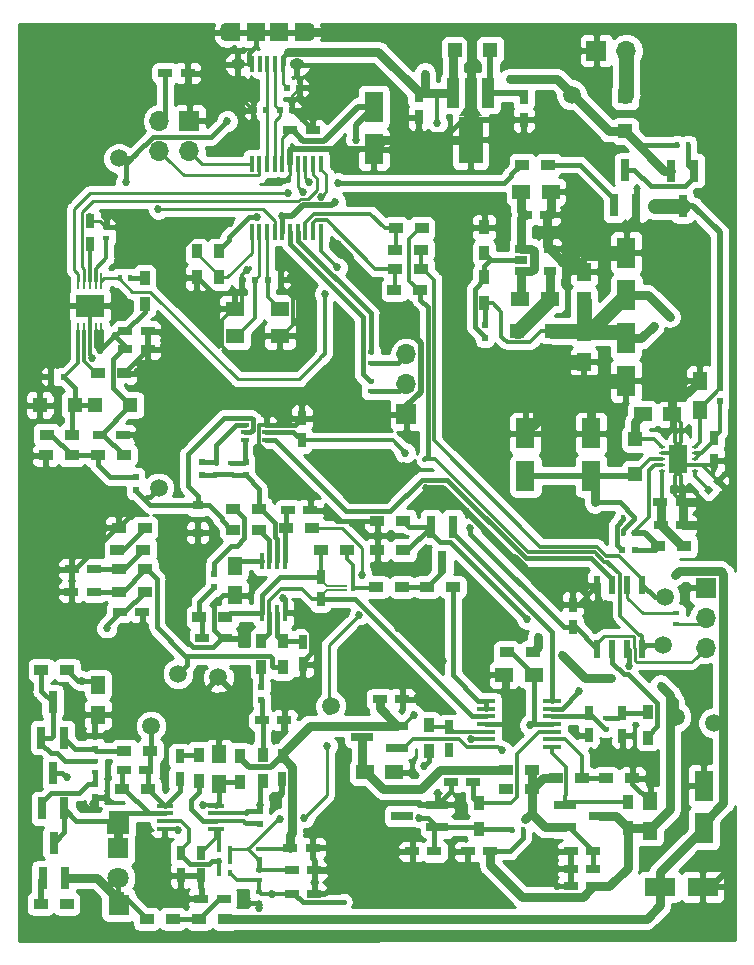
<source format=gtl>
G04 #@! TF.GenerationSoftware,KiCad,Pcbnew,5.0.1*
G04 #@! TF.CreationDate,2018-12-04T21:14:06-05:00*
G04 #@! TF.ProjectId,receiver,72656365697665722E6B696361645F70,rev?*
G04 #@! TF.SameCoordinates,Original*
G04 #@! TF.FileFunction,Copper,L1,Top,Signal*
G04 #@! TF.FilePolarity,Positive*
%FSLAX46Y46*%
G04 Gerber Fmt 4.6, Leading zero omitted, Abs format (unit mm)*
G04 Created by KiCad (PCBNEW 5.0.1) date Tue 04 Dec 2018 09:14:06 PM EST*
%MOMM*%
%LPD*%
G01*
G04 APERTURE LIST*
G04 #@! TA.AperFunction,BGAPad,CuDef*
%ADD10C,1.500000*%
G04 #@! TD*
G04 #@! TA.AperFunction,SMDPad,CuDef*
%ADD11R,1.600000X2.600000*%
G04 #@! TD*
G04 #@! TA.AperFunction,SMDPad,CuDef*
%ADD12R,2.600000X1.600000*%
G04 #@! TD*
G04 #@! TA.AperFunction,SMDPad,CuDef*
%ADD13R,0.500000X0.600000*%
G04 #@! TD*
G04 #@! TA.AperFunction,SMDPad,CuDef*
%ADD14C,0.500000*%
G04 #@! TD*
G04 #@! TA.AperFunction,Conductor*
%ADD15C,0.100000*%
G04 #@! TD*
G04 #@! TA.AperFunction,SMDPad,CuDef*
%ADD16R,0.600000X0.500000*%
G04 #@! TD*
G04 #@! TA.AperFunction,SMDPad,CuDef*
%ADD17R,0.750000X1.200000*%
G04 #@! TD*
G04 #@! TA.AperFunction,SMDPad,CuDef*
%ADD18R,1.200000X0.750000*%
G04 #@! TD*
G04 #@! TA.AperFunction,SMDPad,CuDef*
%ADD19R,1.500000X1.250000*%
G04 #@! TD*
G04 #@! TA.AperFunction,SMDPad,CuDef*
%ADD20R,1.250000X1.500000*%
G04 #@! TD*
G04 #@! TA.AperFunction,SMDPad,CuDef*
%ADD21R,1.600000X1.300000*%
G04 #@! TD*
G04 #@! TA.AperFunction,ComponentPad*
%ADD22C,1.800000*%
G04 #@! TD*
G04 #@! TA.AperFunction,ComponentPad*
%ADD23R,1.800000X1.800000*%
G04 #@! TD*
G04 #@! TA.AperFunction,SMDPad,CuDef*
%ADD24R,0.400000X0.600000*%
G04 #@! TD*
G04 #@! TA.AperFunction,SMDPad,CuDef*
%ADD25R,0.600000X0.400000*%
G04 #@! TD*
G04 #@! TA.AperFunction,SMDPad,CuDef*
%ADD26R,0.900000X1.200000*%
G04 #@! TD*
G04 #@! TA.AperFunction,SMDPad,CuDef*
%ADD27R,1.200000X0.900000*%
G04 #@! TD*
G04 #@! TA.AperFunction,ComponentPad*
%ADD28O,1.700000X1.700000*%
G04 #@! TD*
G04 #@! TA.AperFunction,ComponentPad*
%ADD29R,1.700000X1.700000*%
G04 #@! TD*
G04 #@! TA.AperFunction,SMDPad,CuDef*
%ADD30R,1.900000X0.800000*%
G04 #@! TD*
G04 #@! TA.AperFunction,SMDPad,CuDef*
%ADD31R,0.800000X1.900000*%
G04 #@! TD*
G04 #@! TA.AperFunction,SMDPad,CuDef*
%ADD32C,0.750000*%
G04 #@! TD*
G04 #@! TA.AperFunction,SMDPad,CuDef*
%ADD33R,2.000000X4.000000*%
G04 #@! TD*
G04 #@! TA.AperFunction,SMDPad,CuDef*
%ADD34R,1.000000X2.500000*%
G04 #@! TD*
G04 #@! TA.AperFunction,ComponentPad*
%ADD35O,1.250000X0.950000*%
G04 #@! TD*
G04 #@! TA.AperFunction,SMDPad,CuDef*
%ADD36R,0.400000X1.350000*%
G04 #@! TD*
G04 #@! TA.AperFunction,ComponentPad*
%ADD37O,1.000000X1.550000*%
G04 #@! TD*
G04 #@! TA.AperFunction,SMDPad,CuDef*
%ADD38R,1.200000X1.550000*%
G04 #@! TD*
G04 #@! TA.AperFunction,SMDPad,CuDef*
%ADD39R,1.500000X1.550000*%
G04 #@! TD*
G04 #@! TA.AperFunction,SMDPad,CuDef*
%ADD40R,0.600000X1.600000*%
G04 #@! TD*
G04 #@! TA.AperFunction,SMDPad,CuDef*
%ADD41R,1.800000X1.750000*%
G04 #@! TD*
G04 #@! TA.AperFunction,SMDPad,CuDef*
%ADD42R,0.270000X1.400000*%
G04 #@! TD*
G04 #@! TA.AperFunction,SMDPad,CuDef*
%ADD43R,2.470000X1.850000*%
G04 #@! TD*
G04 #@! TA.AperFunction,SMDPad,CuDef*
%ADD44R,1.350000X0.400000*%
G04 #@! TD*
G04 #@! TA.AperFunction,SMDPad,CuDef*
%ADD45R,1.000000X0.700000*%
G04 #@! TD*
G04 #@! TA.AperFunction,SMDPad,CuDef*
%ADD46R,0.410000X0.550000*%
G04 #@! TD*
G04 #@! TA.AperFunction,SMDPad,CuDef*
%ADD47R,0.430000X0.200000*%
G04 #@! TD*
G04 #@! TA.AperFunction,SMDPad,CuDef*
%ADD48R,1.900000X1.300000*%
G04 #@! TD*
G04 #@! TA.AperFunction,SMDPad,CuDef*
%ADD49R,1.100000X1.300000*%
G04 #@! TD*
G04 #@! TA.AperFunction,SMDPad,CuDef*
%ADD50R,0.660000X0.300000*%
G04 #@! TD*
G04 #@! TA.AperFunction,SMDPad,CuDef*
%ADD51R,1.250000X1.220000*%
G04 #@! TD*
G04 #@! TA.AperFunction,SMDPad,CuDef*
%ADD52R,1.220000X1.250000*%
G04 #@! TD*
G04 #@! TA.AperFunction,SMDPad,CuDef*
%ADD53R,1.600000X0.350000*%
G04 #@! TD*
G04 #@! TA.AperFunction,SMDPad,CuDef*
%ADD54R,0.450000X1.450000*%
G04 #@! TD*
G04 #@! TA.AperFunction,SMDPad,CuDef*
%ADD55R,0.600000X0.240000*%
G04 #@! TD*
G04 #@! TA.AperFunction,SMDPad,CuDef*
%ADD56R,0.240000X0.600000*%
G04 #@! TD*
G04 #@! TA.AperFunction,SMDPad,CuDef*
%ADD57R,1.650000X2.400000*%
G04 #@! TD*
G04 #@! TA.AperFunction,SMDPad,CuDef*
%ADD58R,0.900000X0.800000*%
G04 #@! TD*
G04 #@! TA.AperFunction,ViaPad*
%ADD59C,0.685800*%
G04 #@! TD*
G04 #@! TA.AperFunction,Conductor*
%ADD60C,0.381000*%
G04 #@! TD*
G04 #@! TA.AperFunction,Conductor*
%ADD61C,0.508000*%
G04 #@! TD*
G04 #@! TA.AperFunction,Conductor*
%ADD62C,0.254000*%
G04 #@! TD*
G04 #@! TA.AperFunction,Conductor*
%ADD63C,0.762000*%
G04 #@! TD*
G04 #@! TA.AperFunction,Conductor*
%ADD64C,0.330200*%
G04 #@! TD*
G04 #@! TA.AperFunction,Conductor*
%ADD65C,0.304800*%
G04 #@! TD*
G04 #@! TA.AperFunction,Conductor*
%ADD66C,1.270000*%
G04 #@! TD*
G04 #@! TA.AperFunction,Conductor*
%ADD67C,0.152400*%
G04 #@! TD*
G04 APERTURE END LIST*
D10*
G04 #@! TO.P,TP209,1*
G04 #@! TO.N,/Digital/ADC_AIN*
X40150000Y-153725000D03*
G04 #@! TD*
G04 #@! TO.P,TP301,1*
G04 #@! TO.N,+5V_USB*
X75100000Y-120425000D03*
G04 #@! TD*
G04 #@! TO.P,TP205,1*
G04 #@! TO.N,/Photodiode/+7V5*
X41775000Y-169450000D03*
G04 #@! TD*
G04 #@! TO.P,TP302,1*
G04 #@! TO.N,/Digital/ATTINY_TXD*
X82875000Y-167050000D03*
G04 #@! TD*
G04 #@! TO.P,TP303,1*
G04 #@! TO.N,/Digital/ATTINY_RXD*
X83025000Y-162975000D03*
G04 #@! TD*
G04 #@! TO.P,TP304,1*
G04 #@! TO.N,/Digital/+3V3*
X36775000Y-125825000D03*
G04 #@! TD*
G04 #@! TO.P,TP206,1*
G04 #@! TO.N,Net-(C210-Pad2)*
X39500000Y-173875000D03*
G04 #@! TD*
G04 #@! TO.P,TP204,1*
G04 #@! TO.N,/Photodiode/+2V5*
X54725000Y-172175000D03*
G04 #@! TD*
G04 #@! TO.P,TP201,1*
G04 #@! TO.N,GND*
X45200000Y-169750000D03*
G04 #@! TD*
G04 #@! TO.P,TP102,1*
G04 #@! TO.N,+12V*
X83950000Y-173100000D03*
G04 #@! TD*
G04 #@! TO.P,TP101,1*
G04 #@! TO.N,-12V*
X87125000Y-173625000D03*
G04 #@! TD*
D11*
G04 #@! TO.P,C310,2*
G04 #@! TO.N,GND*
X58350000Y-125050000D03*
G04 #@! TO.P,C310,1*
G04 #@! TO.N,/Digital/+3V3*
X58350000Y-121450000D03*
G04 #@! TD*
G04 #@! TO.P,C106,1*
G04 #@! TO.N,GND*
X71200000Y-149100000D03*
G04 #@! TO.P,C106,2*
G04 #@! TO.N,-12V*
X71200000Y-152700000D03*
G04 #@! TD*
G04 #@! TO.P,C108,2*
G04 #@! TO.N,GND*
X79750000Y-133800000D03*
G04 #@! TO.P,C108,1*
G04 #@! TO.N,+12V*
X79750000Y-137400000D03*
G04 #@! TD*
D12*
G04 #@! TO.P,C109,1*
G04 #@! TO.N,GND*
X86200000Y-187500000D03*
G04 #@! TO.P,C109,2*
G04 #@! TO.N,-12V*
X82600000Y-187500000D03*
G04 #@! TD*
D11*
G04 #@! TO.P,C116,2*
G04 #@! TO.N,-12V*
X76750000Y-152700000D03*
G04 #@! TO.P,C116,1*
G04 #@! TO.N,GND*
X76750000Y-149100000D03*
G04 #@! TD*
G04 #@! TO.P,C114,1*
G04 #@! TO.N,GND*
X86300000Y-178950000D03*
G04 #@! TO.P,C114,2*
G04 #@! TO.N,-12V*
X86300000Y-182550000D03*
G04 #@! TD*
G04 #@! TO.P,C113,2*
G04 #@! TO.N,GND*
X79700000Y-144650000D03*
G04 #@! TO.P,C113,1*
G04 #@! TO.N,+12V*
X79700000Y-141050000D03*
G04 #@! TD*
D13*
G04 #@! TO.P,C213,2*
G04 #@! TO.N,GND*
X34714491Y-174703465D03*
G04 #@! TO.P,C213,1*
G04 #@! TO.N,Net-(C213-Pad1)*
X34714491Y-175803465D03*
G04 #@! TD*
G04 #@! TO.P,C208,1*
G04 #@! TO.N,Net-(C208-Pad1)*
X34764491Y-178803465D03*
G04 #@! TO.P,C208,2*
G04 #@! TO.N,GND*
X34764491Y-179903465D03*
G04 #@! TD*
D14*
G04 #@! TO.P,C102,2*
G04 #@! TO.N,GND*
X87488909Y-153111091D03*
D15*
G04 #@! TD*
G04 #@! TO.N,GND*
G04 #@! TO.C,C102*
G36*
X87453554Y-153500000D02*
X87100000Y-153146446D01*
X87524264Y-152722182D01*
X87877818Y-153075736D01*
X87453554Y-153500000D01*
X87453554Y-153500000D01*
G37*
D14*
G04 #@! TO.P,C102,1*
G04 #@! TO.N,Net-(C102-Pad1)*
X86711091Y-153888909D03*
D15*
G04 #@! TD*
G04 #@! TO.N,Net-(C102-Pad1)*
G04 #@! TO.C,C102*
G36*
X86675736Y-154277818D02*
X86322182Y-153924264D01*
X86746446Y-153500000D01*
X87100000Y-153853554D01*
X86675736Y-154277818D01*
X86675736Y-154277818D01*
G37*
D13*
G04 #@! TO.P,C311,1*
G04 #@! TO.N,/Digital/ADC_AIN*
X38200000Y-153900000D03*
G04 #@! TO.P,C311,2*
G04 #@! TO.N,Net-(C311-Pad2)*
X38200000Y-152800000D03*
G04 #@! TD*
D16*
G04 #@! TO.P,C323,2*
G04 #@! TO.N,GND*
X50500000Y-136100000D03*
G04 #@! TO.P,C323,1*
G04 #@! TO.N,Net-(C323-Pad1)*
X49400000Y-136100000D03*
G04 #@! TD*
D13*
G04 #@! TO.P,C231,1*
G04 #@! TO.N,Net-(C230-Pad1)*
X44850000Y-162100000D03*
G04 #@! TO.P,C231,2*
G04 #@! TO.N,Net-(C231-Pad2)*
X44850000Y-161000000D03*
G04 #@! TD*
G04 #@! TO.P,C232,2*
G04 #@! TO.N,Net-(C232-Pad2)*
X43800000Y-151550000D03*
G04 #@! TO.P,C232,1*
G04 #@! TO.N,Net-(C232-Pad1)*
X43800000Y-152650000D03*
G04 #@! TD*
D16*
G04 #@! TO.P,C112,1*
G04 #@! TO.N,Net-(C112-Pad1)*
X80500000Y-158950000D03*
G04 #@! TO.P,C112,2*
G04 #@! TO.N,Net-(C112-Pad2)*
X79400000Y-158950000D03*
G04 #@! TD*
G04 #@! TO.P,C322,2*
G04 #@! TO.N,GND*
X47200000Y-136100000D03*
G04 #@! TO.P,C322,1*
G04 #@! TO.N,Net-(C322-Pad1)*
X48300000Y-136100000D03*
G04 #@! TD*
D13*
G04 #@! TO.P,C107,1*
G04 #@! TO.N,+12V*
X67750000Y-139900000D03*
G04 #@! TO.P,C107,2*
G04 #@! TO.N,Net-(C107-Pad2)*
X67750000Y-141000000D03*
G04 #@! TD*
G04 #@! TO.P,R101,2*
G04 #@! TO.N,Net-(C103-Pad1)*
X87650000Y-146400000D03*
G04 #@! TO.P,R101,1*
G04 #@! TO.N,/+5V*
X87650000Y-145300000D03*
G04 #@! TD*
G04 #@! TO.P,C224,1*
G04 #@! TO.N,Net-(C223-Pad1)*
X48850000Y-171650000D03*
G04 #@! TO.P,C224,2*
G04 #@! TO.N,Net-(C224-Pad2)*
X48850000Y-170550000D03*
G04 #@! TD*
G04 #@! TO.P,C233,2*
G04 #@! TO.N,Net-(C233-Pad2)*
X47500000Y-151550000D03*
G04 #@! TO.P,C233,1*
G04 #@! TO.N,Net-(C232-Pad1)*
X47500000Y-152650000D03*
G04 #@! TD*
D16*
G04 #@! TO.P,C313,1*
G04 #@! TO.N,/Digital/AIN1*
X32100000Y-144300000D03*
G04 #@! TO.P,C313,2*
G04 #@! TO.N,GND*
X31000000Y-144300000D03*
G04 #@! TD*
D13*
G04 #@! TO.P,C219,2*
G04 #@! TO.N,Net-(C219-Pad2)*
X48714491Y-181103465D03*
G04 #@! TO.P,C219,1*
G04 #@! TO.N,Net-(C219-Pad1)*
X48714491Y-182203465D03*
G04 #@! TD*
D17*
G04 #@! TO.P,C318,1*
G04 #@! TO.N,/Digital/+3V3*
X34300000Y-133050000D03*
G04 #@! TO.P,C318,2*
G04 #@! TO.N,GND*
X34300000Y-131150000D03*
G04 #@! TD*
D18*
G04 #@! TO.P,C210,2*
G04 #@! TO.N,Net-(C210-Pad2)*
X39114491Y-177603465D03*
G04 #@! TO.P,C210,1*
G04 #@! TO.N,Net-(C210-Pad1)*
X37214491Y-177603465D03*
G04 #@! TD*
G04 #@! TO.P,C209,1*
G04 #@! TO.N,/Photodiode/+10V*
X76950000Y-185950000D03*
G04 #@! TO.P,C209,2*
G04 #@! TO.N,GND*
X75050000Y-185950000D03*
G04 #@! TD*
G04 #@! TO.P,C207,2*
G04 #@! TO.N,GND*
X75050000Y-184500000D03*
G04 #@! TO.P,C207,1*
G04 #@! TO.N,/Photodiode/+10V*
X76950000Y-184500000D03*
G04 #@! TD*
D17*
G04 #@! TO.P,C320,1*
G04 #@! TO.N,+5V_USB*
X62150000Y-120450000D03*
G04 #@! TO.P,C320,2*
G04 #@! TO.N,GND*
X62150000Y-122350000D03*
G04 #@! TD*
D18*
G04 #@! TO.P,C204,2*
G04 #@! TO.N,GND*
X43750000Y-188500000D03*
G04 #@! TO.P,C204,1*
G04 #@! TO.N,Net-(C204-Pad1)*
X45650000Y-188500000D03*
G04 #@! TD*
G04 #@! TO.P,C202,1*
G04 #@! TO.N,Net-(C202-Pad1)*
X66800000Y-178600000D03*
G04 #@! TO.P,C202,2*
G04 #@! TO.N,GND*
X64900000Y-178600000D03*
G04 #@! TD*
G04 #@! TO.P,C201,2*
G04 #@! TO.N,GND*
X61600000Y-184500000D03*
G04 #@! TO.P,C201,1*
G04 #@! TO.N,/Photodiode/REF_5V0*
X63500000Y-184500000D03*
G04 #@! TD*
G04 #@! TO.P,C111,1*
G04 #@! TO.N,Net-(C110-Pad1)*
X82650000Y-156850000D03*
G04 #@! TO.P,C111,2*
G04 #@! TO.N,GND*
X84550000Y-156850000D03*
G04 #@! TD*
G04 #@! TO.P,C105,2*
G04 #@! TO.N,GND*
X73050000Y-130600000D03*
G04 #@! TO.P,C105,1*
G04 #@! TO.N,/+5V*
X71150000Y-130600000D03*
G04 #@! TD*
G04 #@! TO.P,C221,1*
G04 #@! TO.N,/Photodiode/+5V0_PWR*
X58850000Y-171600000D03*
G04 #@! TO.P,C221,2*
G04 #@! TO.N,GND*
X60750000Y-171600000D03*
G04 #@! TD*
D17*
G04 #@! TO.P,C212,2*
G04 #@! TO.N,GND*
X42014491Y-186503465D03*
G04 #@! TO.P,C212,1*
G04 #@! TO.N,Net-(C212-Pad1)*
X42014491Y-184603465D03*
G04 #@! TD*
D18*
G04 #@! TO.P,C316,2*
G04 #@! TO.N,GND*
X39235566Y-140469150D03*
G04 #@! TO.P,C316,1*
G04 #@! TO.N,/Digital/+3V3A*
X37335566Y-140469150D03*
G04 #@! TD*
D17*
G04 #@! TO.P,C225,1*
G04 #@! TO.N,Net-(C225-Pad1)*
X52350000Y-166750000D03*
G04 #@! TO.P,C225,2*
G04 #@! TO.N,GND*
X52350000Y-168650000D03*
G04 #@! TD*
D18*
G04 #@! TO.P,C223,2*
G04 #@! TO.N,GND*
X50800000Y-173400000D03*
G04 #@! TO.P,C223,1*
G04 #@! TO.N,Net-(C223-Pad1)*
X48900000Y-173400000D03*
G04 #@! TD*
G04 #@! TO.P,C317,1*
G04 #@! TO.N,/Digital/+3V3A*
X37335566Y-141969150D03*
G04 #@! TO.P,C317,2*
G04 #@! TO.N,GND*
X39235566Y-141969150D03*
G04 #@! TD*
D17*
G04 #@! TO.P,C220,2*
G04 #@! TO.N,GND*
X76550000Y-174650000D03*
G04 #@! TO.P,C220,1*
G04 #@! TO.N,Net-(C220-Pad1)*
X76550000Y-172750000D03*
G04 #@! TD*
G04 #@! TO.P,C218,1*
G04 #@! TO.N,Net-(C218-Pad1)*
X43714491Y-184603465D03*
G04 #@! TO.P,C218,2*
G04 #@! TO.N,GND*
X43714491Y-186503465D03*
G04 #@! TD*
G04 #@! TO.P,C217,2*
G04 #@! TO.N,GND*
X50550000Y-178350000D03*
G04 #@! TO.P,C217,1*
G04 #@! TO.N,/Photodiode/+5V0_PWR*
X50550000Y-176450000D03*
G04 #@! TD*
G04 #@! TO.P,C216,1*
G04 #@! TO.N,Net-(C216-Pad1)*
X79400000Y-172800000D03*
G04 #@! TO.P,C216,2*
G04 #@! TO.N,GND*
X79400000Y-174700000D03*
G04 #@! TD*
G04 #@! TO.P,C215,2*
G04 #@! TO.N,GND*
X64700000Y-175900000D03*
G04 #@! TO.P,C215,1*
G04 #@! TO.N,Net-(C215-Pad1)*
X64700000Y-174000000D03*
G04 #@! TD*
G04 #@! TO.P,C228,1*
G04 #@! TO.N,Net-(C228-Pad1)*
X53850000Y-163150000D03*
G04 #@! TO.P,C228,2*
G04 #@! TO.N,Net-(C228-Pad2)*
X53850000Y-161250000D03*
G04 #@! TD*
G04 #@! TO.P,C214,2*
G04 #@! TO.N,Net-(C214-Pad2)*
X41914491Y-176453465D03*
G04 #@! TO.P,C214,1*
G04 #@! TO.N,Net-(C210-Pad2)*
X41914491Y-178353465D03*
G04 #@! TD*
D18*
G04 #@! TO.P,C110,1*
G04 #@! TO.N,Net-(C110-Pad1)*
X82600000Y-154950000D03*
G04 #@! TO.P,C110,2*
G04 #@! TO.N,GND*
X84500000Y-154950000D03*
G04 #@! TD*
D17*
G04 #@! TO.P,C321,2*
G04 #@! TO.N,GND*
X71050000Y-122550000D03*
G04 #@! TO.P,C321,1*
G04 #@! TO.N,/Digital/+3V3*
X71050000Y-120650000D03*
G04 #@! TD*
D18*
G04 #@! TO.P,C241,1*
G04 #@! TO.N,+12V*
X68200000Y-184500000D03*
G04 #@! TO.P,C241,2*
G04 #@! TO.N,GND*
X66300000Y-184500000D03*
G04 #@! TD*
G04 #@! TO.P,C240,2*
G04 #@! TO.N,GND*
X38750000Y-164200000D03*
G04 #@! TO.P,C240,1*
G04 #@! TO.N,/Photodiode/+10V*
X36850000Y-164200000D03*
G04 #@! TD*
G04 #@! TO.P,C239,1*
G04 #@! TO.N,/Photodiode/+5V0_PWR*
X51300000Y-184200000D03*
G04 #@! TO.P,C239,2*
G04 #@! TO.N,GND*
X53200000Y-184200000D03*
G04 #@! TD*
G04 #@! TO.P,C236,1*
G04 #@! TO.N,Net-(C236-Pad1)*
X51100000Y-155600000D03*
G04 #@! TO.P,C236,2*
G04 #@! TO.N,GND*
X53000000Y-155600000D03*
G04 #@! TD*
G04 #@! TO.P,C230,1*
G04 #@! TO.N,Net-(C230-Pad1)*
X43852183Y-166448858D03*
G04 #@! TO.P,C230,2*
G04 #@! TO.N,GND*
X45752183Y-166448858D03*
G04 #@! TD*
G04 #@! TO.P,C242,2*
G04 #@! TO.N,GND*
X53300000Y-186100000D03*
G04 #@! TO.P,C242,1*
G04 #@! TO.N,/Photodiode/+2V5*
X51400000Y-186100000D03*
G04 #@! TD*
G04 #@! TO.P,C243,1*
G04 #@! TO.N,/Photodiode/+1V0*
X51400000Y-188100000D03*
G04 #@! TO.P,C243,2*
G04 #@! TO.N,GND*
X53300000Y-188100000D03*
G04 #@! TD*
G04 #@! TO.P,C244,2*
G04 #@! TO.N,GND*
X32750000Y-162500000D03*
G04 #@! TO.P,C244,1*
G04 #@! TO.N,/Photodiode/+7V5*
X34650000Y-162500000D03*
G04 #@! TD*
G04 #@! TO.P,C245,1*
G04 #@! TO.N,/Photodiode/+5V0_REF*
X34700000Y-160600000D03*
G04 #@! TO.P,C245,2*
G04 #@! TO.N,GND*
X32800000Y-160600000D03*
G04 #@! TD*
G04 #@! TO.P,C246,2*
G04 #@! TO.N,GND*
X75050000Y-187450000D03*
G04 #@! TO.P,C246,1*
G04 #@! TO.N,+12V*
X76950000Y-187450000D03*
G04 #@! TD*
G04 #@! TO.P,C312,2*
G04 #@! TO.N,GND*
X37100000Y-149200000D03*
G04 #@! TO.P,C312,1*
G04 #@! TO.N,/Digital/+3V3A*
X35200000Y-149200000D03*
G04 #@! TD*
G04 #@! TO.P,C306,2*
G04 #@! TO.N,GND*
X53200000Y-123450000D03*
G04 #@! TO.P,C306,1*
G04 #@! TO.N,/Digital/+3V3*
X51300000Y-123450000D03*
G04 #@! TD*
D17*
G04 #@! TO.P,C304,2*
G04 #@! TO.N,GND*
X75200000Y-163600000D03*
G04 #@! TO.P,C304,1*
G04 #@! TO.N,/Digital/+3V3*
X75200000Y-165500000D03*
G04 #@! TD*
D18*
G04 #@! TO.P,C303,1*
G04 #@! TO.N,/Digital/STM32_NRST*
X40700000Y-118600000D03*
G04 #@! TO.P,C303,2*
G04 #@! TO.N,GND*
X42600000Y-118600000D03*
G04 #@! TD*
D17*
G04 #@! TO.P,C229,2*
G04 #@! TO.N,GND*
X52250000Y-147800000D03*
G04 #@! TO.P,C229,1*
G04 #@! TO.N,+5V_USB*
X52250000Y-149700000D03*
G04 #@! TD*
G04 #@! TO.P,C103,1*
G04 #@! TO.N,Net-(C103-Pad1)*
X87150000Y-149500000D03*
G04 #@! TO.P,C103,2*
G04 #@! TO.N,GND*
X87150000Y-151400000D03*
G04 #@! TD*
D19*
G04 #@! TO.P,L101,2*
G04 #@! TO.N,Net-(D101-Pad2)*
X73250000Y-137750000D03*
G04 #@! TO.P,L101,1*
G04 #@! TO.N,/+5V*
X70750000Y-137750000D03*
G04 #@! TD*
D20*
G04 #@! TO.P,C101,1*
G04 #@! TO.N,/+5V*
X85950000Y-147150000D03*
G04 #@! TO.P,C101,2*
G04 #@! TO.N,GND*
X85950000Y-144650000D03*
G04 #@! TD*
D19*
G04 #@! TO.P,C104,2*
G04 #@! TO.N,GND*
X73350000Y-128650000D03*
G04 #@! TO.P,C104,1*
G04 #@! TO.N,/+5V*
X70850000Y-128650000D03*
G04 #@! TD*
D20*
G04 #@! TO.P,C211,1*
G04 #@! TO.N,Net-(C211-Pad1)*
X35014491Y-170403465D03*
G04 #@! TO.P,C211,2*
G04 #@! TO.N,GND*
X35014491Y-172903465D03*
G04 #@! TD*
G04 #@! TO.P,C115,2*
G04 #@! TO.N,GND*
X76150000Y-135400000D03*
G04 #@! TO.P,C115,1*
G04 #@! TO.N,+12V*
X76150000Y-137900000D03*
G04 #@! TD*
G04 #@! TO.P,C117,1*
G04 #@! TO.N,+12V*
X76150000Y-140550000D03*
G04 #@! TO.P,C117,2*
G04 #@! TO.N,GND*
X76150000Y-143050000D03*
G04 #@! TD*
G04 #@! TO.P,C206,2*
G04 #@! TO.N,GND*
X81750000Y-180250000D03*
G04 #@! TO.P,C206,1*
G04 #@! TO.N,+12V*
X81750000Y-182750000D03*
G04 #@! TD*
D19*
G04 #@! TO.P,C222,1*
G04 #@! TO.N,Net-(C222-Pad1)*
X57600000Y-177800000D03*
G04 #@! TO.P,C222,2*
G04 #@! TO.N,GND*
X60100000Y-177800000D03*
G04 #@! TD*
G04 #@! TO.P,C226,2*
G04 #@! TO.N,GND*
X69400000Y-169550000D03*
G04 #@! TO.P,C226,1*
G04 #@! TO.N,Net-(C226-Pad1)*
X71900000Y-169550000D03*
G04 #@! TD*
D20*
G04 #@! TO.P,C234,1*
G04 #@! TO.N,Net-(C234-Pad1)*
X45250000Y-178750000D03*
G04 #@! TO.P,C234,2*
G04 #@! TO.N,GND*
X45250000Y-176250000D03*
G04 #@! TD*
G04 #@! TO.P,C237,2*
G04 #@! TO.N,GND*
X46600000Y-162800000D03*
G04 #@! TO.P,C237,1*
G04 #@! TO.N,Net-(C237-Pad1)*
X46600000Y-160300000D03*
G04 #@! TD*
D19*
G04 #@! TO.P,L102,1*
G04 #@! TO.N,Net-(D102-Pad1)*
X81150000Y-147500000D03*
G04 #@! TO.P,L102,2*
G04 #@! TO.N,GND*
X83650000Y-147500000D03*
G04 #@! TD*
D21*
G04 #@! TO.P,Y301,4*
G04 #@! TO.N,GND*
X46600000Y-138550000D03*
G04 #@! TO.P,Y301,3*
G04 #@! TO.N,Net-(C323-Pad1)*
X50400000Y-138550000D03*
G04 #@! TO.P,Y301,2*
G04 #@! TO.N,GND*
X50400000Y-140850000D03*
G04 #@! TO.P,Y301,1*
G04 #@! TO.N,Net-(C322-Pad1)*
X46600000Y-140850000D03*
G04 #@! TD*
D22*
G04 #@! TO.P,D203,2*
G04 #@! TO.N,Net-(D201-Pad2)*
X36714491Y-186743465D03*
D23*
G04 #@! TO.P,D203,1*
G04 #@! TO.N,Net-(C210-Pad1)*
X36714491Y-184203465D03*
G04 #@! TD*
D24*
G04 #@! TO.P,R108,2*
G04 #@! TO.N,Net-(Q101-Pad1)*
X84950000Y-124700000D03*
G04 #@! TO.P,R108,1*
G04 #@! TO.N,+5V_USB*
X84050000Y-124700000D03*
G04 #@! TD*
D25*
G04 #@! TO.P,R244,1*
G04 #@! TO.N,/Photodiode/+2V5*
X48650000Y-186050000D03*
G04 #@! TO.P,R244,2*
G04 #@! TO.N,/Photodiode/+1V0*
X48650000Y-186950000D03*
G04 #@! TD*
G04 #@! TO.P,R316,2*
G04 #@! TO.N,Net-(J303-Pad2)*
X83950000Y-165200000D03*
G04 #@! TO.P,R316,1*
G04 #@! TO.N,/Digital/UPDI*
X83950000Y-164300000D03*
G04 #@! TD*
G04 #@! TO.P,R312,2*
G04 #@! TO.N,GND*
X35700000Y-131650000D03*
G04 #@! TO.P,R312,1*
G04 #@! TO.N,Net-(R312-Pad1)*
X35700000Y-132550000D03*
G04 #@! TD*
G04 #@! TO.P,R315,1*
G04 #@! TO.N,/Digital/DEBUG_RX*
X58100000Y-142200000D03*
G04 #@! TO.P,R315,2*
G04 #@! TO.N,Net-(J301-Pad3)*
X58100000Y-143100000D03*
G04 #@! TD*
G04 #@! TO.P,R314,2*
G04 #@! TO.N,Net-(J301-Pad2)*
X58100000Y-145550000D03*
G04 #@! TO.P,R314,1*
G04 #@! TO.N,/Digital/DEBUG_TX*
X58100000Y-144650000D03*
G04 #@! TD*
D24*
G04 #@! TO.P,R313,1*
G04 #@! TO.N,/Digital/ADC_NSS*
X36850000Y-135950000D03*
G04 #@! TO.P,R313,2*
G04 #@! TO.N,/Digital/+3V3*
X37750000Y-135950000D03*
G04 #@! TD*
D25*
G04 #@! TO.P,R245,2*
G04 #@! TO.N,GND*
X48650000Y-188850000D03*
G04 #@! TO.P,R245,1*
G04 #@! TO.N,/Photodiode/+1V0*
X48650000Y-187950000D03*
G04 #@! TD*
D24*
G04 #@! TO.P,R105,1*
G04 #@! TO.N,Net-(C112-Pad1)*
X80400000Y-157550000D03*
G04 #@! TO.P,R105,2*
G04 #@! TO.N,-12V*
X79500000Y-157550000D03*
G04 #@! TD*
G04 #@! TO.P,R106,2*
G04 #@! TO.N,-12V*
X80400000Y-156250000D03*
G04 #@! TO.P,R106,1*
G04 #@! TO.N,Net-(C112-Pad2)*
X79500000Y-156250000D03*
G04 #@! TD*
G04 #@! TO.P,R201,1*
G04 #@! TO.N,+12V*
X71000000Y-182700000D03*
G04 #@! TO.P,R201,2*
G04 #@! TO.N,/Photodiode/REF_5V0*
X70100000Y-182700000D03*
G04 #@! TD*
G04 #@! TO.P,R210,2*
G04 #@! TO.N,/Photodiode/+2V5*
X46164491Y-185303465D03*
G04 #@! TO.P,R210,1*
G04 #@! TO.N,Net-(C212-Pad1)*
X45264491Y-185303465D03*
G04 #@! TD*
D25*
G04 #@! TO.P,R212,1*
G04 #@! TO.N,Net-(C208-Pad1)*
X34764491Y-177753465D03*
G04 #@! TO.P,R212,2*
G04 #@! TO.N,Net-(Q204-Pad1)*
X34764491Y-176853465D03*
G04 #@! TD*
D24*
G04 #@! TO.P,R213,2*
G04 #@! TO.N,/Photodiode/+1V0*
X46164491Y-186353465D03*
G04 #@! TO.P,R213,1*
G04 #@! TO.N,Net-(C212-Pad1)*
X45264491Y-186353465D03*
G04 #@! TD*
G04 #@! TO.P,R219,1*
G04 #@! TO.N,Net-(C218-Pad1)*
X45264491Y-184253465D03*
G04 #@! TO.P,R219,2*
G04 #@! TO.N,/Photodiode/+2V5*
X46164491Y-184253465D03*
G04 #@! TD*
D25*
G04 #@! TO.P,R221,2*
G04 #@! TO.N,Net-(C220-Pad1)*
X78050000Y-174100000D03*
G04 #@! TO.P,R221,1*
G04 #@! TO.N,Net-(C216-Pad1)*
X78050000Y-173200000D03*
G04 #@! TD*
G04 #@! TO.P,R222,1*
G04 #@! TO.N,Net-(C219-Pad1)*
X47514491Y-182103465D03*
G04 #@! TO.P,R222,2*
G04 #@! TO.N,Net-(C219-Pad2)*
X47514491Y-181203465D03*
G04 #@! TD*
G04 #@! TO.P,R234,2*
G04 #@! TO.N,Net-(C232-Pad2)*
X45000000Y-151650000D03*
G04 #@! TO.P,R234,1*
G04 #@! TO.N,Net-(C232-Pad1)*
X45000000Y-152550000D03*
G04 #@! TD*
G04 #@! TO.P,R235,1*
G04 #@! TO.N,Net-(C232-Pad1)*
X46300000Y-152550000D03*
G04 #@! TO.P,R235,2*
G04 #@! TO.N,Net-(C233-Pad2)*
X46300000Y-151650000D03*
G04 #@! TD*
G04 #@! TO.P,R243,2*
G04 #@! TO.N,/Photodiode/+2V5*
X48650000Y-185150000D03*
G04 #@! TO.P,R243,1*
G04 #@! TO.N,/Photodiode/+5V0_PWR*
X48650000Y-184250000D03*
G04 #@! TD*
D26*
G04 #@! TO.P,R103,2*
G04 #@! TO.N,GND*
X67700000Y-131650000D03*
G04 #@! TO.P,R103,1*
G04 #@! TO.N,Net-(C107-Pad2)*
X67700000Y-133850000D03*
G04 #@! TD*
G04 #@! TO.P,R102,1*
G04 #@! TO.N,+12V*
X67700000Y-138100000D03*
G04 #@! TO.P,R102,2*
G04 #@! TO.N,Net-(C107-Pad2)*
X67700000Y-135900000D03*
G04 #@! TD*
G04 #@! TO.P,R246,2*
G04 #@! TO.N,Net-(Q202-Pad1)*
X79850000Y-180300000D03*
G04 #@! TO.P,R246,1*
G04 #@! TO.N,+12V*
X79850000Y-182500000D03*
G04 #@! TD*
D27*
G04 #@! TO.P,R247,1*
G04 #@! TO.N,/Photodiode/+10V*
X71750000Y-179200000D03*
G04 #@! TO.P,R247,2*
G04 #@! TO.N,Net-(Q205-Pad1)*
X69550000Y-179200000D03*
G04 #@! TD*
G04 #@! TO.P,R248,2*
G04 #@! TO.N,Net-(R248-Pad2)*
X48650000Y-157250000D03*
G04 #@! TO.P,R248,1*
G04 #@! TO.N,/Digital/ADC_AIN*
X46450000Y-157250000D03*
G04 #@! TD*
G04 #@! TO.P,R302,1*
G04 #@! TO.N,/Digital/STM32_TXD*
X60200000Y-131750000D03*
G04 #@! TO.P,R302,2*
G04 #@! TO.N,/Digital/ATTINY_TXD*
X62400000Y-131750000D03*
G04 #@! TD*
G04 #@! TO.P,R303,2*
G04 #@! TO.N,/Digital/ATTINY_TXD*
X62300000Y-136950000D03*
G04 #@! TO.P,R303,1*
G04 #@! TO.N,/Digital/STM32_RXD*
X60100000Y-136950000D03*
G04 #@! TD*
G04 #@! TO.P,R304,1*
G04 #@! TO.N,/Digital/STM32_TXD*
X60150000Y-133550000D03*
G04 #@! TO.P,R304,2*
G04 #@! TO.N,/Digital/ATTINY_RXD*
X62350000Y-133550000D03*
G04 #@! TD*
G04 #@! TO.P,R305,2*
G04 #@! TO.N,/Digital/ATTINY_RXD*
X62350000Y-135150000D03*
G04 #@! TO.P,R305,1*
G04 #@! TO.N,/Digital/STM32_RXD*
X60150000Y-135150000D03*
G04 #@! TD*
D26*
G04 #@! TO.P,R309,1*
G04 #@! TO.N,/Digital/+3V3*
X38950000Y-135950000D03*
G04 #@! TO.P,R309,2*
G04 #@! TO.N,/Digital/+3V3A*
X38950000Y-138150000D03*
G04 #@! TD*
D27*
G04 #@! TO.P,R306,2*
G04 #@! TO.N,Net-(C311-Pad2)*
X35000000Y-150950000D03*
G04 #@! TO.P,R306,1*
G04 #@! TO.N,/Digital/+3V3A*
X37200000Y-150950000D03*
G04 #@! TD*
G04 #@! TO.P,R104,1*
G04 #@! TO.N,Net-(C110-Pad1)*
X84650000Y-158650000D03*
G04 #@! TO.P,R104,2*
G04 #@! TO.N,Net-(C112-Pad1)*
X82450000Y-158650000D03*
G04 #@! TD*
G04 #@! TO.P,R107,2*
G04 #@! TO.N,/ANALOG_EN*
X70950000Y-126350000D03*
G04 #@! TO.P,R107,1*
G04 #@! TO.N,Net-(Q102-Pad1)*
X73150000Y-126350000D03*
G04 #@! TD*
D26*
G04 #@! TO.P,R202,1*
G04 #@! TO.N,/Photodiode/REF_5V0*
X67250000Y-182600000D03*
G04 #@! TO.P,R202,2*
G04 #@! TO.N,Net-(C202-Pad1)*
X67250000Y-180400000D03*
G04 #@! TD*
D27*
G04 #@! TO.P,R203,2*
G04 #@! TO.N,Net-(C203-Pad1)*
X30150000Y-188950000D03*
G04 #@! TO.P,R203,1*
G04 #@! TO.N,/Photodiode/+10V*
X32350000Y-188950000D03*
G04 #@! TD*
G04 #@! TO.P,R204,1*
G04 #@! TO.N,Net-(D201-Pad2)*
X39150000Y-190200000D03*
G04 #@! TO.P,R204,2*
G04 #@! TO.N,Net-(C204-Pad1)*
X41350000Y-190200000D03*
G04 #@! TD*
G04 #@! TO.P,R205,2*
G04 #@! TO.N,-12V*
X45764491Y-190203465D03*
G04 #@! TO.P,R205,1*
G04 #@! TO.N,Net-(C204-Pad1)*
X43564491Y-190203465D03*
G04 #@! TD*
G04 #@! TO.P,R206,1*
G04 #@! TO.N,/Photodiode/+10V*
X38950000Y-162500000D03*
G04 #@! TO.P,R206,2*
G04 #@! TO.N,/Photodiode/+7V5*
X36750000Y-162500000D03*
G04 #@! TD*
G04 #@! TO.P,R207,2*
G04 #@! TO.N,Net-(R207-Pad2)*
X75950000Y-178300000D03*
G04 #@! TO.P,R207,1*
G04 #@! TO.N,/Photodiode/+10V*
X73750000Y-178300000D03*
G04 #@! TD*
G04 #@! TO.P,R208,1*
G04 #@! TO.N,Net-(R207-Pad2)*
X78050000Y-178300000D03*
G04 #@! TO.P,R208,2*
G04 #@! TO.N,GND*
X80250000Y-178300000D03*
G04 #@! TD*
G04 #@! TO.P,R211,1*
G04 #@! TO.N,Net-(C210-Pad1)*
X37064491Y-179203465D03*
G04 #@! TO.P,R211,2*
G04 #@! TO.N,Net-(C210-Pad2)*
X39264491Y-179203465D03*
G04 #@! TD*
G04 #@! TO.P,R307,2*
G04 #@! TO.N,GND*
X30600000Y-150950000D03*
G04 #@! TO.P,R307,1*
G04 #@! TO.N,Net-(C311-Pad2)*
X32800000Y-150950000D03*
G04 #@! TD*
G04 #@! TO.P,R308,2*
G04 #@! TO.N,/Digital/AIN1*
X32850000Y-149200000D03*
G04 #@! TO.P,R308,1*
G04 #@! TO.N,Net-(C311-Pad2)*
X30650000Y-149200000D03*
G04 #@! TD*
G04 #@! TO.P,R310,1*
G04 #@! TO.N,GND*
X37200000Y-144000000D03*
G04 #@! TO.P,R310,2*
G04 #@! TO.N,Net-(R310-Pad2)*
X35000000Y-144000000D03*
G04 #@! TD*
G04 #@! TO.P,R216,2*
G04 #@! TO.N,Net-(C210-Pad2)*
X39414491Y-175953465D03*
G04 #@! TO.P,R216,1*
G04 #@! TO.N,Net-(C213-Pad1)*
X37214491Y-175953465D03*
G04 #@! TD*
D26*
G04 #@! TO.P,R217,1*
G04 #@! TO.N,/Photodiode/REF_5V0*
X63050000Y-176000000D03*
G04 #@! TO.P,R217,2*
G04 #@! TO.N,Net-(C215-Pad1)*
X63050000Y-173800000D03*
G04 #@! TD*
G04 #@! TO.P,R218,2*
G04 #@! TO.N,Net-(C219-Pad1)*
X43550000Y-178500000D03*
G04 #@! TO.P,R218,1*
G04 #@! TO.N,Net-(C214-Pad2)*
X43550000Y-176300000D03*
G04 #@! TD*
D27*
G04 #@! TO.P,R215,1*
G04 #@! TO.N,Net-(C211-Pad1)*
X32414491Y-169153465D03*
G04 #@! TO.P,R215,2*
G04 #@! TO.N,Net-(Q204-Pad1)*
X30214491Y-169153465D03*
G04 #@! TD*
D26*
G04 #@! TO.P,R220,2*
G04 #@! TO.N,Net-(C216-Pad1)*
X81550000Y-172650000D03*
G04 #@! TO.P,R220,1*
G04 #@! TO.N,/Digital/GAIN_PDM*
X81550000Y-174850000D03*
G04 #@! TD*
G04 #@! TO.P,R318,1*
G04 #@! TO.N,Net-(R317-Pad2)*
X45250000Y-135900000D03*
G04 #@! TO.P,R318,2*
G04 #@! TO.N,/Digital/+3V3*
X45250000Y-133700000D03*
G04 #@! TD*
D27*
G04 #@! TO.P,R242,2*
G04 #@! TO.N,GND*
X36750000Y-157100000D03*
G04 #@! TO.P,R242,1*
G04 #@! TO.N,Net-(R241-Pad2)*
X38950000Y-157100000D03*
G04 #@! TD*
G04 #@! TO.P,R223,1*
G04 #@! TO.N,/Photodiode/+10V*
X71750000Y-177600000D03*
G04 #@! TO.P,R223,2*
G04 #@! TO.N,Net-(C222-Pad1)*
X69550000Y-177600000D03*
G04 #@! TD*
D26*
G04 #@! TO.P,R224,2*
G04 #@! TO.N,Net-(C223-Pad1)*
X48950000Y-176300000D03*
G04 #@! TO.P,R224,1*
G04 #@! TO.N,Net-(C219-Pad2)*
X48950000Y-178500000D03*
G04 #@! TD*
D27*
G04 #@! TO.P,R225,1*
G04 #@! TO.N,/Digital/GAIN_ADC*
X60850000Y-159000000D03*
G04 #@! TO.P,R225,2*
G04 #@! TO.N,GND*
X58650000Y-159000000D03*
G04 #@! TD*
G04 #@! TO.P,R226,2*
G04 #@! TO.N,GND*
X58650000Y-156500000D03*
G04 #@! TO.P,R226,1*
G04 #@! TO.N,/Digital/GAIN_ADC*
X60850000Y-156500000D03*
G04 #@! TD*
G04 #@! TO.P,R227,1*
G04 #@! TO.N,+12V*
X71800000Y-167650000D03*
G04 #@! TO.P,R227,2*
G04 #@! TO.N,Net-(C226-Pad1)*
X69600000Y-167650000D03*
G04 #@! TD*
G04 #@! TO.P,R238,2*
G04 #@! TO.N,Net-(C236-Pad1)*
X50950000Y-157150000D03*
G04 #@! TO.P,R238,1*
G04 #@! TO.N,/Photodiode/+2V5*
X53150000Y-157150000D03*
G04 #@! TD*
G04 #@! TO.P,R237,1*
G04 #@! TO.N,Net-(C231-Pad2)*
X46450000Y-155500000D03*
G04 #@! TO.P,R237,2*
G04 #@! TO.N,Net-(C232-Pad1)*
X48650000Y-155500000D03*
G04 #@! TD*
D26*
G04 #@! TO.P,R236,2*
G04 #@! TO.N,Net-(C234-Pad1)*
X47050000Y-178600000D03*
G04 #@! TO.P,R236,1*
G04 #@! TO.N,/Photodiode/+5V0_PWR*
X47050000Y-176400000D03*
G04 #@! TD*
G04 #@! TO.P,R317,1*
G04 #@! TO.N,GND*
X43350000Y-135900000D03*
G04 #@! TO.P,R317,2*
G04 #@! TO.N,Net-(R317-Pad2)*
X43350000Y-133700000D03*
G04 #@! TD*
D27*
G04 #@! TO.P,R233,1*
G04 #@! TO.N,Net-(C228-Pad2)*
X45802183Y-164648858D03*
G04 #@! TO.P,R233,2*
G04 #@! TO.N,Net-(C230-Pad1)*
X43602183Y-164648858D03*
G04 #@! TD*
G04 #@! TO.P,R232,2*
G04 #@! TO.N,Net-(C228-Pad2)*
X53900000Y-159000000D03*
G04 #@! TO.P,R232,1*
G04 #@! TO.N,Net-(Q207-Pad3)*
X56100000Y-159000000D03*
G04 #@! TD*
G04 #@! TO.P,R231,1*
G04 #@! TO.N,Net-(Q206-Pad3)*
X60750000Y-162100000D03*
G04 #@! TO.P,R231,2*
G04 #@! TO.N,Net-(Q207-Pad3)*
X58550000Y-162100000D03*
G04 #@! TD*
G04 #@! TO.P,R230,2*
G04 #@! TO.N,Net-(Q206-Pad3)*
X62850000Y-162100000D03*
G04 #@! TO.P,R230,1*
G04 #@! TO.N,Net-(R230-Pad1)*
X65050000Y-162100000D03*
G04 #@! TD*
G04 #@! TO.P,R240,1*
G04 #@! TO.N,/Photodiode/+7V5*
X39000000Y-160600000D03*
G04 #@! TO.P,R240,2*
G04 #@! TO.N,/Photodiode/+5V0_REF*
X36800000Y-160600000D03*
G04 #@! TD*
D26*
G04 #@! TO.P,R229,2*
G04 #@! TO.N,Net-(C225-Pad1)*
X50650000Y-166700000D03*
G04 #@! TO.P,R229,1*
G04 #@! TO.N,/Photodiode/+7V5*
X50650000Y-168900000D03*
G04 #@! TD*
G04 #@! TO.P,R228,1*
G04 #@! TO.N,Net-(C224-Pad2)*
X48850000Y-168900000D03*
G04 #@! TO.P,R228,2*
G04 #@! TO.N,Net-(C228-Pad1)*
X48850000Y-166700000D03*
G04 #@! TD*
D27*
G04 #@! TO.P,R241,2*
G04 #@! TO.N,Net-(R241-Pad2)*
X36650000Y-158950000D03*
G04 #@! TO.P,R241,1*
G04 #@! TO.N,/Photodiode/+5V0_REF*
X38850000Y-158950000D03*
G04 #@! TD*
D28*
G04 #@! TO.P,J101,2*
G04 #@! TO.N,Net-(D103-Pad2)*
X79740000Y-116700000D03*
D29*
G04 #@! TO.P,J101,1*
G04 #@! TO.N,GND*
X77200000Y-116700000D03*
G04 #@! TD*
G04 #@! TO.P,J301,1*
G04 #@! TO.N,GND*
X61100000Y-147500000D03*
D28*
G04 #@! TO.P,J301,2*
G04 #@! TO.N,Net-(J301-Pad2)*
X61100000Y-144960000D03*
G04 #@! TO.P,J301,3*
G04 #@! TO.N,Net-(J301-Pad3)*
X61100000Y-142420000D03*
G04 #@! TD*
G04 #@! TO.P,J303,3*
G04 #@! TO.N,/Digital/+3V3*
X86450000Y-167230000D03*
G04 #@! TO.P,J303,2*
G04 #@! TO.N,Net-(J303-Pad2)*
X86450000Y-164690000D03*
D29*
G04 #@! TO.P,J303,1*
G04 #@! TO.N,GND*
X86450000Y-162150000D03*
G04 #@! TD*
D28*
G04 #@! TO.P,J302,4*
G04 #@! TO.N,/Digital/STM32_SWDIO*
X40210000Y-125190000D03*
G04 #@! TO.P,J302,3*
G04 #@! TO.N,/Digital/STM32_SWCLK*
X42750000Y-125190000D03*
G04 #@! TO.P,J302,2*
G04 #@! TO.N,/Digital/STM32_NRST*
X40210000Y-122650000D03*
D29*
G04 #@! TO.P,J302,1*
G04 #@! TO.N,GND*
X42750000Y-122650000D03*
G04 #@! TD*
D30*
G04 #@! TO.P,Q205,3*
G04 #@! TO.N,Net-(C222-Pad1)*
X57350000Y-174800000D03*
G04 #@! TO.P,Q205,2*
G04 #@! TO.N,/Photodiode/+5V0_PWR*
X60350000Y-173850000D03*
G04 #@! TO.P,Q205,1*
G04 #@! TO.N,Net-(Q205-Pad1)*
X60350000Y-175750000D03*
G04 #@! TD*
D31*
G04 #@! TO.P,Q204,1*
G04 #@! TO.N,Net-(Q204-Pad1)*
X30214491Y-174853465D03*
G04 #@! TO.P,Q204,2*
G04 #@! TO.N,Net-(C213-Pad1)*
X32114491Y-174853465D03*
G04 #@! TO.P,Q204,3*
G04 #@! TO.N,Net-(Q204-Pad1)*
X31164491Y-171853465D03*
G04 #@! TD*
G04 #@! TO.P,Q201,3*
G04 #@! TO.N,Net-(C210-Pad1)*
X31264491Y-183753465D03*
G04 #@! TO.P,Q201,2*
G04 #@! TO.N,Net-(D201-Pad2)*
X32214491Y-186753465D03*
G04 #@! TO.P,Q201,1*
G04 #@! TO.N,Net-(C203-Pad1)*
X30314491Y-186753465D03*
G04 #@! TD*
G04 #@! TO.P,Q101,1*
G04 #@! TO.N,Net-(Q101-Pad1)*
X85450000Y-126850000D03*
G04 #@! TO.P,Q101,2*
G04 #@! TO.N,+5V_USB*
X83550000Y-126850000D03*
G04 #@! TO.P,Q101,3*
G04 #@! TO.N,/+5V*
X84500000Y-129850000D03*
G04 #@! TD*
G04 #@! TO.P,Q102,3*
G04 #@! TO.N,Net-(Q101-Pad1)*
X79650000Y-126800000D03*
G04 #@! TO.P,Q102,2*
G04 #@! TO.N,GND*
X80600000Y-129800000D03*
G04 #@! TO.P,Q102,1*
G04 #@! TO.N,Net-(Q102-Pad1)*
X78700000Y-129800000D03*
G04 #@! TD*
D30*
G04 #@! TO.P,Q202,1*
G04 #@! TO.N,Net-(Q202-Pad1)*
X74550000Y-180550000D03*
G04 #@! TO.P,Q202,2*
G04 #@! TO.N,/Photodiode/+10V*
X74550000Y-182450000D03*
G04 #@! TO.P,Q202,3*
G04 #@! TO.N,+12V*
X77550000Y-181500000D03*
G04 #@! TD*
D31*
G04 #@! TO.P,Q206,3*
G04 #@! TO.N,Net-(Q206-Pad3)*
X64150000Y-160000000D03*
G04 #@! TO.P,Q206,2*
G04 #@! TO.N,/Digital/GAIN_ADC*
X63200000Y-157000000D03*
G04 #@! TO.P,Q206,1*
G04 #@! TO.N,Net-(Q206-Pad1)*
X65100000Y-157000000D03*
G04 #@! TD*
D30*
G04 #@! TO.P,U201,1*
G04 #@! TO.N,/Photodiode/REF_5V0*
X63750000Y-182450000D03*
G04 #@! TO.P,U201,2*
G04 #@! TO.N,GND*
X63750000Y-180550000D03*
G04 #@! TO.P,U201,3*
G04 #@! TO.N,Net-(U201-Pad3)*
X60750000Y-181500000D03*
G04 #@! TD*
D31*
G04 #@! TO.P,Q203,3*
G04 #@! TO.N,Net-(C205-Pad1)*
X31214491Y-177853465D03*
G04 #@! TO.P,Q203,2*
G04 #@! TO.N,Net-(C210-Pad1)*
X32164491Y-180853465D03*
G04 #@! TO.P,Q203,1*
G04 #@! TO.N,Net-(C208-Pad1)*
X30264491Y-180853465D03*
G04 #@! TD*
D32*
G04 #@! TO.P,U304,2*
G04 #@! TO.N,GND*
X66550000Y-121880000D03*
D15*
G04 #@! TD*
G04 #@! TO.N,GND*
G04 #@! TO.C,U304*
G36*
X65550000Y-122255000D02*
X66050000Y-121505000D01*
X67050000Y-121505000D01*
X67550000Y-122255000D01*
X65550000Y-122255000D01*
X65550000Y-122255000D01*
G37*
D33*
G04 #@! TO.P,U304,2*
G04 #@! TO.N,GND*
X66550000Y-124230000D03*
D34*
G04 #@! TO.P,U304,3*
G04 #@! TO.N,+5V_USB*
X65050000Y-120270000D03*
G04 #@! TO.P,U304,2*
G04 #@! TO.N,GND*
X66550000Y-120270000D03*
G04 #@! TO.P,U304,1*
G04 #@! TO.N,/Digital/+3V3*
X68050000Y-120270000D03*
G04 #@! TD*
D35*
G04 #@! TO.P,J304,6*
G04 #@! TO.N,GND*
X46850000Y-117850000D03*
X51850000Y-117850000D03*
D36*
G04 #@! TO.P,J304,3*
G04 #@! TO.N,/Digital/USB_DP*
X49350000Y-117850000D03*
G04 #@! TO.P,J304,2*
G04 #@! TO.N,/Digital/USB_DM*
X50000000Y-117850000D03*
G04 #@! TO.P,J304,1*
G04 #@! TO.N,+5V_USB*
X50650000Y-117850000D03*
G04 #@! TO.P,J304,5*
G04 #@! TO.N,GND*
X48050000Y-117850000D03*
G04 #@! TO.P,J304,4*
G04 #@! TO.N,Net-(J304-Pad4)*
X48700000Y-117850000D03*
D37*
G04 #@! TO.P,J304,6*
G04 #@! TO.N,GND*
X45850000Y-115150000D03*
X52850000Y-115150000D03*
D38*
X46450000Y-115150000D03*
X52250000Y-115150000D03*
D39*
X48350000Y-115150000D03*
X50350000Y-115150000D03*
G04 #@! TD*
D40*
G04 #@! TO.P,U301,1*
G04 #@! TO.N,/Digital/+3V3*
X77295000Y-167350000D03*
G04 #@! TO.P,U301,2*
G04 #@! TO.N,/Digital/GAIN_PDM*
X78565000Y-167350000D03*
G04 #@! TO.P,U301,3*
G04 #@! TO.N,/Digital/GAIN_ADC*
X79835000Y-167350000D03*
G04 #@! TO.P,U301,4*
G04 #@! TO.N,/Digital/ATTINY_TXD*
X81105000Y-167350000D03*
G04 #@! TO.P,U301,5*
G04 #@! TO.N,/Digital/ATTINY_RXD*
X81105000Y-161950000D03*
G04 #@! TO.P,U301,6*
G04 #@! TO.N,/Digital/UPDI*
X79835000Y-161950000D03*
G04 #@! TO.P,U301,7*
G04 #@! TO.N,/Digital/GAIN_SEL*
X78565000Y-161950000D03*
G04 #@! TO.P,U301,8*
G04 #@! TO.N,GND*
X77295000Y-161950000D03*
G04 #@! TD*
D41*
G04 #@! TO.P,D201,1*
G04 #@! TO.N,Net-(C210-Pad1)*
X36764491Y-181878465D03*
G04 #@! TO.P,D201,2*
G04 #@! TO.N,Net-(D201-Pad2)*
X36764491Y-189028465D03*
G04 #@! TD*
D42*
G04 #@! TO.P,U303,1*
G04 #@! TO.N,/Digital/AIN1*
X33300000Y-140435000D03*
G04 #@! TO.P,U303,2*
G04 #@! TO.N,Net-(R310-Pad2)*
X33800000Y-140435000D03*
G04 #@! TO.P,U303,3*
G04 #@! TO.N,GND*
X34300000Y-140435000D03*
G04 #@! TO.P,U303,4*
G04 #@! TO.N,/Digital/+3V3A*
X34800000Y-140435000D03*
G04 #@! TO.P,U303,5*
X35300000Y-140435000D03*
G04 #@! TO.P,U303,6*
G04 #@! TO.N,/Digital/ADC_NSS*
X35300000Y-136165000D03*
G04 #@! TO.P,U303,7*
G04 #@! TO.N,Net-(R312-Pad1)*
X34800000Y-136165000D03*
G04 #@! TO.P,U303,8*
G04 #@! TO.N,/Digital/+3V3*
X34300000Y-136165000D03*
G04 #@! TO.P,U303,9*
G04 #@! TO.N,/Digital/ADC_MISO*
X33800000Y-136165000D03*
G04 #@! TO.P,U303,10*
G04 #@! TO.N,/Digital/ADC_SCK*
X33300000Y-136165000D03*
D43*
G04 #@! TO.P,U303,11*
G04 #@! TO.N,GND*
X34300000Y-138300000D03*
G04 #@! TD*
D44*
G04 #@! TO.P,U203,1*
G04 #@! TO.N,Net-(C210-Pad2)*
X40664491Y-180628465D03*
G04 #@! TO.P,U203,2*
G04 #@! TO.N,Net-(C210-Pad1)*
X40664491Y-181278465D03*
G04 #@! TO.P,U203,3*
G04 #@! TO.N,Net-(C212-Pad1)*
X40664491Y-181928465D03*
G04 #@! TO.P,U203,4*
G04 #@! TO.N,GND*
X40664491Y-182578465D03*
G04 #@! TO.P,U203,5*
G04 #@! TO.N,Net-(C218-Pad1)*
X44964491Y-182578465D03*
G04 #@! TO.P,U203,6*
G04 #@! TO.N,Net-(C219-Pad1)*
X44964491Y-181928465D03*
G04 #@! TO.P,U203,7*
G04 #@! TO.N,Net-(C219-Pad2)*
X44964491Y-181278465D03*
G04 #@! TO.P,U203,8*
G04 #@! TO.N,Net-(C234-Pad1)*
X44964491Y-180628465D03*
G04 #@! TD*
D45*
G04 #@! TO.P,U102,5*
G04 #@! TO.N,Net-(D101-Pad2)*
X73250000Y-135350000D03*
G04 #@! TO.P,U102,4*
G04 #@! TO.N,GND*
X73250000Y-133450000D03*
G04 #@! TO.P,U102,3*
G04 #@! TO.N,/+5V*
X70850000Y-133450000D03*
G04 #@! TO.P,U102,2*
G04 #@! TO.N,Net-(C107-Pad2)*
X70850000Y-134400000D03*
G04 #@! TO.P,U102,1*
G04 #@! TO.N,/+5V*
X70850000Y-135350000D03*
G04 #@! TD*
D46*
G04 #@! TO.P,Q207,3*
G04 #@! TO.N,Net-(Q207-Pad3)*
X56595000Y-162200000D03*
D47*
G04 #@! TO.P,Q207,2*
G04 #@! TO.N,Net-(C228-Pad1)*
X55915000Y-162375000D03*
G04 #@! TO.P,Q207,1*
G04 #@! TO.N,Net-(C228-Pad2)*
X55915000Y-162025000D03*
G04 #@! TD*
D48*
G04 #@! TO.P,D202,1*
G04 #@! TO.N,Net-(C210-Pad1)*
X36714491Y-182403465D03*
D49*
G04 #@! TO.P,D202,2*
G04 #@! TO.N,Net-(D201-Pad2)*
X36714491Y-188503465D03*
G04 #@! TD*
D50*
G04 #@! TO.P,U205,1*
G04 #@! TO.N,/Digital/GAIN_SEL*
X49270000Y-149650000D03*
G04 #@! TO.P,U205,2*
G04 #@! TO.N,+5V_USB*
X49270000Y-149000000D03*
G04 #@! TO.P,U205,3*
G04 #@! TO.N,GND*
X49270000Y-148350000D03*
G04 #@! TO.P,U205,4*
G04 #@! TO.N,Net-(C232-Pad2)*
X47430000Y-148350000D03*
G04 #@! TO.P,U205,5*
G04 #@! TO.N,/Digital/ADC_AIN*
X47430000Y-149000000D03*
G04 #@! TO.P,U205,6*
G04 #@! TO.N,Net-(C233-Pad2)*
X47430000Y-149650000D03*
G04 #@! TD*
D51*
G04 #@! TO.P,D101,2*
G04 #@! TO.N,Net-(D101-Pad2)*
X70520000Y-140400000D03*
G04 #@! TO.P,D101,1*
G04 #@! TO.N,+12V*
X73480000Y-140400000D03*
G04 #@! TD*
D52*
G04 #@! TO.P,D103,1*
G04 #@! TO.N,+5V_USB*
X79650000Y-123530000D03*
G04 #@! TO.P,D103,2*
G04 #@! TO.N,Net-(D103-Pad2)*
X79650000Y-120570000D03*
G04 #@! TD*
D51*
G04 #@! TO.P,D303,2*
G04 #@! TO.N,GND*
X30070000Y-146700000D03*
G04 #@! TO.P,D303,1*
G04 #@! TO.N,/Digital/AIN1*
X33030000Y-146700000D03*
G04 #@! TD*
G04 #@! TO.P,D302,1*
G04 #@! TO.N,/Digital/+3V3A*
X37730000Y-146700000D03*
G04 #@! TO.P,D302,2*
G04 #@! TO.N,/Digital/AIN1*
X34770000Y-146700000D03*
G04 #@! TD*
G04 #@! TO.P,D301,2*
G04 #@! TO.N,/Digital/+3V3*
X68230000Y-116600000D03*
G04 #@! TO.P,D301,1*
G04 #@! TO.N,+5V_USB*
X65270000Y-116600000D03*
G04 #@! TD*
D52*
G04 #@! TO.P,D102,1*
G04 #@! TO.N,Net-(D102-Pad1)*
X80500000Y-149570000D03*
G04 #@! TO.P,D102,2*
G04 #@! TO.N,-12V*
X80500000Y-152530000D03*
G04 #@! TD*
D36*
G04 #@! TO.P,U302,1*
G04 #@! TO.N,Net-(R317-Pad2)*
X48025000Y-132025000D03*
G04 #@! TO.P,U302,2*
G04 #@! TO.N,Net-(C322-Pad1)*
X48675000Y-132025000D03*
G04 #@! TO.P,U302,3*
G04 #@! TO.N,Net-(C323-Pad1)*
X49325000Y-132025000D03*
G04 #@! TO.P,U302,4*
G04 #@! TO.N,/Digital/STM32_NRST*
X49975000Y-132025000D03*
G04 #@! TO.P,U302,5*
G04 #@! TO.N,/Digital/+3V3*
X50625000Y-132025000D03*
G04 #@! TO.P,U302,6*
G04 #@! TO.N,/Digital/DEBUG_TX*
X51275000Y-132025000D03*
G04 #@! TO.P,U302,7*
G04 #@! TO.N,/Digital/DEBUG_RX*
X51925000Y-132025000D03*
G04 #@! TO.P,U302,8*
G04 #@! TO.N,/Digital/STM32_TXD*
X52575000Y-132025000D03*
G04 #@! TO.P,U302,9*
G04 #@! TO.N,/Digital/STM32_RXD*
X53225000Y-132025000D03*
G04 #@! TO.P,U302,10*
G04 #@! TO.N,/Digital/ADC_NSS*
X53875000Y-132025000D03*
G04 #@! TO.P,U302,11*
G04 #@! TO.N,/Digital/ADC_SCK*
X53875000Y-126275000D03*
G04 #@! TO.P,U302,12*
G04 #@! TO.N,/Digital/ADC_MISO*
X53225000Y-126275000D03*
G04 #@! TO.P,U302,13*
G04 #@! TO.N,/Digital/ADC_MOSI*
X52575000Y-126275000D03*
G04 #@! TO.P,U302,14*
G04 #@! TO.N,/ANALOG_EN*
X51925000Y-126275000D03*
G04 #@! TO.P,U302,15*
G04 #@! TO.N,GND*
X51275000Y-126275000D03*
G04 #@! TO.P,U302,16*
G04 #@! TO.N,/Digital/+3V3*
X50625000Y-126275000D03*
G04 #@! TO.P,U302,17*
G04 #@! TO.N,/Digital/USB_DM*
X49975000Y-126275000D03*
G04 #@! TO.P,U302,18*
G04 #@! TO.N,/Digital/USB_DP*
X49325000Y-126275000D03*
G04 #@! TO.P,U302,19*
G04 #@! TO.N,/Digital/STM32_SWDIO*
X48675000Y-126275000D03*
G04 #@! TO.P,U302,20*
G04 #@! TO.N,/Digital/STM32_SWCLK*
X48025000Y-126275000D03*
G04 #@! TD*
D53*
G04 #@! TO.P,U202,1*
G04 #@! TO.N,Net-(Q202-Pad1)*
X73450000Y-175650000D03*
G04 #@! TO.P,U202,2*
G04 #@! TO.N,Net-(R207-Pad2)*
X73450000Y-175000000D03*
G04 #@! TO.P,U202,3*
G04 #@! TO.N,Net-(C202-Pad1)*
X73450000Y-174350000D03*
G04 #@! TO.P,U202,4*
G04 #@! TO.N,Net-(C226-Pad1)*
X73450000Y-173700000D03*
G04 #@! TO.P,U202,5*
G04 #@! TO.N,Net-(C220-Pad1)*
X73450000Y-173050000D03*
G04 #@! TO.P,U202,6*
G04 #@! TO.N,/Digital/GAIN_ADC*
X73450000Y-172400000D03*
G04 #@! TO.P,U202,7*
G04 #@! TO.N,Net-(Q206-Pad1)*
X73450000Y-171750000D03*
G04 #@! TO.P,U202,8*
G04 #@! TO.N,Net-(R230-Pad1)*
X67850000Y-171750000D03*
G04 #@! TO.P,U202,9*
X67850000Y-172400000D03*
G04 #@! TO.P,U202,10*
G04 #@! TO.N,Net-(C228-Pad1)*
X67850000Y-173050000D03*
G04 #@! TO.P,U202,11*
G04 #@! TO.N,GND*
X67850000Y-173700000D03*
G04 #@! TO.P,U202,12*
G04 #@! TO.N,Net-(C215-Pad1)*
X67850000Y-174350000D03*
G04 #@! TO.P,U202,13*
G04 #@! TO.N,/Photodiode/+5V0_PWR*
X67850000Y-175000000D03*
G04 #@! TO.P,U202,14*
G04 #@! TO.N,Net-(Q205-Pad1)*
X67850000Y-175650000D03*
G04 #@! TD*
D54*
G04 #@! TO.P,U204,1*
G04 #@! TO.N,Net-(C228-Pad2)*
X48875000Y-164300000D03*
G04 #@! TO.P,U204,2*
G04 #@! TO.N,Net-(C228-Pad1)*
X49525000Y-164300000D03*
G04 #@! TO.P,U204,3*
G04 #@! TO.N,Net-(C225-Pad1)*
X50175000Y-164300000D03*
G04 #@! TO.P,U204,4*
G04 #@! TO.N,GND*
X50825000Y-164300000D03*
G04 #@! TO.P,U204,5*
G04 #@! TO.N,Net-(C236-Pad1)*
X50825000Y-159900000D03*
G04 #@! TO.P,U204,6*
G04 #@! TO.N,Net-(C232-Pad1)*
X50175000Y-159900000D03*
G04 #@! TO.P,U204,7*
G04 #@! TO.N,Net-(R248-Pad2)*
X49525000Y-159900000D03*
G04 #@! TO.P,U204,8*
G04 #@! TO.N,Net-(C237-Pad1)*
X48875000Y-159900000D03*
G04 #@! TD*
D55*
G04 #@! TO.P,U101,1*
G04 #@! TO.N,Net-(C102-Pad1)*
X85550000Y-152250000D03*
G04 #@! TO.P,U101,2*
G04 #@! TO.N,GND*
X85550000Y-151750000D03*
G04 #@! TO.P,U101,3*
G04 #@! TO.N,Net-(C103-Pad1)*
X85550000Y-151250000D03*
G04 #@! TO.P,U101,4*
X85550000Y-150750000D03*
G04 #@! TO.P,U101,5*
G04 #@! TO.N,/+5V*
X85550000Y-150250000D03*
D56*
G04 #@! TO.P,U101,11*
G04 #@! TO.N,GND*
X84400000Y-149800000D03*
X83900000Y-149800000D03*
D55*
G04 #@! TO.P,U101,6*
G04 #@! TO.N,Net-(D102-Pad1)*
X82750000Y-150250000D03*
G04 #@! TO.P,U101,7*
G04 #@! TO.N,GND*
X82750000Y-150750000D03*
G04 #@! TO.P,U101,8*
G04 #@! TO.N,-12V*
X82750000Y-151250000D03*
G04 #@! TO.P,U101,9*
G04 #@! TO.N,Net-(C112-Pad1)*
X82750000Y-151750000D03*
G04 #@! TO.P,U101,10*
G04 #@! TO.N,Net-(C110-Pad1)*
X82750000Y-152250000D03*
D56*
G04 #@! TO.P,U101,11*
G04 #@! TO.N,GND*
X83900000Y-152700000D03*
X84400000Y-152700000D03*
D57*
X84150000Y-151250000D03*
G04 #@! TD*
D16*
G04 #@! TO.P,D306,1*
G04 #@! TO.N,/Digital/USB_DM*
X50400000Y-121750000D03*
G04 #@! TO.P,D306,2*
G04 #@! TO.N,GND*
X51400000Y-121750000D03*
G04 #@! TD*
G04 #@! TO.P,D305,2*
G04 #@! TO.N,GND*
X48200000Y-121750000D03*
G04 #@! TO.P,D305,1*
G04 #@! TO.N,/Digital/USB_DP*
X49200000Y-121750000D03*
G04 #@! TD*
G04 #@! TO.P,D304,1*
G04 #@! TO.N,+5V_USB*
X51050000Y-119850000D03*
G04 #@! TO.P,D304,2*
G04 #@! TO.N,GND*
X52050000Y-119850000D03*
G04 #@! TD*
D58*
G04 #@! TO.P,D205,1*
G04 #@! TO.N,/Digital/ADC_AIN*
X43450000Y-155200000D03*
G04 #@! TO.P,D205,2*
G04 #@! TO.N,GND*
X43450000Y-157500000D03*
G04 #@! TD*
D59*
G04 #@! TO.N,GND*
X50500000Y-179600000D03*
X50500000Y-174600000D03*
X45250000Y-176250000D03*
X50300000Y-127700000D03*
X53200000Y-123450000D03*
X58350000Y-125050000D03*
X34300000Y-130800000D03*
X53150000Y-119950000D03*
X41800000Y-182650000D03*
X34550000Y-180500000D03*
X46600000Y-162800000D03*
X34300000Y-138300000D03*
X40600000Y-141650000D03*
X40450000Y-140600000D03*
X38300000Y-149550000D03*
X29200000Y-151150000D03*
X47650000Y-135250000D03*
X64700000Y-175900000D03*
X50712103Y-162999099D03*
X73500000Y-184400000D03*
X73800000Y-185950000D03*
X73900000Y-187450000D03*
X51250000Y-135950000D03*
X69650000Y-173800000D03*
X76550000Y-174650000D03*
X79400000Y-174700000D03*
X63750000Y-180550000D03*
X61600000Y-184500000D03*
X66300000Y-184500000D03*
X60100000Y-177800000D03*
X62050000Y-171500000D03*
X81750000Y-180250000D03*
X77400000Y-163250000D03*
X62150000Y-123450000D03*
X71050000Y-123650000D03*
X79750000Y-131500000D03*
X42200000Y-166000000D03*
X41850000Y-163400000D03*
X39200000Y-165950000D03*
X38300000Y-155506000D03*
X42444000Y-159650000D03*
X54500000Y-155750000D03*
X28750000Y-146700000D03*
X41250000Y-137600000D03*
X46200000Y-131250000D03*
X34500000Y-142700000D03*
X30100000Y-144250000D03*
X38300000Y-143900000D03*
X44800000Y-137300000D03*
X83700000Y-145700000D03*
X72200000Y-146450000D03*
X73050000Y-131850000D03*
X68900000Y-131650000D03*
X72050000Y-142750000D03*
X74450000Y-134400000D03*
X76250000Y-133450000D03*
X70150000Y-143750000D03*
X62750000Y-153700000D03*
X88400000Y-186000000D03*
X86450000Y-176800000D03*
X52000000Y-170050000D03*
X42014491Y-186503465D03*
X43714491Y-186503465D03*
X43750000Y-188500000D03*
X48650000Y-189250000D03*
X54700000Y-187650000D03*
X54600000Y-186000000D03*
X53200000Y-184200000D03*
X35014491Y-172903465D03*
X50100000Y-151450000D03*
X53700000Y-148250000D03*
X66200000Y-155700000D03*
X84150000Y-151250000D03*
X77300000Y-146450000D03*
X85700000Y-154900000D03*
X85900000Y-156750000D03*
X87150000Y-151400000D03*
X75850000Y-144750000D03*
X57500000Y-152050000D03*
X60900000Y-151850000D03*
X55350000Y-133100000D03*
X60400000Y-165600000D03*
X64200000Y-168350000D03*
G04 #@! TO.N,+5V_USB*
X69900000Y-119100000D03*
X62700000Y-118650000D03*
X61000000Y-150750000D03*
X63750000Y-122850000D03*
G04 #@! TO.N,/+5V*
X82150000Y-129850000D03*
X70850000Y-128650000D03*
G04 #@! TO.N,-12V*
X83900000Y-161100000D03*
X77100000Y-154950000D03*
G04 #@! TO.N,Net-(C228-Pad2)*
X53900000Y-159000000D03*
G04 #@! TO.N,Net-(C237-Pad1)*
X46600000Y-160300000D03*
G04 #@! TO.N,Net-(C226-Pad1)*
X71550000Y-173800000D03*
G04 #@! TO.N,/Digital/GAIN_ADC*
X75750000Y-170950000D03*
X79950000Y-168800000D03*
X71350000Y-164850000D03*
G04 #@! TO.N,/Photodiode/+5V0_PWR*
X61750000Y-172950000D03*
X66550000Y-175000000D03*
G04 #@! TO.N,Net-(Q205-Pad1)*
X69550000Y-179200000D03*
X69200000Y-175950000D03*
G04 #@! TO.N,/Digital/STM32_NRST*
X40100000Y-130100000D03*
G04 #@! TO.N,/Digital/+3V3*
X51300000Y-123450000D03*
X58350000Y-121450000D03*
X71050000Y-120650000D03*
X34300000Y-133300000D03*
X38950000Y-135950000D03*
X50550000Y-130700000D03*
X45950000Y-122650000D03*
X37350000Y-127850000D03*
X48450000Y-130750000D03*
X66545157Y-157104843D03*
X55100000Y-129500000D03*
X56850000Y-124250000D03*
G04 #@! TO.N,/Digital/ADC_NSS*
X55250000Y-135050000D03*
X54200000Y-137300000D03*
G04 #@! TO.N,/Digital/ADC_SCK*
X51100000Y-128750000D03*
X53876118Y-129050690D03*
G04 #@! TO.N,/Digital/ADC_MOSI*
X52900000Y-127800000D03*
G04 #@! TO.N,/ANALOG_EN*
X55300000Y-127900000D03*
X52350000Y-128644279D03*
G04 #@! TO.N,/Digital/+3V3A*
X36458196Y-140859047D03*
X35150000Y-142050000D03*
G04 #@! TO.N,+12V*
X82650000Y-170450000D03*
X78450000Y-169800000D03*
X74300000Y-167850000D03*
X72250000Y-166350000D03*
X82050000Y-140000000D03*
X83400000Y-139250000D03*
G04 #@! TO.N,Net-(C219-Pad2)*
X48714491Y-180525000D03*
G04 #@! TO.N,Net-(C234-Pad1)*
X43900000Y-180600000D03*
G04 #@! TO.N,Net-(C205-Pad1)*
X32350000Y-178200000D03*
G04 #@! TO.N,/Photodiode/REF_5V0*
X62650000Y-177250000D03*
X62195302Y-181650000D03*
G04 #@! TO.N,/Photodiode/+10V*
X71200000Y-181750000D03*
X32350000Y-188950000D03*
X35757834Y-165600000D03*
G04 #@! TO.N,Net-(C203-Pad1)*
X30314491Y-186753465D03*
G04 #@! TO.N,/Photodiode/+2V5*
X50450000Y-181750000D03*
X52450000Y-181650000D03*
X54400000Y-175550000D03*
X54550000Y-172600000D03*
X57350000Y-161050000D03*
X57112505Y-164463387D03*
G04 #@! TO.N,Net-(C211-Pad1)*
X33650000Y-170050000D03*
G04 #@! TO.N,/Photodiode/+1V0*
X49700000Y-188100000D03*
G04 #@! TD*
D60*
G04 #@! TO.N,/Digital/ADC_AIN*
X48102901Y-147925679D02*
X47993812Y-147816590D01*
X48102901Y-148774321D02*
X48102901Y-147925679D01*
X47993812Y-147816590D02*
X45666590Y-147816590D01*
X47430000Y-149000000D02*
X47877222Y-149000000D01*
X47877222Y-149000000D02*
X48102901Y-148774321D01*
X43450000Y-154419000D02*
X43450000Y-155200000D01*
X42619000Y-153588000D02*
X43450000Y-154419000D01*
X42619000Y-150864180D02*
X42619000Y-153588000D01*
X45666590Y-147816590D02*
X42619000Y-150864180D01*
X46300000Y-157250000D02*
X46450000Y-157250000D01*
X45469000Y-156419000D02*
X46300000Y-157250000D01*
X45469000Y-156269000D02*
X45469000Y-156419000D01*
X44400000Y-155200000D02*
X45469000Y-156269000D01*
X43450000Y-155200000D02*
X44400000Y-155200000D01*
X38200000Y-153950000D02*
X38200000Y-153900000D01*
X43450000Y-155200000D02*
X39450000Y-155200000D01*
X39175001Y-154474999D02*
X38950000Y-154700000D01*
X39400001Y-154474999D02*
X39175001Y-154474999D01*
X40150000Y-153725000D02*
X39400001Y-154474999D01*
X39450000Y-155200000D02*
X38950000Y-154700000D01*
X38950000Y-154700000D02*
X38200000Y-153950000D01*
D61*
G04 #@! TO.N,GND*
X50550000Y-178350000D02*
X50550000Y-179550000D01*
X50550000Y-179550000D02*
X50500000Y-179600000D01*
X50800000Y-173400000D02*
X50800000Y-174300000D01*
X50800000Y-174300000D02*
X50500000Y-174600000D01*
D62*
X50779000Y-127700000D02*
X50300000Y-127700000D01*
X51275000Y-126275000D02*
X51275000Y-127204000D01*
X51275000Y-127204000D02*
X50779000Y-127700000D01*
D61*
X51275000Y-125092000D02*
X51275000Y-126275000D01*
X51317000Y-125050000D02*
X51275000Y-125092000D01*
X58350000Y-125050000D02*
X51317000Y-125050000D01*
D62*
X35200000Y-131150000D02*
X35700000Y-131650000D01*
X34300000Y-131150000D02*
X35200000Y-131150000D01*
X34300000Y-131150000D02*
X34300000Y-130800000D01*
X52050000Y-118050000D02*
X51850000Y-117850000D01*
X51400000Y-120500000D02*
X52050000Y-119850000D01*
X51400000Y-121750000D02*
X51400000Y-120500000D01*
X46850000Y-120450000D02*
X48150000Y-121750000D01*
X48150000Y-121750000D02*
X48200000Y-121750000D01*
X46850000Y-117850000D02*
X46850000Y-120450000D01*
X52050000Y-119850000D02*
X53050000Y-119850000D01*
X53050000Y-119850000D02*
X53150000Y-119950000D01*
D63*
X66550000Y-115684878D02*
X66015122Y-115150000D01*
X54112000Y-115150000D02*
X52850000Y-115150000D01*
X66015122Y-115150000D02*
X54112000Y-115150000D01*
X66550000Y-120270000D02*
X66550000Y-115684878D01*
X59170000Y-124230000D02*
X58350000Y-125050000D01*
X66550000Y-124230000D02*
X59170000Y-124230000D01*
D64*
X41728465Y-182578465D02*
X41800000Y-182650000D01*
X40664491Y-182578465D02*
X41728465Y-182578465D01*
D60*
X34764491Y-179903465D02*
X34764491Y-180285509D01*
X34764491Y-180285509D02*
X34550000Y-180500000D01*
X45594000Y-162800000D02*
X46600000Y-162800000D01*
X44859282Y-163534718D02*
X45594000Y-162800000D01*
X44859282Y-165780957D02*
X44859282Y-163534718D01*
X45527183Y-166448858D02*
X44859282Y-165780957D01*
D65*
X34300000Y-140435000D02*
X34300000Y-138300000D01*
D60*
X39235566Y-141969150D02*
X40280850Y-141969150D01*
X40280850Y-141969150D02*
X40600000Y-141650000D01*
X39235566Y-140469150D02*
X40319150Y-140469150D01*
X40319150Y-140469150D02*
X40450000Y-140600000D01*
X37204716Y-144000000D02*
X39235566Y-141969150D01*
X37200000Y-144000000D02*
X37204716Y-144000000D01*
X37100000Y-149200000D02*
X37950000Y-149200000D01*
X37950000Y-149200000D02*
X38300000Y-149550000D01*
X30600000Y-150950000D02*
X29400000Y-150950000D01*
X29400000Y-150950000D02*
X29200000Y-151150000D01*
D65*
X47200000Y-137950000D02*
X46600000Y-138550000D01*
X47200000Y-136100000D02*
X47200000Y-137950000D01*
X45495199Y-141743841D02*
X46101358Y-142350000D01*
X45495199Y-139504801D02*
X45495199Y-141743841D01*
X46600000Y-138550000D02*
X46450000Y-138550000D01*
X46450000Y-138550000D02*
X45495199Y-139504801D01*
X49295200Y-140850000D02*
X50400000Y-140850000D01*
X47795200Y-142350000D02*
X49295200Y-140850000D01*
X46101358Y-142350000D02*
X47795200Y-142350000D01*
X51504801Y-137659601D02*
X50500000Y-136654800D01*
X51504801Y-139895199D02*
X51504801Y-137659601D01*
X50500000Y-136654800D02*
X50500000Y-136100000D01*
X50550000Y-140850000D02*
X51504801Y-139895199D01*
X50400000Y-140850000D02*
X50550000Y-140850000D01*
X47200000Y-136100000D02*
X47200000Y-135700000D01*
X47200000Y-135700000D02*
X47650000Y-135250000D01*
D60*
X50825000Y-164300000D02*
X50825000Y-163111996D01*
X50825000Y-163111996D02*
X50712103Y-162999099D01*
X75050000Y-184500000D02*
X73600000Y-184500000D01*
X73600000Y-184500000D02*
X73500000Y-184400000D01*
X75050000Y-185950000D02*
X73800000Y-185950000D01*
X75050000Y-187450000D02*
X73900000Y-187450000D01*
D65*
X50500000Y-136100000D02*
X51100000Y-136100000D01*
X51100000Y-136100000D02*
X51250000Y-135950000D01*
D60*
X67850000Y-173700000D02*
X69550000Y-173700000D01*
X69550000Y-173700000D02*
X69650000Y-173800000D01*
X69650000Y-169800000D02*
X69400000Y-169550000D01*
X69650000Y-173800000D02*
X69650000Y-169800000D01*
X64900000Y-179400000D02*
X63750000Y-180550000D01*
X64900000Y-178600000D02*
X64900000Y-179400000D01*
X60750000Y-171600000D02*
X61950000Y-171600000D01*
X61950000Y-171600000D02*
X62050000Y-171500000D01*
X80250000Y-178750000D02*
X81750000Y-180250000D01*
X80250000Y-178300000D02*
X80250000Y-178750000D01*
X75645000Y-163600000D02*
X77295000Y-161950000D01*
X75200000Y-163600000D02*
X75645000Y-163600000D01*
D62*
X77295000Y-161950000D02*
X77295000Y-163145000D01*
X77295000Y-163145000D02*
X77400000Y-163250000D01*
D60*
X51700000Y-148350000D02*
X52250000Y-147800000D01*
X49270000Y-148350000D02*
X51700000Y-148350000D01*
X62150000Y-122350000D02*
X62150000Y-123450000D01*
D61*
X67220000Y-122550000D02*
X66550000Y-121880000D01*
X71050000Y-122550000D02*
X67220000Y-122550000D01*
X71050000Y-122550000D02*
X71050000Y-123650000D01*
D60*
X80600000Y-129800000D02*
X80600000Y-130650000D01*
X80600000Y-130650000D02*
X79750000Y-131500000D01*
X45752183Y-166448858D02*
X45527183Y-166448858D01*
X43015961Y-167204858D02*
X42200000Y-166388897D01*
X45527183Y-166448858D02*
X44771183Y-167204858D01*
X42200000Y-166388897D02*
X42200000Y-166000000D01*
X44771183Y-167204858D02*
X43015961Y-167204858D01*
X42200000Y-166000000D02*
X42200000Y-163750000D01*
X42200000Y-163750000D02*
X41850000Y-163400000D01*
X38750000Y-164200000D02*
X38750000Y-165500000D01*
X38750000Y-165500000D02*
X39200000Y-165950000D01*
X38750000Y-165500000D02*
X38100000Y-165500000D01*
X38100000Y-165500000D02*
X37000000Y-166600000D01*
X37000000Y-166600000D02*
X34550000Y-166600000D01*
X32750000Y-164800000D02*
X33000000Y-165050000D01*
X32750000Y-162500000D02*
X32750000Y-164800000D01*
X34550000Y-166600000D02*
X33000000Y-165050000D01*
X33000000Y-165050000D02*
X32850000Y-164900000D01*
X51431000Y-164300000D02*
X50825000Y-164300000D01*
X51492222Y-164300000D02*
X51431000Y-164300000D01*
X53067901Y-167707099D02*
X53067901Y-165875679D01*
X52350000Y-168425000D02*
X53067901Y-167707099D01*
X53067901Y-165875679D02*
X51492222Y-164300000D01*
X52350000Y-168650000D02*
X52350000Y-168425000D01*
X32750000Y-160650000D02*
X32800000Y-160600000D01*
X32750000Y-162500000D02*
X32750000Y-160650000D01*
X33025000Y-160600000D02*
X32800000Y-160600000D01*
X36525000Y-157100000D02*
X33025000Y-160600000D01*
X36750000Y-157100000D02*
X36525000Y-157100000D01*
X36750000Y-157100000D02*
X36750000Y-157056000D01*
X36750000Y-157056000D02*
X38300000Y-155506000D01*
X43450000Y-158644000D02*
X42444000Y-159650000D01*
X43450000Y-157500000D02*
X43450000Y-158644000D01*
X53000000Y-155600000D02*
X54350000Y-155600000D01*
X54350000Y-155600000D02*
X54500000Y-155750000D01*
X55250000Y-156500000D02*
X54500000Y-155750000D01*
X58650000Y-156500000D02*
X55250000Y-156500000D01*
X58650000Y-156500000D02*
X58650000Y-159000000D01*
X30070000Y-146700000D02*
X28750000Y-146700000D01*
X51500000Y-121750000D02*
X53200000Y-123450000D01*
X51400000Y-121750000D02*
X51500000Y-121750000D01*
X44132778Y-131250000D02*
X46200000Y-131250000D01*
X41250000Y-137600000D02*
X41250000Y-134132778D01*
X41250000Y-134132778D02*
X44132778Y-131250000D01*
D65*
X34300000Y-140435000D02*
X34300000Y-142500000D01*
X34300000Y-142500000D02*
X34500000Y-142700000D01*
X30950000Y-144250000D02*
X31000000Y-144300000D01*
X30100000Y-144250000D02*
X30950000Y-144250000D01*
X37200000Y-144000000D02*
X38200000Y-144000000D01*
X38200000Y-144000000D02*
X38300000Y-143900000D01*
D60*
X66550000Y-121901000D02*
X66550000Y-120270000D01*
X64658101Y-123792899D02*
X66550000Y-121901000D01*
X62492899Y-123792899D02*
X64658101Y-123792899D01*
X62150000Y-123450000D02*
X62492899Y-123792899D01*
X43350000Y-135900000D02*
X43400000Y-135900000D01*
X43400000Y-135900000D02*
X44800000Y-137300000D01*
D63*
X83650000Y-147500000D02*
X83650000Y-145750000D01*
X83650000Y-145750000D02*
X83700000Y-145700000D01*
X72200000Y-148100000D02*
X71200000Y-149100000D01*
X72200000Y-146450000D02*
X72200000Y-148100000D01*
D60*
X42750000Y-118750000D02*
X42600000Y-118600000D01*
X42750000Y-122650000D02*
X42750000Y-118750000D01*
X46450000Y-115150000D02*
X48350000Y-115150000D01*
X48350000Y-115150000D02*
X50350000Y-115150000D01*
X50350000Y-115150000D02*
X52250000Y-115150000D01*
X47800000Y-117850000D02*
X47800000Y-116856000D01*
D62*
X48050000Y-117850000D02*
X47800000Y-117850000D01*
D60*
X48350000Y-116306000D02*
X48350000Y-115150000D01*
X47800000Y-116856000D02*
X48350000Y-116306000D01*
D62*
X47800000Y-117850000D02*
X46850000Y-117850000D01*
D63*
X73050000Y-133250000D02*
X73250000Y-133450000D01*
X73050000Y-130600000D02*
X73050000Y-131850000D01*
X73050000Y-131850000D02*
X73050000Y-133250000D01*
D60*
X67700000Y-131650000D02*
X68900000Y-131650000D01*
D66*
X76150000Y-143050000D02*
X72350000Y-143050000D01*
X72350000Y-143050000D02*
X72050000Y-142750000D01*
X75150000Y-134400000D02*
X76150000Y-135400000D01*
X74450000Y-134400000D02*
X75150000Y-134400000D01*
D63*
X74200000Y-134400000D02*
X73250000Y-133450000D01*
X74450000Y-134400000D02*
X74200000Y-134400000D01*
X73350000Y-130300000D02*
X73050000Y-130600000D01*
X73350000Y-128650000D02*
X73350000Y-130300000D01*
D66*
X79750000Y-133800000D02*
X76600000Y-133800000D01*
X76600000Y-133800000D02*
X76250000Y-133450000D01*
X71150000Y-144750000D02*
X70150000Y-143750000D01*
D61*
X74317000Y-163600000D02*
X70317000Y-159600000D01*
X75200000Y-163600000D02*
X74317000Y-163600000D01*
X70317000Y-159600000D02*
X70100000Y-159600000D01*
X64200000Y-153700000D02*
X62750000Y-153700000D01*
X70100000Y-159600000D02*
X64200000Y-153700000D01*
X86200000Y-187500000D02*
X86900000Y-187500000D01*
X86900000Y-187500000D02*
X88400000Y-186000000D01*
X86300000Y-178950000D02*
X86300000Y-176950000D01*
X86300000Y-176950000D02*
X86450000Y-176800000D01*
X52350000Y-168650000D02*
X52350000Y-169700000D01*
X52350000Y-169700000D02*
X52000000Y-170050000D01*
X48650000Y-189250000D02*
X48650000Y-188850000D01*
X53300000Y-188100000D02*
X54250000Y-188100000D01*
X54250000Y-188100000D02*
X54700000Y-187650000D01*
X53300000Y-186100000D02*
X54500000Y-186100000D01*
X54500000Y-186100000D02*
X54600000Y-186000000D01*
X34714491Y-173203465D02*
X35014491Y-172903465D01*
X34714491Y-174703465D02*
X34714491Y-173203465D01*
D65*
X48635199Y-149985199D02*
X50100000Y-151450000D01*
X49270000Y-148350000D02*
X48635199Y-148350001D01*
X48635199Y-148350001D02*
X48635199Y-149985199D01*
X52250000Y-147800000D02*
X53250000Y-147800000D01*
X53250000Y-147800000D02*
X53700000Y-148250000D01*
X86127818Y-151750000D02*
X87488909Y-153111091D01*
X85550000Y-151750000D02*
X86127818Y-151750000D01*
X86800000Y-151750000D02*
X87150000Y-151400000D01*
X85550000Y-151750000D02*
X86800000Y-151750000D01*
X84400000Y-148250000D02*
X83650000Y-147500000D01*
X84400000Y-149800000D02*
X84400000Y-148250000D01*
X83900000Y-147750000D02*
X83650000Y-147500000D01*
X83900000Y-149800000D02*
X83900000Y-147750000D01*
X84150000Y-150050000D02*
X83900000Y-149800000D01*
X84150000Y-150050000D02*
X84400000Y-149800000D01*
X84150000Y-151250000D02*
X84150000Y-150050000D01*
X84150000Y-152450000D02*
X83900000Y-152700000D01*
X84150000Y-152450000D02*
X84400000Y-152700000D01*
X84150000Y-151250000D02*
X84150000Y-152450000D01*
X84650000Y-151750000D02*
X84150000Y-151250000D01*
X85550000Y-151750000D02*
X84650000Y-151750000D01*
X82750000Y-150750000D02*
X83650000Y-150750000D01*
X83650000Y-150750000D02*
X84150000Y-151250000D01*
D63*
X84900000Y-145700000D02*
X85950000Y-144650000D01*
X83700000Y-145700000D02*
X84900000Y-145700000D01*
D65*
X84400000Y-154850000D02*
X84500000Y-154950000D01*
X84400000Y-152700000D02*
X84400000Y-154850000D01*
X83900000Y-154350000D02*
X84500000Y-154950000D01*
X83900000Y-152700000D02*
X83900000Y-154350000D01*
D63*
X84500000Y-156800000D02*
X84550000Y-156850000D01*
X84500000Y-154950000D02*
X84500000Y-156800000D01*
X76750000Y-149100000D02*
X76750000Y-147000000D01*
X76750000Y-147000000D02*
X77300000Y-146450000D01*
X85650000Y-154950000D02*
X85700000Y-154900000D01*
X84500000Y-154950000D02*
X85650000Y-154950000D01*
X84550000Y-156850000D02*
X85800000Y-156850000D01*
X85800000Y-156850000D02*
X85900000Y-156750000D01*
D66*
X79700000Y-144650000D02*
X77630000Y-144650000D01*
X77630000Y-144650000D02*
X77530000Y-144750000D01*
X77530000Y-144750000D02*
X75850000Y-144750000D01*
X75850000Y-144750000D02*
X71150000Y-144750000D01*
D61*
X61100000Y-146819474D02*
X62356401Y-145563073D01*
X62356401Y-145563073D02*
X62356401Y-141456401D01*
X61100000Y-147500000D02*
X61100000Y-146819474D01*
X62356401Y-141456401D02*
X56450000Y-135550000D01*
X56450000Y-135550000D02*
X56450000Y-134200000D01*
X56450000Y-134200000D02*
X55350000Y-133100000D01*
X60400000Y-165600000D02*
X61450000Y-165600000D01*
X61450000Y-165600000D02*
X64200000Y-168350000D01*
D67*
X44875000Y-175875000D02*
X45250000Y-176250000D01*
D62*
G04 #@! TO.N,+5V_USB*
X50650000Y-119450000D02*
X51050000Y-119850000D01*
D61*
X64042000Y-120270000D02*
X65050000Y-120270000D01*
D62*
X50650000Y-117850000D02*
X50650000Y-119000000D01*
X50650000Y-119000000D02*
X50650000Y-119450000D01*
D60*
X51550000Y-149000000D02*
X52250000Y-149700000D01*
X49270000Y-149000000D02*
X51550000Y-149000000D01*
D63*
X62330000Y-120270000D02*
X62150000Y-120450000D01*
X65050000Y-116820000D02*
X65270000Y-116600000D01*
X65050000Y-120270000D02*
X65050000Y-116820000D01*
X73848000Y-119100000D02*
X69900000Y-119100000D01*
X79650000Y-123530000D02*
X78278000Y-123530000D01*
X78278000Y-123530000D02*
X73848000Y-119100000D01*
X62700000Y-119900000D02*
X62150000Y-120450000D01*
X62700000Y-118650000D02*
X62700000Y-119900000D01*
X62150000Y-120225000D02*
X58725000Y-116800000D01*
X62150000Y-120450000D02*
X62150000Y-120225000D01*
D60*
X50650000Y-117250000D02*
X51100000Y-116800000D01*
X50650000Y-117850000D02*
X50650000Y-117250000D01*
X79650000Y-123545000D02*
X79650000Y-123530000D01*
X80805000Y-124700000D02*
X79650000Y-123545000D01*
D63*
X82970000Y-126850000D02*
X79650000Y-123530000D01*
X83550000Y-126850000D02*
X82970000Y-126850000D01*
D60*
X52250000Y-149700000D02*
X52250000Y-149475000D01*
D63*
X58725000Y-116800000D02*
X53800000Y-116800000D01*
X53800000Y-116800000D02*
X51100000Y-116800000D01*
D65*
X52250000Y-149700000D02*
X59950000Y-149700000D01*
X59950000Y-149700000D02*
X61000000Y-150750000D01*
X63750000Y-122850000D02*
X63750000Y-120270000D01*
D63*
X65050000Y-120270000D02*
X63750000Y-120270000D01*
X63750000Y-120270000D02*
X62330000Y-120270000D01*
D60*
X84050000Y-124700000D02*
X80805000Y-124700000D01*
D62*
G04 #@! TO.N,/Digital/USB_DP*
X49325000Y-121875000D02*
X49200000Y-121750000D01*
X49325000Y-126275000D02*
X49325000Y-121875000D01*
X49350000Y-121600000D02*
X49200000Y-121750000D01*
X49350000Y-117850000D02*
X49350000Y-121600000D01*
G04 #@! TO.N,/Digital/USB_DM*
X49975000Y-125346000D02*
X49975000Y-126275000D01*
X49975000Y-122679000D02*
X49975000Y-125346000D01*
X50400000Y-122254000D02*
X49975000Y-122679000D01*
X50400000Y-121750000D02*
X50400000Y-122254000D01*
X50000000Y-121350000D02*
X50400000Y-121750000D01*
X50000000Y-117850000D02*
X50000000Y-121350000D01*
D65*
G04 #@! TO.N,Net-(C102-Pad1)*
X85550000Y-152727818D02*
X86711091Y-153888909D01*
X85550000Y-152250000D02*
X85550000Y-152727818D01*
G04 #@! TO.N,Net-(C103-Pad1)*
X87150000Y-149650000D02*
X87150000Y-149500000D01*
X85550000Y-151250000D02*
X87150000Y-149650000D01*
X87150000Y-149754800D02*
X87150000Y-149500000D01*
X86154800Y-150750000D02*
X87150000Y-149754800D01*
X85550000Y-150750000D02*
X86154800Y-150750000D01*
X87650000Y-149000000D02*
X87150000Y-149500000D01*
X87650000Y-146400000D02*
X87650000Y-149000000D01*
D63*
G04 #@! TO.N,/+5V*
X71883401Y-133623279D02*
X71710122Y-133450000D01*
X71710122Y-133450000D02*
X70850000Y-133450000D01*
X71883401Y-135176721D02*
X71883401Y-133623279D01*
X71710122Y-135350000D02*
X71883401Y-135176721D01*
X70850000Y-135350000D02*
X71710122Y-135350000D01*
X70850000Y-130900000D02*
X71150000Y-130600000D01*
X70850000Y-133450000D02*
X70850000Y-130900000D01*
X70850000Y-137650000D02*
X70750000Y-137750000D01*
X70850000Y-135350000D02*
X70850000Y-137650000D01*
D66*
X84500000Y-129850000D02*
X82150000Y-129850000D01*
D63*
X70850000Y-130300000D02*
X71150000Y-130600000D01*
X70850000Y-128650000D02*
X70850000Y-130300000D01*
D65*
X85950000Y-147000000D02*
X85950000Y-147150000D01*
X87650000Y-145300000D02*
X85950000Y-147000000D01*
X85950000Y-149850000D02*
X85550000Y-150250000D01*
X85950000Y-147150000D02*
X85950000Y-149850000D01*
D61*
X87650000Y-144492000D02*
X87650000Y-145300000D01*
X87650000Y-132092000D02*
X87650000Y-144492000D01*
X85408000Y-129850000D02*
X87650000Y-132092000D01*
X84500000Y-129850000D02*
X85408000Y-129850000D01*
D65*
G04 #@! TO.N,Net-(D102-Pad1)*
X82070000Y-149570000D02*
X82750000Y-150250000D01*
X80500000Y-149570000D02*
X82070000Y-149570000D01*
D63*
X80500000Y-148150000D02*
X81150000Y-147500000D01*
X80500000Y-149570000D02*
X80500000Y-148150000D01*
G04 #@! TO.N,-12V*
X82600000Y-189062000D02*
X82600000Y-187500000D01*
X81458535Y-190203465D02*
X82600000Y-189062000D01*
X45764491Y-190203465D02*
X81458535Y-190203465D01*
X82600000Y-186250000D02*
X86300000Y-182550000D01*
X82600000Y-187500000D02*
X82600000Y-186250000D01*
X86300000Y-182050000D02*
X87950000Y-180400000D01*
X86300000Y-182550000D02*
X86300000Y-182050000D01*
X87726721Y-160766599D02*
X84233401Y-160766599D01*
X84233401Y-160766599D02*
X83900000Y-161100000D01*
X87950000Y-160989878D02*
X87726721Y-160766599D01*
X77100000Y-153050000D02*
X76750000Y-152700000D01*
X77100000Y-154950000D02*
X77100000Y-153050000D01*
D61*
X72508000Y-152700000D02*
X76750000Y-152700000D01*
X71200000Y-152700000D02*
X72508000Y-152700000D01*
X80330000Y-152700000D02*
X80500000Y-152530000D01*
X76750000Y-152700000D02*
X80330000Y-152700000D01*
D65*
X81780000Y-151250000D02*
X80500000Y-152530000D01*
X82750000Y-151250000D02*
X81780000Y-151250000D01*
D60*
X80400000Y-156350000D02*
X80400000Y-156250000D01*
X79500000Y-157250000D02*
X80400000Y-156350000D01*
X79500000Y-157550000D02*
X79500000Y-157250000D01*
X77584933Y-154950000D02*
X77100000Y-154950000D01*
X79200000Y-154950000D02*
X77584933Y-154950000D01*
X80400000Y-156150000D02*
X79200000Y-154950000D01*
X80400000Y-156250000D02*
X80400000Y-156150000D01*
X87550000Y-173625000D02*
X87950000Y-173225000D01*
X87125000Y-173625000D02*
X87550000Y-173625000D01*
D63*
X87950000Y-180400000D02*
X87950000Y-173225000D01*
X87950000Y-173225000D02*
X87950000Y-160989878D01*
D65*
G04 #@! TO.N,Net-(C112-Pad1)*
X80400000Y-157450000D02*
X80400000Y-157550000D01*
X81695199Y-152200001D02*
X81695199Y-156154801D01*
X82145200Y-151750000D02*
X81695199Y-152200001D01*
X81695199Y-156154801D02*
X80400000Y-157450000D01*
X82750000Y-151750000D02*
X82145200Y-151750000D01*
D61*
X81350000Y-157550000D02*
X82450000Y-158650000D01*
X80400000Y-157550000D02*
X81350000Y-157550000D01*
D60*
X82150000Y-158950000D02*
X82450000Y-158650000D01*
X80500000Y-158950000D02*
X82150000Y-158950000D01*
D63*
G04 #@! TO.N,Net-(C110-Pad1)*
X84450000Y-158650000D02*
X82650000Y-156850000D01*
X84650000Y-158650000D02*
X84450000Y-158650000D01*
X82650000Y-155000000D02*
X82600000Y-154950000D01*
X82650000Y-156850000D02*
X82650000Y-155000000D01*
D65*
X82750000Y-154800000D02*
X82600000Y-154950000D01*
X82750000Y-152250000D02*
X82750000Y-154800000D01*
D60*
G04 #@! TO.N,Net-(C228-Pad2)*
X46151041Y-164300000D02*
X45802183Y-164648858D01*
X48875000Y-164300000D02*
X46151041Y-164300000D01*
D67*
X53850000Y-161475000D02*
X53850000Y-161250000D01*
X54400000Y-162025000D02*
X53850000Y-161475000D01*
X55915000Y-162025000D02*
X54400000Y-162025000D01*
D60*
X50399525Y-161250000D02*
X53094000Y-161250000D01*
X48875000Y-164300000D02*
X48875000Y-162774525D01*
X48875000Y-162774525D02*
X50399525Y-161250000D01*
X53094000Y-161250000D02*
X53850000Y-161250000D01*
D65*
X53900000Y-161200000D02*
X53850000Y-161250000D01*
X53900000Y-159000000D02*
X53900000Y-161200000D01*
D60*
G04 #@! TO.N,Net-(C228-Pad1)*
X49525000Y-166025000D02*
X48850000Y-166700000D01*
X49525000Y-164300000D02*
X49525000Y-166025000D01*
X54606000Y-163150000D02*
X53850000Y-163150000D01*
X56769000Y-163150000D02*
X54606000Y-163150000D01*
X66669000Y-173050000D02*
X56769000Y-163150000D01*
X67850000Y-173050000D02*
X66669000Y-173050000D01*
D67*
X53850000Y-162925000D02*
X53850000Y-163150000D01*
X54400000Y-162375000D02*
X53850000Y-162925000D01*
X55915000Y-162375000D02*
X54400000Y-162375000D01*
D65*
X49525000Y-163270200D02*
X50495200Y-162300000D01*
X49525000Y-164300000D02*
X49525000Y-163270200D01*
X53170200Y-163150000D02*
X53850000Y-163150000D01*
X52320200Y-162300000D02*
X53170200Y-163150000D01*
X50495200Y-162300000D02*
X52320200Y-162300000D01*
D60*
G04 #@! TO.N,Net-(C225-Pad1)*
X50175000Y-166225000D02*
X50650000Y-166700000D01*
X50175000Y-164300000D02*
X50175000Y-166225000D01*
X52300000Y-166700000D02*
X52350000Y-166750000D01*
X50650000Y-166700000D02*
X52300000Y-166700000D01*
G04 #@! TO.N,Net-(C236-Pad1)*
X50825000Y-157275000D02*
X50950000Y-157150000D01*
X50825000Y-159900000D02*
X50825000Y-157275000D01*
X50950000Y-155750000D02*
X51100000Y-155600000D01*
X50950000Y-157150000D02*
X50950000Y-155750000D01*
G04 #@! TO.N,Net-(C232-Pad1)*
X50175000Y-158794000D02*
X50175000Y-159900000D01*
X50175000Y-158042222D02*
X50175000Y-158794000D01*
X50007099Y-157874321D02*
X50175000Y-158042222D01*
X48800000Y-155500000D02*
X50007099Y-156707099D01*
X50007099Y-156707099D02*
X50007099Y-157874321D01*
X48650000Y-155500000D02*
X48800000Y-155500000D01*
X48650000Y-153800000D02*
X47500000Y-152650000D01*
X48650000Y-155500000D02*
X48650000Y-153800000D01*
X46400000Y-152650000D02*
X46300000Y-152550000D01*
X47500000Y-152650000D02*
X46400000Y-152650000D01*
X46300000Y-152550000D02*
X45000000Y-152550000D01*
X44900000Y-152650000D02*
X45000000Y-152550000D01*
X43800000Y-152650000D02*
X44900000Y-152650000D01*
G04 #@! TO.N,Net-(R248-Pad2)*
X49525000Y-158125000D02*
X49525000Y-159900000D01*
X48650000Y-157250000D02*
X49525000Y-158125000D01*
G04 #@! TO.N,Net-(C237-Pad1)*
X48875000Y-159900000D02*
X47000000Y-159900000D01*
X47000000Y-159900000D02*
X46600000Y-160300000D01*
G04 #@! TO.N,Net-(R230-Pad1)*
X65050000Y-169575000D02*
X67225000Y-171750000D01*
X67225000Y-171750000D02*
X67850000Y-171750000D01*
X65050000Y-162100000D02*
X65050000Y-169575000D01*
X67850000Y-171750000D02*
X67850000Y-172400000D01*
G04 #@! TO.N,Net-(C226-Pad1)*
X73450000Y-173700000D02*
X71650000Y-173700000D01*
X71650000Y-173700000D02*
X71550000Y-173800000D01*
X71900000Y-173450000D02*
X71550000Y-173800000D01*
X71900000Y-169550000D02*
X71900000Y-173450000D01*
X70000000Y-167650000D02*
X71900000Y-169550000D01*
X69600000Y-167650000D02*
X70000000Y-167650000D01*
G04 #@! TO.N,Net-(C220-Pad1)*
X76250000Y-173050000D02*
X73450000Y-173050000D01*
X76550000Y-172750000D02*
X76250000Y-173050000D01*
X77900000Y-174100000D02*
X78050000Y-174100000D01*
X76550000Y-172750000D02*
X77900000Y-174100000D01*
G04 #@! TO.N,/Digital/GAIN_ADC*
X61350000Y-157000000D02*
X60850000Y-156500000D01*
X63200000Y-157000000D02*
X61350000Y-157000000D01*
X61200000Y-159000000D02*
X63200000Y-157000000D01*
X60850000Y-159000000D02*
X61200000Y-159000000D01*
X73450000Y-172400000D02*
X74300000Y-172400000D01*
X74300000Y-172400000D02*
X75750000Y-170950000D01*
X79950000Y-167465000D02*
X79835000Y-167350000D01*
X79950000Y-168800000D02*
X79950000Y-167465000D01*
X63981000Y-158331000D02*
X64831000Y-158331000D01*
X63200000Y-157000000D02*
X63200000Y-157550000D01*
X64831000Y-158331000D02*
X71350000Y-164850000D01*
X63200000Y-157550000D02*
X63981000Y-158331000D01*
G04 #@! TO.N,Net-(Q206-Pad1)*
X73450000Y-171194000D02*
X73450000Y-171750000D01*
X65100000Y-157550000D02*
X73450000Y-165900000D01*
X73450000Y-165900000D02*
X73450000Y-171194000D01*
X65100000Y-157000000D02*
X65100000Y-157550000D01*
D65*
G04 #@! TO.N,Net-(Q202-Pad1)*
X74654801Y-179740399D02*
X74550000Y-179845200D01*
X74654801Y-177334601D02*
X74654801Y-179740399D01*
X74550000Y-179845200D02*
X74550000Y-180550000D01*
X73450000Y-176129800D02*
X74654801Y-177334601D01*
X73450000Y-175650000D02*
X73450000Y-176129800D01*
X74800000Y-180300000D02*
X74550000Y-180550000D01*
X79850000Y-180300000D02*
X74800000Y-180300000D01*
D60*
G04 #@! TO.N,Net-(R207-Pad2)*
X75950000Y-178300000D02*
X78050000Y-178300000D01*
D65*
X75950000Y-176395200D02*
X74554800Y-175000000D01*
X74554800Y-175000000D02*
X73450000Y-175000000D01*
X75950000Y-178300000D02*
X75950000Y-176395200D01*
G04 #@! TO.N,Net-(C202-Pad1)*
X68004800Y-180400000D02*
X67250000Y-180400000D01*
X70454801Y-179893841D02*
X69948642Y-180400000D01*
X70454801Y-176240399D02*
X70454801Y-179893841D01*
X72345200Y-174350000D02*
X70454801Y-176240399D01*
X69948642Y-180400000D02*
X68004800Y-180400000D01*
X73450000Y-174350000D02*
X72345200Y-174350000D01*
D60*
X66800000Y-179950000D02*
X67250000Y-180400000D01*
X66800000Y-178600000D02*
X66800000Y-179950000D01*
D65*
G04 #@! TO.N,Net-(C215-Pad1)*
X65050000Y-174350000D02*
X64700000Y-174000000D01*
X67850000Y-174350000D02*
X65050000Y-174350000D01*
X63250000Y-174000000D02*
X63050000Y-173800000D01*
X64700000Y-174000000D02*
X63250000Y-174000000D01*
D63*
G04 #@! TO.N,/Photodiode/+5V0_PWR*
X51458401Y-177358401D02*
X50550000Y-176450000D01*
X51300000Y-183063000D02*
X51458401Y-182904599D01*
X51458401Y-182904599D02*
X51458401Y-177358401D01*
X51300000Y-184200000D02*
X51300000Y-183063000D01*
X50550000Y-176225000D02*
X50550000Y-176450000D01*
X52925000Y-173850000D02*
X50550000Y-176225000D01*
X60350000Y-173850000D02*
X52925000Y-173850000D01*
D61*
X49693599Y-177306401D02*
X50550000Y-176450000D01*
X47806401Y-177306401D02*
X49693599Y-177306401D01*
X47050000Y-176550000D02*
X47806401Y-177306401D01*
X47050000Y-176400000D02*
X47050000Y-176550000D01*
D64*
X51250000Y-184250000D02*
X51300000Y-184200000D01*
X48650000Y-184250000D02*
X51250000Y-184250000D01*
D65*
X60350000Y-173850000D02*
X60850000Y-173850000D01*
X60850000Y-173850000D02*
X61750000Y-172950000D01*
X67850000Y-175000000D02*
X66550000Y-175000000D01*
D63*
X58850000Y-172350000D02*
X60350000Y-173850000D01*
X58850000Y-171600000D02*
X58850000Y-172350000D01*
D65*
G04 #@! TO.N,Net-(Q205-Pad1)*
X68900000Y-175650000D02*
X69200000Y-175950000D01*
X67850000Y-175650000D02*
X68900000Y-175650000D01*
X60900000Y-175750000D02*
X61654801Y-174995199D01*
X61654801Y-174995199D02*
X65586599Y-174995199D01*
X66241400Y-175650000D02*
X66745200Y-175650000D01*
X65586599Y-174995199D02*
X66241400Y-175650000D01*
X66745200Y-175650000D02*
X67850000Y-175650000D01*
X60350000Y-175750000D02*
X60900000Y-175750000D01*
D62*
G04 #@! TO.N,Net-(R317-Pad2)*
X45954000Y-135900000D02*
X45250000Y-135900000D01*
X48025000Y-133829000D02*
X45954000Y-135900000D01*
X48025000Y-132025000D02*
X48025000Y-133829000D01*
X45250000Y-135750000D02*
X43350000Y-133850000D01*
X43350000Y-133850000D02*
X43350000Y-133700000D01*
X45250000Y-135900000D02*
X45250000Y-135750000D01*
G04 #@! TO.N,Net-(C322-Pad1)*
X48675000Y-135725000D02*
X48300000Y-136100000D01*
X48675000Y-132025000D02*
X48675000Y-135725000D01*
D65*
X46750000Y-140850000D02*
X46600000Y-140850000D01*
X48300000Y-139300000D02*
X46750000Y-140850000D01*
X48300000Y-136100000D02*
X48300000Y-139300000D01*
D62*
G04 #@! TO.N,Net-(C323-Pad1)*
X49325000Y-136025000D02*
X49400000Y-136100000D01*
X49325000Y-132025000D02*
X49325000Y-136025000D01*
D65*
X49400000Y-137550000D02*
X50400000Y-138550000D01*
X49400000Y-136100000D02*
X49400000Y-137550000D01*
D62*
G04 #@! TO.N,/Digital/STM32_NRST*
X49975000Y-132025000D02*
X49975000Y-131096000D01*
X48979000Y-130100000D02*
X40100000Y-130100000D01*
X49975000Y-131096000D02*
X48979000Y-130100000D01*
D60*
X40700000Y-122160000D02*
X40210000Y-122650000D01*
X40700000Y-118600000D02*
X40700000Y-122160000D01*
D61*
G04 #@! TO.N,/Digital/+3V3*
X51525000Y-123450000D02*
X51300000Y-123450000D01*
X54159000Y-124333000D02*
X52408000Y-124333000D01*
X57042000Y-121450000D02*
X54159000Y-124333000D01*
X52408000Y-124333000D02*
X51525000Y-123450000D01*
X58350000Y-121450000D02*
X57042000Y-121450000D01*
D62*
X50625000Y-124125000D02*
X51300000Y-123450000D01*
X50625000Y-126275000D02*
X50625000Y-124125000D01*
D60*
X75445000Y-165500000D02*
X77295000Y-167350000D01*
X75200000Y-165500000D02*
X75445000Y-165500000D01*
D65*
X34300000Y-133050000D02*
X34300000Y-136165000D01*
X34300000Y-133050000D02*
X34300000Y-133300000D01*
D62*
X77295000Y-166850000D02*
X77874401Y-166270599D01*
X77874401Y-166270599D02*
X80358521Y-166270599D01*
X80414401Y-167270073D02*
X80450000Y-167305672D01*
X80358521Y-166270599D02*
X80414401Y-166326479D01*
X85600001Y-168079999D02*
X86450000Y-167230000D01*
X80414401Y-166326479D02*
X80414401Y-167270073D01*
X80450000Y-167305672D02*
X80450000Y-168297922D01*
X77295000Y-167350000D02*
X77295000Y-166850000D01*
X85250599Y-168429401D02*
X85600001Y-168079999D01*
X80450000Y-168297922D02*
X80581479Y-168429401D01*
X80581479Y-168429401D02*
X85250599Y-168429401D01*
D61*
X68230000Y-120090000D02*
X68050000Y-120270000D01*
X68230000Y-116600000D02*
X68230000Y-120090000D01*
X70670000Y-120270000D02*
X71050000Y-120650000D01*
X68050000Y-120270000D02*
X70670000Y-120270000D01*
D60*
X50625000Y-132025000D02*
X50625000Y-130775000D01*
X50625000Y-130775000D02*
X50550000Y-130700000D01*
X37350000Y-126284506D02*
X37350000Y-127850000D01*
X45950000Y-122650000D02*
X44602901Y-123997099D01*
X44602901Y-123997099D02*
X39637407Y-123997099D01*
X37750000Y-135950000D02*
X38950000Y-135950000D01*
X46081000Y-132719000D02*
X45250000Y-133550000D01*
X46081000Y-132476778D02*
X46081000Y-132719000D01*
X45250000Y-133550000D02*
X45250000Y-133700000D01*
X47807778Y-130750000D02*
X46081000Y-132476778D01*
X48450000Y-130750000D02*
X47807778Y-130750000D01*
X74444000Y-165500000D02*
X66545157Y-157601157D01*
X66545157Y-157589776D02*
X66545157Y-157104843D01*
X66545157Y-157601157D02*
X66545157Y-157589776D01*
X75200000Y-165500000D02*
X74444000Y-165500000D01*
D61*
X50550000Y-130700000D02*
X51450000Y-130700000D01*
X54235783Y-129799991D02*
X54285774Y-129750000D01*
X52350009Y-129799991D02*
X54235783Y-129799991D01*
X51450000Y-130700000D02*
X52350009Y-129799991D01*
X54285774Y-129750000D02*
X54850000Y-129750000D01*
X54850000Y-129750000D02*
X55100000Y-129500000D01*
X56850000Y-122950000D02*
X58350000Y-121450000D01*
X56850000Y-124250000D02*
X56850000Y-122950000D01*
D60*
X38250000Y-125410660D02*
X38250000Y-125384506D01*
X37835660Y-125825000D02*
X38250000Y-125410660D01*
X36775000Y-125825000D02*
X37835660Y-125825000D01*
X39637407Y-123997099D02*
X38250000Y-125384506D01*
X38250000Y-125384506D02*
X37350000Y-126284506D01*
G04 #@! TO.N,/Digital/DEBUG_TX*
X58000000Y-144650000D02*
X58100000Y-144650000D01*
X57419000Y-144069000D02*
X58000000Y-144650000D01*
X57419000Y-139225000D02*
X57419000Y-144069000D01*
X51275000Y-133081000D02*
X57419000Y-139225000D01*
X51275000Y-132025000D02*
X51275000Y-133081000D01*
G04 #@! TO.N,/Digital/DEBUG_RX*
X58100000Y-142200000D02*
X58100000Y-138950000D01*
X51925000Y-132775000D02*
X51925000Y-132025000D01*
X58100000Y-138950000D02*
X51925000Y-132775000D01*
D64*
G04 #@! TO.N,/Digital/STM32_TXD*
X60200000Y-133500000D02*
X60150000Y-133550000D01*
X60200000Y-131750000D02*
X60200000Y-133500000D01*
X52575000Y-131283238D02*
X53308350Y-130549888D01*
X59269800Y-131750000D02*
X60200000Y-131750000D01*
X52575000Y-132025000D02*
X52575000Y-131283238D01*
X58069688Y-130549888D02*
X59269800Y-131750000D01*
X53308350Y-130549888D02*
X58069688Y-130549888D01*
G04 #@! TO.N,/Digital/STM32_RXD*
X60150000Y-136900000D02*
X60100000Y-136950000D01*
X60150000Y-135150000D02*
X60150000Y-136900000D01*
X59219800Y-135150000D02*
X60150000Y-135150000D01*
X53225000Y-131315753D02*
X53508254Y-131032499D01*
X53508254Y-131032499D02*
X54382499Y-131032499D01*
X53225000Y-132025000D02*
X53225000Y-131315753D01*
X54382499Y-131032499D02*
X58500000Y-135150000D01*
X58500000Y-135150000D02*
X59219800Y-135150000D01*
D62*
G04 #@! TO.N,/Digital/ADC_NSS*
X36850000Y-136050000D02*
X36850000Y-135950000D01*
X53875000Y-142675000D02*
X52050000Y-144500000D01*
X37900000Y-137100000D02*
X36850000Y-136050000D01*
X35515000Y-135950000D02*
X35300000Y-136165000D01*
X36850000Y-135950000D02*
X35515000Y-135950000D01*
X46852922Y-144500000D02*
X47450000Y-144500000D01*
X39452922Y-137100000D02*
X46852922Y-144500000D01*
X38500000Y-137100000D02*
X39452922Y-137100000D01*
X52050000Y-144500000D02*
X47450000Y-144500000D01*
X38500000Y-137100000D02*
X37900000Y-137100000D01*
X38800000Y-137100000D02*
X38500000Y-137100000D01*
D65*
X53875000Y-132025000D02*
X53875000Y-133675000D01*
X53875000Y-133675000D02*
X55250000Y-135050000D01*
X54200000Y-142350000D02*
X53875000Y-142675000D01*
X54200000Y-137300000D02*
X54200000Y-142350000D01*
D62*
G04 #@! TO.N,/Digital/ADC_SCK*
X33300000Y-135600000D02*
X33000000Y-135300000D01*
X33300000Y-136165000D02*
X33300000Y-135600000D01*
X33000000Y-135300000D02*
X33000000Y-130100000D01*
X33000000Y-130100000D02*
X34350000Y-128750000D01*
X34350000Y-128750000D02*
X51100000Y-128750000D01*
X54329000Y-128597808D02*
X54219017Y-128707791D01*
X54329000Y-127204000D02*
X54329000Y-128597808D01*
X54219017Y-128707791D02*
X53876118Y-129050690D01*
X53875000Y-126750000D02*
X54329000Y-127204000D01*
X53875000Y-126275000D02*
X53875000Y-126750000D01*
G04 #@! TO.N,/Digital/ADC_MISO*
X33800000Y-135211000D02*
X33800000Y-136165000D01*
X53537273Y-128494280D02*
X52764964Y-129266589D01*
X52764964Y-129266589D02*
X52129054Y-129266589D01*
X51995643Y-129400000D02*
X34572078Y-129400000D01*
X52129054Y-129266589D02*
X51995643Y-129400000D01*
X53225000Y-126275000D02*
X53225000Y-127204000D01*
X33645599Y-130326479D02*
X33645599Y-135056599D01*
X53225000Y-127204000D02*
X53537273Y-127516273D01*
X33645599Y-135056599D02*
X33800000Y-135211000D01*
X53537273Y-127516273D02*
X53537273Y-128494280D01*
X34572078Y-129400000D02*
X33645599Y-130326479D01*
G04 #@! TO.N,/Digital/ADC_MOSI*
X52575000Y-126275000D02*
X52575000Y-127475000D01*
X52575000Y-127475000D02*
X52900000Y-127800000D01*
D60*
G04 #@! TO.N,/ANALOG_EN*
X69969000Y-127181000D02*
X70800000Y-126350000D01*
X69969000Y-127331000D02*
X69969000Y-127181000D01*
X70800000Y-126350000D02*
X70950000Y-126350000D01*
X69400000Y-127900000D02*
X69969000Y-127331000D01*
X55300000Y-127900000D02*
X69400000Y-127900000D01*
D62*
X51925000Y-126275000D02*
X51925000Y-128219279D01*
X51925000Y-128219279D02*
X52007101Y-128301380D01*
X52007101Y-128301380D02*
X52350000Y-128644279D01*
G04 #@! TO.N,/Digital/STM32_SWDIO*
X41059999Y-126039999D02*
X40210000Y-125190000D01*
X42249401Y-127229401D02*
X41059999Y-126039999D01*
X48675000Y-127204000D02*
X48649599Y-127229401D01*
X48649599Y-127229401D02*
X42249401Y-127229401D01*
X48675000Y-126275000D02*
X48675000Y-127204000D01*
G04 #@! TO.N,/Digital/STM32_SWCLK*
X43835000Y-126275000D02*
X42750000Y-125190000D01*
X48025000Y-126275000D02*
X43835000Y-126275000D01*
D60*
G04 #@! TO.N,/Digital/+3V3A*
X35450000Y-149200000D02*
X37200000Y-150950000D01*
X35200000Y-149200000D02*
X35450000Y-149200000D01*
X35230000Y-149200000D02*
X37730000Y-146700000D01*
X35200000Y-149200000D02*
X35230000Y-149200000D01*
X37110566Y-141969150D02*
X37335566Y-141969150D01*
X36257099Y-142822617D02*
X37110566Y-141969150D01*
X36257099Y-145242099D02*
X36257099Y-142822617D01*
X37715000Y-146700000D02*
X36257099Y-145242099D01*
X37730000Y-146700000D02*
X37715000Y-146700000D01*
X37335566Y-141969150D02*
X37335566Y-141736417D01*
X37335566Y-141736417D02*
X36458196Y-140859047D01*
X36848093Y-140469150D02*
X36458196Y-140859047D01*
X37335566Y-140469150D02*
X36848093Y-140469150D01*
X34800000Y-140435000D02*
X34800000Y-141700000D01*
X34800000Y-141700000D02*
X35150000Y-142050000D01*
X35300000Y-141900000D02*
X35150000Y-142050000D01*
X35300000Y-140435000D02*
X35300000Y-141900000D01*
X36340953Y-140859047D02*
X35150000Y-142050000D01*
X36458196Y-140859047D02*
X36340953Y-140859047D01*
X38950000Y-138854716D02*
X37335566Y-140469150D01*
X38950000Y-138150000D02*
X38950000Y-138854716D01*
G04 #@! TO.N,/Digital/AIN1*
X32850000Y-146880000D02*
X33030000Y-146700000D01*
X32850000Y-149200000D02*
X32850000Y-146880000D01*
X34770000Y-146700000D02*
X33030000Y-146700000D01*
X33030000Y-145230000D02*
X32100000Y-144300000D01*
X33030000Y-146700000D02*
X33030000Y-145230000D01*
D65*
X32150000Y-144300000D02*
X32100000Y-144300000D01*
X33300000Y-143150000D02*
X32150000Y-144300000D01*
X33300000Y-140435000D02*
X33300000Y-143150000D01*
D66*
G04 #@! TO.N,Net-(D103-Pad2)*
X79740000Y-120480000D02*
X79650000Y-120570000D01*
X79740000Y-116700000D02*
X79740000Y-120480000D01*
G04 #@! TO.N,Net-(D101-Pad2)*
X70600000Y-140400000D02*
X70520000Y-140400000D01*
X73250000Y-137750000D02*
X70600000Y-140400000D01*
D63*
X73250000Y-135350000D02*
X73250000Y-137750000D01*
G04 #@! TO.N,+12V*
X78850000Y-181500000D02*
X79850000Y-182500000D01*
X77550000Y-181500000D02*
X78850000Y-181500000D01*
X81500000Y-182500000D02*
X81750000Y-182750000D01*
X79850000Y-182500000D02*
X81500000Y-182500000D01*
X79850000Y-185912000D02*
X79850000Y-183862000D01*
X78312000Y-187450000D02*
X79850000Y-185912000D01*
X79850000Y-183862000D02*
X79850000Y-182500000D01*
X76950000Y-187450000D02*
X78312000Y-187450000D01*
D60*
X69181000Y-184500000D02*
X68200000Y-184500000D01*
X71000000Y-183381000D02*
X69881000Y-184500000D01*
X69881000Y-184500000D02*
X69181000Y-184500000D01*
X71000000Y-182700000D02*
X71000000Y-183381000D01*
D63*
X76041599Y-188358401D02*
X76950000Y-187450000D01*
X70921401Y-188358401D02*
X76041599Y-188358401D01*
X68200000Y-185637000D02*
X70921401Y-188358401D01*
X68200000Y-184500000D02*
X68200000Y-185637000D01*
X81750000Y-182625000D02*
X83450000Y-180925000D01*
X81750000Y-182750000D02*
X81750000Y-182625000D01*
X83450000Y-171250000D02*
X82650000Y-170450000D01*
X78450000Y-169800000D02*
X76250000Y-169800000D01*
X76250000Y-169800000D02*
X74300000Y-167850000D01*
X72250000Y-167200000D02*
X71800000Y-167650000D01*
X72250000Y-166350000D02*
X72250000Y-167200000D01*
D60*
X67750000Y-138150000D02*
X67700000Y-138100000D01*
X67750000Y-139900000D02*
X67750000Y-138150000D01*
D63*
X79700000Y-141050000D02*
X81000000Y-141050000D01*
X81000000Y-141050000D02*
X82050000Y-140000000D01*
X79750000Y-137400000D02*
X81550000Y-137400000D01*
X81550000Y-137400000D02*
X83400000Y-139250000D01*
D66*
X76000000Y-140400000D02*
X76150000Y-140550000D01*
X73480000Y-140400000D02*
X76000000Y-140400000D01*
X76150000Y-140550000D02*
X76150000Y-137900000D01*
X76600000Y-140550000D02*
X79750000Y-137400000D01*
X76150000Y-140550000D02*
X76600000Y-140550000D01*
X79200000Y-140550000D02*
X79700000Y-141050000D01*
X76150000Y-140550000D02*
X79200000Y-140550000D01*
D65*
X68454800Y-138100000D02*
X67700000Y-138100000D01*
X69150000Y-140900000D02*
X69150000Y-138795200D01*
X73480000Y-140400000D02*
X72550200Y-140400000D01*
X72550200Y-140400000D02*
X71610391Y-141339809D01*
X71610391Y-141339809D02*
X69676167Y-141339809D01*
X69550000Y-141300000D02*
X69150000Y-140900000D01*
X69150000Y-138795200D02*
X68454800Y-138100000D01*
X69676167Y-141339809D02*
X69636358Y-141300000D01*
X69636358Y-141300000D02*
X69550000Y-141300000D01*
D63*
X83450000Y-180925000D02*
X83450000Y-171250000D01*
D60*
X83950000Y-171750000D02*
X83450000Y-171250000D01*
X83950000Y-173100000D02*
X83950000Y-171750000D01*
G04 #@! TO.N,/Digital/GAIN_SEL*
X49981000Y-149650000D02*
X56038099Y-155707099D01*
X49270000Y-149650000D02*
X49981000Y-149650000D01*
X64575357Y-153014198D02*
X71206470Y-159645311D01*
X76760311Y-159645311D02*
X78565000Y-161450000D01*
X78565000Y-161450000D02*
X78565000Y-161950000D01*
X71206470Y-159645311D02*
X76760311Y-159645311D01*
X62420814Y-153014198D02*
X64575357Y-153014198D01*
X59727913Y-155707099D02*
X62420814Y-153014198D01*
X56038099Y-155707099D02*
X59727913Y-155707099D01*
G04 #@! TO.N,Net-(C232-Pad2)*
X44900000Y-151550000D02*
X45000000Y-151650000D01*
X43800000Y-151550000D02*
X44900000Y-151550000D01*
X46719000Y-148350000D02*
X47430000Y-148350000D01*
X45000000Y-150069000D02*
X46719000Y-148350000D01*
X45000000Y-151650000D02*
X45000000Y-150069000D01*
G04 #@! TO.N,Net-(C233-Pad2)*
X47400000Y-151650000D02*
X47500000Y-151550000D01*
X46300000Y-151650000D02*
X47400000Y-151650000D01*
X47430000Y-151480000D02*
X47500000Y-151550000D01*
X47430000Y-149650000D02*
X47430000Y-151480000D01*
D63*
G04 #@! TO.N,Net-(C210-Pad1)*
X36714491Y-181928465D02*
X36764491Y-181878465D01*
X36714491Y-184203465D02*
X36714491Y-181928465D01*
D60*
X37364491Y-181278465D02*
X36764491Y-181878465D01*
X40664491Y-181278465D02*
X37364491Y-181278465D01*
X37064491Y-177753465D02*
X37214491Y-177603465D01*
X37064491Y-179203465D02*
X37064491Y-177753465D01*
X39289491Y-181278465D02*
X39608491Y-181278465D01*
X37214491Y-179203465D02*
X39289491Y-181278465D01*
X39608491Y-181278465D02*
X40664491Y-181278465D01*
X37064491Y-179203465D02*
X37214491Y-179203465D01*
X33189491Y-181878465D02*
X32164491Y-180853465D01*
X36764491Y-181878465D02*
X33189491Y-181878465D01*
X32164491Y-182853465D02*
X31264491Y-183753465D01*
X32164491Y-180853465D02*
X32164491Y-182853465D01*
G04 #@! TO.N,Net-(D201-Pad2)*
X36764491Y-188553465D02*
X36714491Y-188503465D01*
X36764491Y-189028465D02*
X36764491Y-188553465D01*
X37453465Y-188503465D02*
X39150000Y-190200000D01*
X36714491Y-188503465D02*
X37453465Y-188503465D01*
X36714491Y-188978465D02*
X36764491Y-189028465D01*
X36714491Y-186743465D02*
X36714491Y-188978465D01*
D63*
X34964491Y-186753465D02*
X36714491Y-188503465D01*
X32214491Y-186753465D02*
X34964491Y-186753465D01*
D65*
G04 #@! TO.N,Net-(Q207-Pad3)*
X58450000Y-162200000D02*
X58550000Y-162100000D01*
X56595000Y-162200000D02*
X58450000Y-162200000D01*
X56595000Y-160249800D02*
X56595000Y-161620200D01*
X56100000Y-159754800D02*
X56595000Y-160249800D01*
X56595000Y-161620200D02*
X56595000Y-162200000D01*
X56100000Y-159000000D02*
X56100000Y-159754800D01*
D60*
G04 #@! TO.N,Net-(C107-Pad2)*
X68250000Y-134400000D02*
X70850000Y-134400000D01*
X67700000Y-133850000D02*
X68250000Y-134400000D01*
X69969000Y-134400000D02*
X70850000Y-134400000D01*
X68219000Y-134400000D02*
X69969000Y-134400000D01*
X67700000Y-134919000D02*
X68219000Y-134400000D01*
X67700000Y-135900000D02*
X67700000Y-134919000D01*
X66907099Y-140107099D02*
X67750000Y-140950000D01*
X66907099Y-136842901D02*
X66907099Y-140107099D01*
X67750000Y-140950000D02*
X67750000Y-141000000D01*
X67700000Y-136050000D02*
X66907099Y-136842901D01*
X67700000Y-135900000D02*
X67700000Y-136050000D01*
G04 #@! TO.N,Net-(C210-Pad2)*
X41914491Y-179378465D02*
X40664491Y-180628465D01*
X41914491Y-178353465D02*
X41914491Y-179378465D01*
X39264491Y-179228465D02*
X40664491Y-180628465D01*
X39264491Y-179203465D02*
X39264491Y-179228465D01*
X39264491Y-177753465D02*
X39114491Y-177603465D01*
X39264491Y-179203465D02*
X39264491Y-177753465D01*
X39414491Y-177303465D02*
X39114491Y-177603465D01*
X39414491Y-175953465D02*
X39414491Y-177303465D01*
X39500000Y-175867956D02*
X39414491Y-175953465D01*
X39500000Y-173875000D02*
X39500000Y-175867956D01*
D64*
G04 #@! TO.N,Net-(C212-Pad1)*
X45264491Y-186353465D02*
X45264491Y-185303465D01*
X42719691Y-182592295D02*
X42055861Y-181928465D01*
X42055861Y-181928465D02*
X41669691Y-181928465D01*
X42719691Y-183673265D02*
X42719691Y-182592295D01*
X42014491Y-184378465D02*
X42719691Y-183673265D01*
X42014491Y-184603465D02*
X42014491Y-184378465D01*
X41669691Y-181928465D02*
X40664491Y-181928465D01*
D60*
X42014491Y-184828465D02*
X42014491Y-184603465D01*
X42770491Y-185584465D02*
X42014491Y-184828465D01*
X42919293Y-185584465D02*
X42770491Y-185584465D01*
X42957392Y-185546366D02*
X42919293Y-185584465D01*
X44440590Y-185546366D02*
X42957392Y-185546366D01*
X44683491Y-185303465D02*
X44440590Y-185546366D01*
X45264491Y-185303465D02*
X44683491Y-185303465D01*
D64*
G04 #@! TO.N,Net-(C218-Pad1)*
X45264491Y-182878465D02*
X44964491Y-182578465D01*
X45264491Y-184253465D02*
X45264491Y-182878465D01*
X44964491Y-183353465D02*
X43714491Y-184603465D01*
X44964491Y-182578465D02*
X44964491Y-183353465D01*
G04 #@! TO.N,Net-(C219-Pad1)*
X47339491Y-181928465D02*
X44964491Y-181928465D01*
X47514491Y-182103465D02*
X47339491Y-181928465D01*
D60*
X48614491Y-182103465D02*
X48714491Y-182203465D01*
X47514491Y-182103465D02*
X48614491Y-182103465D01*
X43550000Y-179481000D02*
X42881000Y-180150000D01*
X43550000Y-178500000D02*
X43550000Y-179481000D01*
X43908491Y-181928465D02*
X44964491Y-181928465D01*
X42881000Y-180900974D02*
X43908491Y-181928465D01*
X42881000Y-180150000D02*
X42881000Y-180900974D01*
D64*
G04 #@! TO.N,Net-(C219-Pad2)*
X47439491Y-181278465D02*
X47514491Y-181203465D01*
X44964491Y-181278465D02*
X47439491Y-181278465D01*
D60*
X47614491Y-181103465D02*
X47514491Y-181203465D01*
X48714491Y-181103465D02*
X47614491Y-181103465D01*
X48714491Y-178735509D02*
X48950000Y-178500000D01*
X48714491Y-181103465D02*
X48714491Y-180525000D01*
X48714491Y-180525000D02*
X48714491Y-178735509D01*
D64*
G04 #@! TO.N,Net-(C234-Pad1)*
X44936026Y-180600000D02*
X44964491Y-180628465D01*
X43900000Y-180600000D02*
X44936026Y-180600000D01*
D60*
X45400000Y-178600000D02*
X45250000Y-178750000D01*
X47050000Y-178600000D02*
X45400000Y-178600000D01*
X45250000Y-180342956D02*
X44964491Y-180628465D01*
X45250000Y-178750000D02*
X45250000Y-180342956D01*
D65*
G04 #@! TO.N,Net-(R310-Pad2)*
X34850000Y-144000000D02*
X35000000Y-144000000D01*
X33800000Y-142950000D02*
X34850000Y-144000000D01*
X33800000Y-140435000D02*
X33800000Y-142950000D01*
G04 #@! TO.N,Net-(R312-Pad1)*
X35700000Y-133054800D02*
X35700000Y-132550000D01*
X35700000Y-134260200D02*
X35700000Y-133054800D01*
X34800000Y-135160200D02*
X35700000Y-134260200D01*
X34800000Y-136165000D02*
X34800000Y-135160200D01*
D60*
G04 #@! TO.N,/Digital/GAIN_PDM*
X82381000Y-171945986D02*
X79920815Y-169485801D01*
X82381000Y-173869000D02*
X82381000Y-171945986D01*
X78565000Y-168531000D02*
X78565000Y-167350000D01*
X79519801Y-169485801D02*
X78565000Y-168531000D01*
X81550000Y-174700000D02*
X82381000Y-173869000D01*
X79920815Y-169485801D02*
X79519801Y-169485801D01*
X81550000Y-174850000D02*
X81550000Y-174700000D01*
D64*
G04 #@! TO.N,/Digital/ATTINY_TXD*
X62150000Y-136950000D02*
X62300000Y-136950000D01*
X61369800Y-136169800D02*
X62150000Y-136950000D01*
X61369800Y-132630200D02*
X61369800Y-136169800D01*
X62250000Y-131750000D02*
X61369800Y-132630200D01*
X62400000Y-131750000D02*
X62250000Y-131750000D01*
D65*
X81105000Y-166245200D02*
X81105000Y-167350000D01*
X81007418Y-166147618D02*
X81105000Y-166245200D01*
X80846212Y-166147618D02*
X81007418Y-166147618D01*
X79230199Y-164531605D02*
X80846212Y-166147618D01*
X79230199Y-160966557D02*
X79230199Y-164531605D01*
X77050000Y-159150000D02*
X77862012Y-159962012D01*
X77865419Y-159962012D02*
X77070433Y-159167025D01*
X77070433Y-159167025D02*
X77050000Y-159150000D01*
X78024563Y-159962012D02*
X77865419Y-159962012D01*
X79230199Y-160966557D02*
X78024563Y-159962012D01*
X77862012Y-159962012D02*
X78225654Y-159962012D01*
X78225654Y-159962012D02*
X79230199Y-160966557D01*
X62650000Y-151300000D02*
X63561634Y-151300000D01*
X71411634Y-159150000D02*
X76965475Y-159150000D01*
X76965475Y-159150000D02*
X77050000Y-159150000D01*
X63561634Y-151300000D02*
X71411634Y-159150000D01*
D60*
X62300000Y-137781000D02*
X62300000Y-136950000D01*
X62953312Y-138434312D02*
X62300000Y-137781000D01*
X62953312Y-150996688D02*
X62953312Y-138434312D01*
X62650000Y-151300000D02*
X62953312Y-150996688D01*
X81405000Y-167050000D02*
X81105000Y-167350000D01*
X82875000Y-167050000D02*
X81405000Y-167050000D01*
D64*
G04 #@! TO.N,/Digital/ATTINY_RXD*
X62350000Y-133550000D02*
X62350000Y-135150000D01*
D65*
X81105000Y-161950000D02*
X81105000Y-161450000D01*
X81105000Y-161450000D02*
X79159801Y-159504801D01*
X79159801Y-159504801D02*
X78054800Y-159504801D01*
X63448623Y-136098623D02*
X62500000Y-135150000D01*
X62500000Y-135150000D02*
X62350000Y-135150000D01*
X63448623Y-149698623D02*
X63448623Y-136098623D01*
X77242790Y-158692790D02*
X72442790Y-158692790D01*
X78054800Y-159504801D02*
X77242790Y-158692790D01*
X72442790Y-158692790D02*
X63448623Y-149698623D01*
D60*
X82130000Y-162975000D02*
X81105000Y-161950000D01*
X83025000Y-162975000D02*
X82130000Y-162975000D01*
D62*
G04 #@! TO.N,/Digital/UPDI*
X83396000Y-164300000D02*
X83950000Y-164300000D01*
X81131000Y-164300000D02*
X83396000Y-164300000D01*
X79835000Y-163004000D02*
X81131000Y-164300000D01*
X79835000Y-161950000D02*
X79835000Y-163004000D01*
D60*
G04 #@! TO.N,Net-(C205-Pad1)*
X31214491Y-177853465D02*
X32003465Y-177853465D01*
X32003465Y-177853465D02*
X32350000Y-178200000D01*
G04 #@! TO.N,Net-(C208-Pad1)*
X31045491Y-179522465D02*
X33414491Y-179522465D01*
X34133491Y-178803465D02*
X34764491Y-178803465D01*
X33414491Y-179522465D02*
X34133491Y-178803465D01*
X30264491Y-180303465D02*
X31045491Y-179522465D01*
X30264491Y-180853465D02*
X30264491Y-180303465D01*
X34764491Y-177753465D02*
X34764491Y-178803465D01*
G04 #@! TO.N,/Photodiode/REF_5V0*
X63050000Y-176000000D02*
X63050000Y-176850000D01*
X63050000Y-176850000D02*
X62650000Y-177250000D01*
X62950000Y-181650000D02*
X63750000Y-182450000D01*
X62195302Y-181650000D02*
X62950000Y-181650000D01*
X67100000Y-182450000D02*
X67250000Y-182600000D01*
X63750000Y-182450000D02*
X67100000Y-182450000D01*
X70000000Y-182600000D02*
X70100000Y-182700000D01*
X67250000Y-182600000D02*
X70000000Y-182600000D01*
X63500000Y-182700000D02*
X63750000Y-182450000D01*
X63500000Y-184500000D02*
X63500000Y-182700000D01*
G04 #@! TO.N,Net-(Q206-Pad3)*
X60750000Y-162100000D02*
X62850000Y-162100000D01*
X64150000Y-160800000D02*
X62850000Y-162100000D01*
X64150000Y-160000000D02*
X64150000Y-160800000D01*
D63*
G04 #@! TO.N,/Photodiode/+10V*
X71750000Y-179200000D02*
X71750000Y-181200000D01*
X71750000Y-181200000D02*
X71200000Y-181750000D01*
D60*
X35757834Y-165292166D02*
X36850000Y-164200000D01*
X35757834Y-165600000D02*
X35757834Y-165292166D01*
X37250000Y-164200000D02*
X38950000Y-162500000D01*
X36850000Y-164200000D02*
X37250000Y-164200000D01*
X74900000Y-182450000D02*
X76950000Y-184500000D01*
X74550000Y-182450000D02*
X74900000Y-182450000D01*
X76950000Y-184500000D02*
X76950000Y-185950000D01*
D63*
X71750000Y-181362000D02*
X71750000Y-181200000D01*
X72838000Y-182450000D02*
X71750000Y-181362000D01*
X74550000Y-182450000D02*
X72838000Y-182450000D01*
X71750000Y-179200000D02*
X71750000Y-177600000D01*
X72650000Y-178300000D02*
X71750000Y-179200000D01*
X73750000Y-178300000D02*
X72650000Y-178300000D01*
D60*
G04 #@! TO.N,Net-(Q101-Pad1)*
X84669000Y-128181000D02*
X85450000Y-127400000D01*
X85450000Y-127400000D02*
X85450000Y-126850000D01*
X81812000Y-128181000D02*
X84669000Y-128181000D01*
X80431000Y-126800000D02*
X81812000Y-128181000D01*
X79650000Y-126800000D02*
X80431000Y-126800000D01*
X84950000Y-126350000D02*
X85450000Y-126850000D01*
X84950000Y-124700000D02*
X84950000Y-126350000D01*
G04 #@! TO.N,Net-(Q102-Pad1)*
X78700000Y-129250000D02*
X78700000Y-129800000D01*
X75800000Y-126350000D02*
X78700000Y-129250000D01*
X73150000Y-126350000D02*
X75800000Y-126350000D01*
D61*
G04 #@! TO.N,Net-(C203-Pad1)*
X30150000Y-186917956D02*
X30314491Y-186753465D01*
X30150000Y-188950000D02*
X30150000Y-186917956D01*
D60*
G04 #@! TO.N,Net-(Q204-Pad1)*
X30214491Y-175403465D02*
X30214491Y-174853465D01*
X30995491Y-176184465D02*
X30214491Y-175403465D01*
X31545491Y-176184465D02*
X30995491Y-176184465D01*
X32214491Y-176853465D02*
X31545491Y-176184465D01*
X34764491Y-176853465D02*
X32214491Y-176853465D01*
X30995491Y-174853465D02*
X30214491Y-174853465D01*
X31164491Y-174684465D02*
X30995491Y-174853465D01*
X31164491Y-171853465D02*
X31164491Y-174684465D01*
X30214491Y-170903465D02*
X31164491Y-171853465D01*
X30214491Y-169153465D02*
X30214491Y-170903465D01*
G04 #@! TO.N,Net-(C213-Pad1)*
X34864491Y-175953465D02*
X34714491Y-175803465D01*
X37214491Y-175953465D02*
X34864491Y-175953465D01*
X33064491Y-175803465D02*
X32114491Y-174853465D01*
X34714491Y-175803465D02*
X33064491Y-175803465D01*
D63*
G04 #@! TO.N,Net-(C222-Pad1)*
X57725000Y-177800000D02*
X57600000Y-177800000D01*
X59112000Y-179187000D02*
X57725000Y-177800000D01*
X62377878Y-179187000D02*
X59112000Y-179187000D01*
X63964878Y-177600000D02*
X62377878Y-179187000D01*
X69550000Y-177600000D02*
X63964878Y-177600000D01*
X57350000Y-177550000D02*
X57600000Y-177800000D01*
X57350000Y-174800000D02*
X57350000Y-177550000D01*
D62*
G04 #@! TO.N,Net-(J303-Pad2)*
X85940000Y-165200000D02*
X86450000Y-164690000D01*
X83950000Y-165200000D02*
X85940000Y-165200000D01*
D60*
G04 #@! TO.N,Net-(J301-Pad2)*
X60510000Y-145550000D02*
X61100000Y-144960000D01*
X58100000Y-145550000D02*
X60510000Y-145550000D01*
G04 #@! TO.N,Net-(J301-Pad3)*
X60420000Y-143100000D02*
X61100000Y-142420000D01*
X58100000Y-143100000D02*
X60420000Y-143100000D01*
G04 #@! TO.N,Net-(R241-Pad2)*
X37100000Y-158950000D02*
X38950000Y-157100000D01*
X36650000Y-158950000D02*
X37100000Y-158950000D01*
G04 #@! TO.N,/Photodiode/+5V0_REF*
X36800000Y-160600000D02*
X34700000Y-160600000D01*
X37200000Y-160600000D02*
X38850000Y-158950000D01*
X36800000Y-160600000D02*
X37200000Y-160600000D01*
G04 #@! TO.N,Net-(C224-Pad2)*
X48850000Y-170550000D02*
X48850000Y-168900000D01*
G04 #@! TO.N,/Photodiode/+7V5*
X37100000Y-162500000D02*
X39000000Y-160600000D01*
X36750000Y-162500000D02*
X37100000Y-162500000D01*
X39981000Y-161431000D02*
X39981000Y-165531000D01*
X39000000Y-160600000D02*
X39150000Y-160600000D01*
X39150000Y-160600000D02*
X39981000Y-161431000D01*
X49574321Y-167957099D02*
X49750000Y-168132778D01*
X39981000Y-165531000D02*
X42407099Y-167957099D01*
X42407099Y-167957099D02*
X49574321Y-167957099D01*
X49819000Y-168900000D02*
X50650000Y-168900000D01*
X49750000Y-168831000D02*
X49819000Y-168900000D01*
X49750000Y-168132778D02*
X49750000Y-168831000D01*
X34650000Y-162500000D02*
X36750000Y-162500000D01*
X42524999Y-168074999D02*
X42407099Y-167957099D01*
X42524999Y-168700001D02*
X42524999Y-168074999D01*
X41775000Y-169450000D02*
X42524999Y-168700001D01*
G04 #@! TO.N,Net-(C230-Pad1)*
X43852183Y-164898858D02*
X43602183Y-164648858D01*
X43852183Y-166448858D02*
X43852183Y-164898858D01*
X43602183Y-163347817D02*
X44850000Y-162100000D01*
X43602183Y-164648858D02*
X43602183Y-163347817D01*
G04 #@! TO.N,Net-(C231-Pad2)*
X47392901Y-157974321D02*
X46767222Y-158600000D01*
X47392901Y-156292901D02*
X47392901Y-157974321D01*
X46450000Y-155500000D02*
X46600000Y-155500000D01*
X46600000Y-155500000D02*
X47392901Y-156292901D01*
X44850000Y-160319000D02*
X44850000Y-161000000D01*
X44850000Y-160057778D02*
X44850000Y-160319000D01*
X46307778Y-158600000D02*
X44850000Y-160057778D01*
X46767222Y-158600000D02*
X46307778Y-158600000D01*
D62*
G04 #@! TO.N,/Photodiode/+2V5*
X50220878Y-181750000D02*
X50450000Y-181750000D01*
X46164491Y-184253465D02*
X47717413Y-184253465D01*
X47717413Y-184253465D02*
X50220878Y-181750000D01*
X52450000Y-181650000D02*
X54400000Y-179700000D01*
X54400000Y-179700000D02*
X54400000Y-175550000D01*
X57350000Y-158800000D02*
X55700000Y-157150000D01*
X54004000Y-157150000D02*
X53150000Y-157150000D01*
X55700000Y-157150000D02*
X54004000Y-157150000D01*
X57350000Y-161050000D02*
X57350000Y-158800000D01*
D64*
X48700000Y-186100000D02*
X48650000Y-186050000D01*
X51400000Y-186100000D02*
X48700000Y-186100000D01*
X48550000Y-185150000D02*
X48650000Y-185150000D01*
X47717413Y-184317413D02*
X48550000Y-185150000D01*
X47717413Y-184253465D02*
X47717413Y-184317413D01*
X46164491Y-184253465D02*
X46164491Y-185303465D01*
D62*
X54550000Y-172600000D02*
X54550000Y-167025892D01*
X56769606Y-164806286D02*
X57112505Y-164463387D01*
X54550000Y-167025892D02*
X56769606Y-164806286D01*
D60*
X48650000Y-185150000D02*
X48650000Y-186050000D01*
G04 #@! TO.N,Net-(C223-Pad1)*
X48950000Y-173450000D02*
X48900000Y-173400000D01*
X48950000Y-176300000D02*
X48950000Y-173450000D01*
X48900000Y-171700000D02*
X48850000Y-171650000D01*
X48900000Y-173400000D02*
X48900000Y-171700000D01*
G04 #@! TO.N,Net-(C216-Pad1)*
X79000000Y-173200000D02*
X79400000Y-172800000D01*
X78050000Y-173200000D02*
X79000000Y-173200000D01*
X81400000Y-172800000D02*
X81550000Y-172650000D01*
X79400000Y-172800000D02*
X81400000Y-172800000D01*
G04 #@! TO.N,Net-(C211-Pad1)*
X34661026Y-170050000D02*
X35014491Y-170403465D01*
X33650000Y-170050000D02*
X34661026Y-170050000D01*
X33311026Y-170050000D02*
X32414491Y-169153465D01*
X33650000Y-170050000D02*
X33311026Y-170050000D01*
G04 #@! TO.N,Net-(C214-Pad2)*
X42067956Y-176300000D02*
X41914491Y-176453465D01*
X43550000Y-176300000D02*
X42067956Y-176300000D01*
G04 #@! TO.N,Net-(C311-Pad2)*
X35000000Y-151781000D02*
X35000000Y-150950000D01*
X36019000Y-152800000D02*
X35000000Y-151781000D01*
X38200000Y-152800000D02*
X36019000Y-152800000D01*
X32800000Y-150950000D02*
X35000000Y-150950000D01*
X31050000Y-149200000D02*
X32800000Y-150950000D01*
X30650000Y-149200000D02*
X31050000Y-149200000D01*
G04 #@! TO.N,Net-(C204-Pad1)*
X45267956Y-188500000D02*
X43564491Y-190203465D01*
X45650000Y-188500000D02*
X45267956Y-188500000D01*
X41353465Y-190203465D02*
X41350000Y-190200000D01*
X43564491Y-190203465D02*
X41353465Y-190203465D01*
D64*
G04 #@! TO.N,/Photodiode/+1V0*
X48800000Y-188100000D02*
X48650000Y-187950000D01*
X48650000Y-187950000D02*
X48650000Y-186950000D01*
X46761026Y-186950000D02*
X46164491Y-186353465D01*
X48650000Y-186950000D02*
X46761026Y-186950000D01*
D60*
X52342901Y-188817901D02*
X55782099Y-188817901D01*
X55782099Y-188817901D02*
X55850001Y-188749999D01*
X51625000Y-188100000D02*
X52342901Y-188817901D01*
X51400000Y-188100000D02*
X51625000Y-188100000D01*
D64*
X51400000Y-188100000D02*
X49700000Y-188100000D01*
X49700000Y-188100000D02*
X48800000Y-188100000D01*
D60*
G04 #@! TO.N,Net-(C112-Pad2)*
X78919000Y-156931000D02*
X79500000Y-156350000D01*
X79500000Y-156350000D02*
X79500000Y-156250000D01*
X78919000Y-158519000D02*
X78919000Y-156931000D01*
X79350000Y-158950000D02*
X78919000Y-158519000D01*
X79400000Y-158950000D02*
X79350000Y-158950000D01*
G04 #@! TD*
D62*
G04 #@! TO.N,GND*
G36*
X44715000Y-114748000D02*
X44715000Y-115023000D01*
X48223000Y-115023000D01*
X48223000Y-115003000D01*
X48477000Y-115003000D01*
X48477000Y-115023000D01*
X50223000Y-115023000D01*
X50223000Y-115003000D01*
X50477000Y-115003000D01*
X50477000Y-115023000D01*
X53985000Y-115023000D01*
X53985000Y-114748000D01*
X53893831Y-114461200D01*
X88938800Y-114461200D01*
X88938801Y-160753072D01*
X88907051Y-160593455D01*
X88682495Y-160257383D01*
X88597658Y-160200697D01*
X88515901Y-160118940D01*
X88459216Y-160034104D01*
X88123144Y-159809548D01*
X87826786Y-159750599D01*
X87826784Y-159750599D01*
X87726721Y-159730695D01*
X87626658Y-159750599D01*
X84333464Y-159750599D01*
X84317582Y-159747440D01*
X85250000Y-159747440D01*
X85497765Y-159698157D01*
X85707809Y-159557809D01*
X85848157Y-159347765D01*
X85897440Y-159100000D01*
X85897440Y-158200000D01*
X85848157Y-157952235D01*
X85707809Y-157742191D01*
X85601721Y-157671305D01*
X85688327Y-157584699D01*
X85785000Y-157351310D01*
X85785000Y-157135750D01*
X85626250Y-156977000D01*
X84677000Y-156977000D01*
X84677000Y-156997000D01*
X84423000Y-156997000D01*
X84423000Y-156977000D01*
X84403000Y-156977000D01*
X84403000Y-156723000D01*
X84423000Y-156723000D01*
X84423000Y-155998750D01*
X84299250Y-155875000D01*
X84373000Y-155801250D01*
X84373000Y-155077000D01*
X84627000Y-155077000D01*
X84627000Y-155801250D01*
X84750750Y-155925000D01*
X84677000Y-155998750D01*
X84677000Y-156723000D01*
X85626250Y-156723000D01*
X85785000Y-156564250D01*
X85785000Y-156348690D01*
X85688327Y-156115301D01*
X85509698Y-155936673D01*
X85396162Y-155889645D01*
X85459698Y-155863327D01*
X85638327Y-155684699D01*
X85735000Y-155451310D01*
X85735000Y-155235750D01*
X85576250Y-155077000D01*
X84627000Y-155077000D01*
X84373000Y-155077000D01*
X84353000Y-155077000D01*
X84353000Y-154823000D01*
X84373000Y-154823000D01*
X84373000Y-154098750D01*
X84627000Y-154098750D01*
X84627000Y-154823000D01*
X85576250Y-154823000D01*
X85735000Y-154664250D01*
X85735000Y-154448690D01*
X85638327Y-154215301D01*
X85459698Y-154036673D01*
X85226309Y-153940000D01*
X84785750Y-153940000D01*
X84627000Y-154098750D01*
X84373000Y-154098750D01*
X84214250Y-153940000D01*
X83773691Y-153940000D01*
X83540302Y-154036673D01*
X83539102Y-154037873D01*
X83537400Y-154036736D01*
X83537400Y-153586831D01*
X83653691Y-153635000D01*
X83681250Y-153635000D01*
X83840000Y-153476250D01*
X83840000Y-153458025D01*
X83920302Y-153538327D01*
X84094043Y-153610293D01*
X84118750Y-153635000D01*
X84146309Y-153635000D01*
X84150000Y-153633471D01*
X84153691Y-153635000D01*
X84181250Y-153635000D01*
X84205957Y-153610293D01*
X84379698Y-153538327D01*
X84460000Y-153458025D01*
X84460000Y-153476250D01*
X84618750Y-153635000D01*
X84646309Y-153635000D01*
X84879698Y-153538327D01*
X85058327Y-153359699D01*
X85061257Y-153352626D01*
X85685133Y-153976502D01*
X85724025Y-154172029D01*
X85864373Y-154382073D01*
X86217927Y-154735627D01*
X86427971Y-154875975D01*
X86675736Y-154925258D01*
X86923501Y-154875975D01*
X87133545Y-154735627D01*
X87557809Y-154311363D01*
X87698157Y-154101319D01*
X87701478Y-154084625D01*
X87813253Y-154038326D01*
X87912643Y-153938936D01*
X87912643Y-153714430D01*
X87487495Y-153289282D01*
X87473353Y-153303425D01*
X87296576Y-153126648D01*
X87310718Y-153112505D01*
X87307890Y-153109677D01*
X87667100Y-153109677D01*
X88092248Y-153534825D01*
X88316754Y-153534825D01*
X88416144Y-153435435D01*
X88512817Y-153202045D01*
X88512818Y-152949427D01*
X88416145Y-152716038D01*
X88350695Y-152650588D01*
X88126189Y-152650588D01*
X87667100Y-153109677D01*
X87307890Y-153109677D01*
X87295162Y-153096949D01*
X87474767Y-152917344D01*
X87490323Y-152932900D01*
X87949412Y-152473811D01*
X87949412Y-152473614D01*
X88061567Y-152361459D01*
X88063327Y-152359698D01*
X88160000Y-152126309D01*
X88160000Y-151685750D01*
X88001250Y-151527000D01*
X87277000Y-151527000D01*
X87277000Y-152137284D01*
X87164565Y-152183856D01*
X87065175Y-152283246D01*
X87065175Y-152507750D01*
X87023000Y-152465575D01*
X87023000Y-151527000D01*
X87003000Y-151527000D01*
X87003000Y-151273000D01*
X87023000Y-151273000D01*
X87023000Y-151253000D01*
X87277000Y-151253000D01*
X87277000Y-151273000D01*
X88001250Y-151273000D01*
X88160000Y-151114250D01*
X88160000Y-150673691D01*
X88063327Y-150440302D01*
X88062127Y-150439102D01*
X88123157Y-150347765D01*
X88172440Y-150100000D01*
X88172440Y-149597915D01*
X88217684Y-149567684D01*
X88391715Y-149307228D01*
X88437400Y-149077552D01*
X88437400Y-149077551D01*
X88452826Y-149000000D01*
X88437400Y-148922449D01*
X88437400Y-147038694D01*
X88498157Y-146947765D01*
X88547440Y-146700000D01*
X88547440Y-146100000D01*
X88498157Y-145852235D01*
X88496664Y-145850000D01*
X88498157Y-145847765D01*
X88547440Y-145600000D01*
X88547440Y-145000000D01*
X88539000Y-144957569D01*
X88539000Y-132179555D01*
X88556416Y-132092000D01*
X88537598Y-131997397D01*
X88487419Y-131745130D01*
X88290933Y-131451067D01*
X88216707Y-131401471D01*
X86098531Y-129283296D01*
X86048933Y-129209067D01*
X85754870Y-129012581D01*
X85547440Y-128971320D01*
X85547440Y-128900000D01*
X85498157Y-128652235D01*
X85444901Y-128572532D01*
X85569992Y-128447440D01*
X85850000Y-128447440D01*
X86097765Y-128398157D01*
X86307809Y-128257809D01*
X86448157Y-128047765D01*
X86497440Y-127800000D01*
X86497440Y-125900000D01*
X86448157Y-125652235D01*
X86307809Y-125442191D01*
X86097765Y-125301843D01*
X85850000Y-125252560D01*
X85775500Y-125252560D01*
X85775500Y-125110301D01*
X85797440Y-125000000D01*
X85797440Y-124400000D01*
X85748157Y-124152235D01*
X85607809Y-123942191D01*
X85397765Y-123801843D01*
X85150000Y-123752560D01*
X84750000Y-123752560D01*
X84502235Y-123801843D01*
X84500000Y-123803336D01*
X84497765Y-123801843D01*
X84250000Y-123752560D01*
X83850000Y-123752560D01*
X83602235Y-123801843D01*
X83493497Y-123874500D01*
X81431340Y-123874500D01*
X80907440Y-123350600D01*
X80907440Y-122905000D01*
X80858157Y-122657235D01*
X80717809Y-122447191D01*
X80507765Y-122306843D01*
X80260000Y-122257560D01*
X79040000Y-122257560D01*
X78792235Y-122306843D01*
X78612068Y-122427227D01*
X76485000Y-120300160D01*
X76485000Y-120149506D01*
X76274147Y-119640460D01*
X75884540Y-119250853D01*
X75375494Y-119040000D01*
X75224840Y-119040000D01*
X74637180Y-118452340D01*
X74580495Y-118367505D01*
X74244423Y-118142949D01*
X73948065Y-118084000D01*
X73948063Y-118084000D01*
X73848000Y-118064096D01*
X73747937Y-118084000D01*
X69799935Y-118084000D01*
X69503577Y-118142949D01*
X69167505Y-118367505D01*
X69119000Y-118440098D01*
X69119000Y-117797309D01*
X69312809Y-117667809D01*
X69453157Y-117457765D01*
X69502440Y-117210000D01*
X69502440Y-116985750D01*
X75715000Y-116985750D01*
X75715000Y-117676309D01*
X75811673Y-117909698D01*
X75990301Y-118088327D01*
X76223690Y-118185000D01*
X76914250Y-118185000D01*
X77073000Y-118026250D01*
X77073000Y-116827000D01*
X75873750Y-116827000D01*
X75715000Y-116985750D01*
X69502440Y-116985750D01*
X69502440Y-115990000D01*
X69453157Y-115742235D01*
X69440767Y-115723691D01*
X75715000Y-115723691D01*
X75715000Y-116414250D01*
X75873750Y-116573000D01*
X77073000Y-116573000D01*
X77073000Y-115373750D01*
X77327000Y-115373750D01*
X77327000Y-116573000D01*
X77347000Y-116573000D01*
X77347000Y-116827000D01*
X77327000Y-116827000D01*
X77327000Y-118026250D01*
X77485750Y-118185000D01*
X78176310Y-118185000D01*
X78409699Y-118088327D01*
X78470000Y-118028025D01*
X78470001Y-119655094D01*
X78441843Y-119697235D01*
X78392560Y-119945000D01*
X78392560Y-120381782D01*
X78355121Y-120570000D01*
X78392560Y-120758218D01*
X78392560Y-121195000D01*
X78441843Y-121442765D01*
X78582191Y-121652809D01*
X78792235Y-121793157D01*
X79040000Y-121842440D01*
X79537192Y-121842440D01*
X79650000Y-121864879D01*
X79762808Y-121842440D01*
X80260000Y-121842440D01*
X80507765Y-121793157D01*
X80717809Y-121652809D01*
X80858157Y-121442765D01*
X80907440Y-121195000D01*
X80907440Y-121018740D01*
X80936313Y-120975529D01*
X81010000Y-120605080D01*
X81010000Y-120605076D01*
X81034879Y-120480001D01*
X81010000Y-120354926D01*
X81010000Y-117472239D01*
X81138839Y-117279418D01*
X81254092Y-116700000D01*
X81138839Y-116120582D01*
X80810625Y-115629375D01*
X80319418Y-115301161D01*
X79886256Y-115215000D01*
X79593744Y-115215000D01*
X79160582Y-115301161D01*
X78669375Y-115629375D01*
X78654904Y-115651033D01*
X78588327Y-115490302D01*
X78409699Y-115311673D01*
X78176310Y-115215000D01*
X77485750Y-115215000D01*
X77327000Y-115373750D01*
X77073000Y-115373750D01*
X76914250Y-115215000D01*
X76223690Y-115215000D01*
X75990301Y-115311673D01*
X75811673Y-115490302D01*
X75715000Y-115723691D01*
X69440767Y-115723691D01*
X69312809Y-115532191D01*
X69102765Y-115391843D01*
X68855000Y-115342560D01*
X67605000Y-115342560D01*
X67357235Y-115391843D01*
X67147191Y-115532191D01*
X67006843Y-115742235D01*
X66957560Y-115990000D01*
X66957560Y-117210000D01*
X67006843Y-117457765D01*
X67147191Y-117667809D01*
X67341000Y-117797309D01*
X67341001Y-118414132D01*
X67302235Y-118421843D01*
X67288084Y-118431299D01*
X67176309Y-118385000D01*
X66835750Y-118385000D01*
X66677000Y-118543750D01*
X66677000Y-120143000D01*
X66697000Y-120143000D01*
X66697000Y-120397000D01*
X66677000Y-120397000D01*
X66677000Y-124103000D01*
X68026250Y-124103000D01*
X68185000Y-123944250D01*
X68185000Y-122835750D01*
X70040000Y-122835750D01*
X70040000Y-123276309D01*
X70136673Y-123509698D01*
X70315301Y-123688327D01*
X70548690Y-123785000D01*
X70764250Y-123785000D01*
X70923000Y-123626250D01*
X70923000Y-122677000D01*
X71177000Y-122677000D01*
X71177000Y-123626250D01*
X71335750Y-123785000D01*
X71551310Y-123785000D01*
X71784699Y-123688327D01*
X71963327Y-123509698D01*
X72060000Y-123276309D01*
X72060000Y-122835750D01*
X71901250Y-122677000D01*
X71177000Y-122677000D01*
X70923000Y-122677000D01*
X70198750Y-122677000D01*
X70040000Y-122835750D01*
X68185000Y-122835750D01*
X68185000Y-122254707D01*
X68185091Y-122167440D01*
X68550000Y-122167440D01*
X68797765Y-122118157D01*
X69007809Y-121977809D01*
X69148157Y-121767765D01*
X69197440Y-121520000D01*
X69197440Y-121159000D01*
X70027560Y-121159000D01*
X70027560Y-121250000D01*
X70076843Y-121497765D01*
X70137873Y-121589102D01*
X70136673Y-121590302D01*
X70040000Y-121823691D01*
X70040000Y-122264250D01*
X70198750Y-122423000D01*
X70923000Y-122423000D01*
X70923000Y-122403000D01*
X71177000Y-122403000D01*
X71177000Y-122423000D01*
X71901250Y-122423000D01*
X72060000Y-122264250D01*
X72060000Y-121823691D01*
X71963327Y-121590302D01*
X71962127Y-121589102D01*
X72023157Y-121497765D01*
X72072440Y-121250000D01*
X72072440Y-120116000D01*
X73427160Y-120116000D01*
X73715000Y-120403840D01*
X73715000Y-120700494D01*
X73925853Y-121209540D01*
X74315460Y-121599147D01*
X74824506Y-121810000D01*
X75121160Y-121810000D01*
X77488822Y-124177663D01*
X77545505Y-124262495D01*
X77881577Y-124487051D01*
X78177935Y-124546000D01*
X78177936Y-124546000D01*
X78277999Y-124565904D01*
X78378063Y-124546000D01*
X78537550Y-124546000D01*
X78582191Y-124612809D01*
X78792235Y-124753157D01*
X79040000Y-124802440D01*
X79485600Y-124802440D01*
X79885720Y-125202560D01*
X79250000Y-125202560D01*
X79002235Y-125251843D01*
X78792191Y-125392191D01*
X78651843Y-125602235D01*
X78602560Y-125850000D01*
X78602560Y-127750000D01*
X78651843Y-127997765D01*
X78725636Y-128108203D01*
X76441209Y-125823777D01*
X76395152Y-125754848D01*
X76122094Y-125572396D01*
X75881303Y-125524500D01*
X75881301Y-125524500D01*
X75800000Y-125508328D01*
X75718699Y-125524500D01*
X74262807Y-125524500D01*
X74207809Y-125442191D01*
X73997765Y-125301843D01*
X73750000Y-125252560D01*
X72550000Y-125252560D01*
X72302235Y-125301843D01*
X72092191Y-125442191D01*
X72050000Y-125505334D01*
X72007809Y-125442191D01*
X71797765Y-125301843D01*
X71550000Y-125252560D01*
X70350000Y-125252560D01*
X70102235Y-125301843D01*
X69892191Y-125442191D01*
X69751843Y-125652235D01*
X69702560Y-125900000D01*
X69702560Y-126280007D01*
X69442776Y-126539792D01*
X69373848Y-126585848D01*
X69191396Y-126858906D01*
X69170969Y-126961598D01*
X69058068Y-127074500D01*
X55857459Y-127074500D01*
X55853936Y-127070977D01*
X55494516Y-126922100D01*
X55105484Y-126922100D01*
X55054089Y-126943388D01*
X55046788Y-126906683D01*
X54878371Y-126654629D01*
X54814747Y-126612117D01*
X54722440Y-126519810D01*
X54722440Y-125600000D01*
X54673157Y-125352235D01*
X54537534Y-125149262D01*
X54799933Y-124973933D01*
X54849531Y-124899704D01*
X55961000Y-123788235D01*
X55961000Y-123840860D01*
X55872100Y-124055484D01*
X55872100Y-124444516D01*
X56020977Y-124803936D01*
X56296064Y-125079023D01*
X56655484Y-125227900D01*
X57022850Y-125227900D01*
X56915000Y-125335750D01*
X56915000Y-126476309D01*
X57011673Y-126709698D01*
X57190301Y-126888327D01*
X57423690Y-126985000D01*
X58064250Y-126985000D01*
X58223000Y-126826250D01*
X58223000Y-125177000D01*
X58477000Y-125177000D01*
X58477000Y-126826250D01*
X58635750Y-126985000D01*
X59276310Y-126985000D01*
X59509699Y-126888327D01*
X59688327Y-126709698D01*
X59785000Y-126476309D01*
X59785000Y-125335750D01*
X59626250Y-125177000D01*
X58477000Y-125177000D01*
X58223000Y-125177000D01*
X58203000Y-125177000D01*
X58203000Y-124923000D01*
X58223000Y-124923000D01*
X58223000Y-124903000D01*
X58477000Y-124903000D01*
X58477000Y-124923000D01*
X59626250Y-124923000D01*
X59785000Y-124764250D01*
X59785000Y-124515750D01*
X64915000Y-124515750D01*
X64915000Y-126356310D01*
X65011673Y-126589699D01*
X65190302Y-126768327D01*
X65423691Y-126865000D01*
X66264250Y-126865000D01*
X66423000Y-126706250D01*
X66423000Y-124357000D01*
X66677000Y-124357000D01*
X66677000Y-126706250D01*
X66835750Y-126865000D01*
X67676309Y-126865000D01*
X67909698Y-126768327D01*
X68088327Y-126589699D01*
X68185000Y-126356310D01*
X68185000Y-124515750D01*
X68026250Y-124357000D01*
X66677000Y-124357000D01*
X66423000Y-124357000D01*
X65073750Y-124357000D01*
X64915000Y-124515750D01*
X59785000Y-124515750D01*
X59785000Y-123623691D01*
X59688327Y-123390302D01*
X59546680Y-123248654D01*
X59607809Y-123207809D01*
X59748157Y-122997765D01*
X59797440Y-122750000D01*
X59797440Y-122635750D01*
X61140000Y-122635750D01*
X61140000Y-123076309D01*
X61236673Y-123309698D01*
X61415301Y-123488327D01*
X61648690Y-123585000D01*
X61864250Y-123585000D01*
X62023000Y-123426250D01*
X62023000Y-122477000D01*
X61298750Y-122477000D01*
X61140000Y-122635750D01*
X59797440Y-122635750D01*
X59797440Y-120150000D01*
X59748157Y-119902235D01*
X59607809Y-119692191D01*
X59397765Y-119551843D01*
X59150000Y-119502560D01*
X57550000Y-119502560D01*
X57302235Y-119551843D01*
X57092191Y-119692191D01*
X56951843Y-119902235D01*
X56902560Y-120150000D01*
X56902560Y-120571320D01*
X56695130Y-120612581D01*
X56401067Y-120809067D01*
X56351471Y-120883293D01*
X54391381Y-122843384D01*
X54338327Y-122715301D01*
X54159698Y-122536673D01*
X53926309Y-122440000D01*
X53485750Y-122440000D01*
X53327000Y-122598750D01*
X53327000Y-123323000D01*
X53347000Y-123323000D01*
X53347000Y-123444000D01*
X53053000Y-123444000D01*
X53053000Y-123323000D01*
X53073000Y-123323000D01*
X53073000Y-122598750D01*
X52914250Y-122440000D01*
X52473691Y-122440000D01*
X52240302Y-122536673D01*
X52239102Y-122537873D01*
X52147765Y-122476843D01*
X52125593Y-122472433D01*
X52238327Y-122359699D01*
X52335000Y-122126310D01*
X52335000Y-122033750D01*
X52176250Y-121875000D01*
X51527000Y-121875000D01*
X51527000Y-121897000D01*
X51347440Y-121897000D01*
X51347440Y-121500000D01*
X51298157Y-121252235D01*
X51273000Y-121214585D01*
X51273000Y-121023750D01*
X51527000Y-121023750D01*
X51527000Y-121625000D01*
X52176250Y-121625000D01*
X52335000Y-121466250D01*
X52335000Y-121373690D01*
X52238327Y-121140301D01*
X52059698Y-120961673D01*
X51826309Y-120865000D01*
X51685750Y-120865000D01*
X51527000Y-121023750D01*
X51273000Y-121023750D01*
X51114250Y-120865000D01*
X50973691Y-120865000D01*
X50905189Y-120893374D01*
X50762000Y-120864892D01*
X50762000Y-120747440D01*
X51350000Y-120747440D01*
X51555189Y-120706626D01*
X51623691Y-120735000D01*
X51764250Y-120735000D01*
X51923000Y-120576250D01*
X51923000Y-120385415D01*
X51948157Y-120347765D01*
X51997440Y-120100000D01*
X51997440Y-119975000D01*
X52177000Y-119975000D01*
X52177000Y-120576250D01*
X52335750Y-120735000D01*
X52476309Y-120735000D01*
X52709698Y-120638327D01*
X52888327Y-120459699D01*
X52985000Y-120226310D01*
X52985000Y-120133750D01*
X52826250Y-119975000D01*
X52177000Y-119975000D01*
X51997440Y-119975000D01*
X51997440Y-119600000D01*
X51948157Y-119352235D01*
X51923000Y-119314585D01*
X51923000Y-119123750D01*
X52177000Y-119123750D01*
X52177000Y-119725000D01*
X52826250Y-119725000D01*
X52985000Y-119566250D01*
X52985000Y-119473690D01*
X52888327Y-119240301D01*
X52709698Y-119061673D01*
X52476309Y-118965000D01*
X52335750Y-118965000D01*
X52177000Y-119123750D01*
X51923000Y-119123750D01*
X51764250Y-118965000D01*
X51623691Y-118965000D01*
X51555189Y-118993374D01*
X51412000Y-118964892D01*
X51412000Y-118903929D01*
X51548869Y-118951229D01*
X51723000Y-118802563D01*
X51723000Y-117977000D01*
X51977000Y-117977000D01*
X51977000Y-118802563D01*
X52151131Y-118951229D01*
X52561049Y-118809568D01*
X52885552Y-118521821D01*
X53069268Y-118147938D01*
X52942734Y-117977000D01*
X51977000Y-117977000D01*
X51723000Y-117977000D01*
X51703000Y-117977000D01*
X51703000Y-117816000D01*
X58304160Y-117816000D01*
X61127560Y-120639401D01*
X61127560Y-121050000D01*
X61176843Y-121297765D01*
X61237873Y-121389102D01*
X61236673Y-121390302D01*
X61140000Y-121623691D01*
X61140000Y-122064250D01*
X61298750Y-122223000D01*
X62023000Y-122223000D01*
X62023000Y-122203000D01*
X62277000Y-122203000D01*
X62277000Y-122223000D01*
X62297000Y-122223000D01*
X62297000Y-122477000D01*
X62277000Y-122477000D01*
X62277000Y-123426250D01*
X62435750Y-123585000D01*
X62651310Y-123585000D01*
X62884699Y-123488327D01*
X62945033Y-123427992D01*
X63196064Y-123679023D01*
X63555484Y-123827900D01*
X63944516Y-123827900D01*
X64303936Y-123679023D01*
X64579023Y-123403936D01*
X64727900Y-123044516D01*
X64727900Y-122655484D01*
X64579023Y-122296064D01*
X64537400Y-122254441D01*
X64537400Y-122164934D01*
X64550000Y-122167440D01*
X64915000Y-122167440D01*
X64915000Y-122213913D01*
X64902560Y-122255000D01*
X64915000Y-122317541D01*
X64915000Y-123944250D01*
X65073750Y-124103000D01*
X66423000Y-124103000D01*
X66423000Y-120397000D01*
X66403000Y-120397000D01*
X66403000Y-120143000D01*
X66423000Y-120143000D01*
X66423000Y-118543750D01*
X66264250Y-118385000D01*
X66066000Y-118385000D01*
X66066000Y-117823426D01*
X66142765Y-117808157D01*
X66352809Y-117667809D01*
X66493157Y-117457765D01*
X66542440Y-117210000D01*
X66542440Y-115990000D01*
X66493157Y-115742235D01*
X66352809Y-115532191D01*
X66142765Y-115391843D01*
X65895000Y-115342560D01*
X64645000Y-115342560D01*
X64397235Y-115391843D01*
X64187191Y-115532191D01*
X64046843Y-115742235D01*
X63997560Y-115990000D01*
X63997560Y-117210000D01*
X64034001Y-117393202D01*
X64034000Y-118649279D01*
X63951843Y-118772235D01*
X63902560Y-119020000D01*
X63902560Y-119254000D01*
X63716000Y-119254000D01*
X63716000Y-118549935D01*
X63657051Y-118253577D01*
X63432495Y-117917505D01*
X63096422Y-117692949D01*
X62700000Y-117614096D01*
X62303577Y-117692949D01*
X61967505Y-117917505D01*
X61742949Y-118253578D01*
X61721790Y-118359950D01*
X59514180Y-116152340D01*
X59457495Y-116067505D01*
X59121423Y-115842949D01*
X58825065Y-115784000D01*
X58825063Y-115784000D01*
X58725000Y-115764096D01*
X58624937Y-115784000D01*
X53911251Y-115784000D01*
X53985000Y-115552000D01*
X53985000Y-115277000D01*
X50477000Y-115277000D01*
X50477000Y-115297000D01*
X50223000Y-115297000D01*
X50223000Y-115277000D01*
X48477000Y-115277000D01*
X48477000Y-115297000D01*
X48223000Y-115297000D01*
X48223000Y-115277000D01*
X44715000Y-115277000D01*
X44715000Y-115552000D01*
X44849998Y-115976678D01*
X45137237Y-116317368D01*
X45548126Y-116519119D01*
X45576163Y-116498892D01*
X45723691Y-116560000D01*
X46164250Y-116560000D01*
X46256507Y-116467743D01*
X46562763Y-116317368D01*
X46577000Y-116300482D01*
X46577000Y-116401250D01*
X46735750Y-116560000D01*
X47176309Y-116560000D01*
X47325000Y-116498410D01*
X47473691Y-116560000D01*
X47675407Y-116560000D01*
X47490302Y-116636673D01*
X47319885Y-116807089D01*
X47151131Y-116748771D01*
X46977000Y-116897437D01*
X46977000Y-117723000D01*
X46997000Y-117723000D01*
X46997000Y-117977000D01*
X46977000Y-117977000D01*
X46977000Y-118802563D01*
X47151131Y-118951229D01*
X47319885Y-118892911D01*
X47490302Y-119063327D01*
X47723691Y-119160000D01*
X47791250Y-119160000D01*
X47950000Y-119001250D01*
X47950000Y-118844836D01*
X48042191Y-118982809D01*
X48252235Y-119123157D01*
X48276792Y-119128042D01*
X48308750Y-119160000D01*
X48376309Y-119160000D01*
X48396147Y-119151783D01*
X48500000Y-119172440D01*
X48588000Y-119172440D01*
X48588001Y-120865000D01*
X48485750Y-120865000D01*
X48327000Y-121023750D01*
X48327000Y-121214585D01*
X48301843Y-121252235D01*
X48252560Y-121500000D01*
X48252560Y-122000000D01*
X48301843Y-122247765D01*
X48327000Y-122285415D01*
X48327000Y-122476250D01*
X48485750Y-122635000D01*
X48563001Y-122635000D01*
X48563000Y-124952560D01*
X48475000Y-124952560D01*
X48350000Y-124977424D01*
X48225000Y-124952560D01*
X47825000Y-124952560D01*
X47577235Y-125001843D01*
X47367191Y-125142191D01*
X47226843Y-125352235D01*
X47194865Y-125513000D01*
X44199844Y-125513000D01*
X44264092Y-125190000D01*
X44191012Y-124822599D01*
X44521600Y-124822599D01*
X44602901Y-124838771D01*
X44684202Y-124822599D01*
X44684204Y-124822599D01*
X44924995Y-124774703D01*
X45198053Y-124592251D01*
X45244110Y-124523322D01*
X46139533Y-123627900D01*
X46144516Y-123627900D01*
X46503936Y-123479023D01*
X46779023Y-123203936D01*
X46927900Y-122844516D01*
X46927900Y-122455484D01*
X46779023Y-122096064D01*
X46716709Y-122033750D01*
X47265000Y-122033750D01*
X47265000Y-122126310D01*
X47361673Y-122359699D01*
X47540302Y-122538327D01*
X47773691Y-122635000D01*
X47914250Y-122635000D01*
X48073000Y-122476250D01*
X48073000Y-121875000D01*
X47423750Y-121875000D01*
X47265000Y-122033750D01*
X46716709Y-122033750D01*
X46503936Y-121820977D01*
X46144516Y-121672100D01*
X45755484Y-121672100D01*
X45396064Y-121820977D01*
X45120977Y-122096064D01*
X44972100Y-122455484D01*
X44972100Y-122460467D01*
X44260969Y-123171599D01*
X44235000Y-123171599D01*
X44235000Y-122935750D01*
X44076250Y-122777000D01*
X42877000Y-122777000D01*
X42877000Y-122797000D01*
X42623000Y-122797000D01*
X42623000Y-122777000D01*
X42603000Y-122777000D01*
X42603000Y-122523000D01*
X42623000Y-122523000D01*
X42623000Y-121323750D01*
X42877000Y-121323750D01*
X42877000Y-122523000D01*
X44076250Y-122523000D01*
X44235000Y-122364250D01*
X44235000Y-121673690D01*
X44138327Y-121440301D01*
X44071716Y-121373690D01*
X47265000Y-121373690D01*
X47265000Y-121466250D01*
X47423750Y-121625000D01*
X48073000Y-121625000D01*
X48073000Y-121023750D01*
X47914250Y-120865000D01*
X47773691Y-120865000D01*
X47540302Y-120961673D01*
X47361673Y-121140301D01*
X47265000Y-121373690D01*
X44071716Y-121373690D01*
X43959698Y-121261673D01*
X43726309Y-121165000D01*
X43035750Y-121165000D01*
X42877000Y-121323750D01*
X42623000Y-121323750D01*
X42464250Y-121165000D01*
X41773691Y-121165000D01*
X41540302Y-121261673D01*
X41525500Y-121276475D01*
X41525500Y-119577586D01*
X41547765Y-119573157D01*
X41639102Y-119512127D01*
X41640302Y-119513327D01*
X41873691Y-119610000D01*
X42314250Y-119610000D01*
X42473000Y-119451250D01*
X42473000Y-118727000D01*
X42727000Y-118727000D01*
X42727000Y-119451250D01*
X42885750Y-119610000D01*
X43326309Y-119610000D01*
X43559698Y-119513327D01*
X43738327Y-119334699D01*
X43835000Y-119101310D01*
X43835000Y-118885750D01*
X43676250Y-118727000D01*
X42727000Y-118727000D01*
X42473000Y-118727000D01*
X42453000Y-118727000D01*
X42453000Y-118473000D01*
X42473000Y-118473000D01*
X42473000Y-117748750D01*
X42727000Y-117748750D01*
X42727000Y-118473000D01*
X43676250Y-118473000D01*
X43835000Y-118314250D01*
X43835000Y-118147938D01*
X45630732Y-118147938D01*
X45814448Y-118521821D01*
X46138951Y-118809568D01*
X46548869Y-118951229D01*
X46723000Y-118802563D01*
X46723000Y-117977000D01*
X45757266Y-117977000D01*
X45630732Y-118147938D01*
X43835000Y-118147938D01*
X43835000Y-118098690D01*
X43738327Y-117865301D01*
X43559698Y-117686673D01*
X43326309Y-117590000D01*
X42885750Y-117590000D01*
X42727000Y-117748750D01*
X42473000Y-117748750D01*
X42314250Y-117590000D01*
X41873691Y-117590000D01*
X41640302Y-117686673D01*
X41639102Y-117687873D01*
X41547765Y-117626843D01*
X41300000Y-117577560D01*
X40100000Y-117577560D01*
X39852235Y-117626843D01*
X39642191Y-117767191D01*
X39501843Y-117977235D01*
X39452560Y-118225000D01*
X39452560Y-118975000D01*
X39501843Y-119222765D01*
X39642191Y-119432809D01*
X39852235Y-119573157D01*
X39874500Y-119577586D01*
X39874501Y-121202643D01*
X39630582Y-121251161D01*
X39139375Y-121579375D01*
X38811161Y-122070582D01*
X38695908Y-122650000D01*
X38811161Y-123229418D01*
X38981991Y-123485083D01*
X37723776Y-124743298D01*
X37680740Y-124772053D01*
X37559540Y-124650853D01*
X37050494Y-124440000D01*
X36499506Y-124440000D01*
X35990460Y-124650853D01*
X35600853Y-125040460D01*
X35390000Y-125549506D01*
X35390000Y-126100494D01*
X35600853Y-126609540D01*
X35990460Y-126999147D01*
X36499506Y-127210000D01*
X36524501Y-127210000D01*
X36524501Y-127292540D01*
X36520977Y-127296064D01*
X36372100Y-127655484D01*
X36372100Y-127988000D01*
X34425042Y-127988000D01*
X34349999Y-127973073D01*
X34274956Y-127988000D01*
X34274952Y-127988000D01*
X34052683Y-128032212D01*
X34052682Y-128032213D01*
X34052681Y-128032213D01*
X33864251Y-128158118D01*
X33800629Y-128200629D01*
X33758118Y-128264251D01*
X32514252Y-129508118D01*
X32450630Y-129550629D01*
X32408119Y-129614251D01*
X32408118Y-129614252D01*
X32282213Y-129802683D01*
X32223073Y-130100000D01*
X32238001Y-130175048D01*
X32238000Y-135224957D01*
X32223073Y-135300000D01*
X32238000Y-135375043D01*
X32238000Y-135375047D01*
X32282212Y-135597316D01*
X32450629Y-135849371D01*
X32514254Y-135891884D01*
X32517560Y-135895190D01*
X32517560Y-136865000D01*
X32544008Y-136997967D01*
X32526673Y-137015302D01*
X32430000Y-137248691D01*
X32430000Y-138014250D01*
X32588750Y-138173000D01*
X34173000Y-138173000D01*
X34173000Y-138153000D01*
X34427000Y-138153000D01*
X34427000Y-138173000D01*
X36011250Y-138173000D01*
X36170000Y-138014250D01*
X36170000Y-137248691D01*
X36073327Y-137015302D01*
X36055992Y-136997967D01*
X36082440Y-136865000D01*
X36082440Y-136712000D01*
X36198463Y-136712000D01*
X36402235Y-136848157D01*
X36612313Y-136889944D01*
X37308117Y-137585748D01*
X37350629Y-137649371D01*
X37414251Y-137691882D01*
X37602681Y-137817787D01*
X37602682Y-137817787D01*
X37602683Y-137817788D01*
X37824952Y-137862000D01*
X37824956Y-137862000D01*
X37852560Y-137867491D01*
X37852560Y-138750000D01*
X37858321Y-138778962D01*
X37190573Y-139446710D01*
X36735566Y-139446710D01*
X36487801Y-139495993D01*
X36277757Y-139636341D01*
X36137409Y-139846385D01*
X36118536Y-139941268D01*
X36082440Y-139956219D01*
X36082440Y-139735000D01*
X36055992Y-139602033D01*
X36073327Y-139584698D01*
X36170000Y-139351309D01*
X36170000Y-138585750D01*
X36011250Y-138427000D01*
X34427000Y-138427000D01*
X34427000Y-138447000D01*
X34173000Y-138447000D01*
X34173000Y-138427000D01*
X32588750Y-138427000D01*
X32430000Y-138585750D01*
X32430000Y-139351309D01*
X32526673Y-139584698D01*
X32544008Y-139602033D01*
X32517560Y-139735000D01*
X32517560Y-140332513D01*
X32512600Y-140357449D01*
X32512601Y-142823847D01*
X31933889Y-143402560D01*
X31800000Y-143402560D01*
X31552235Y-143451843D01*
X31538084Y-143461299D01*
X31426309Y-143415000D01*
X31285750Y-143415000D01*
X31127000Y-143573750D01*
X31127000Y-144175000D01*
X31147000Y-144175000D01*
X31147000Y-144425000D01*
X31127000Y-144425000D01*
X31127000Y-145026250D01*
X31285750Y-145185000D01*
X31426309Y-145185000D01*
X31538084Y-145138701D01*
X31552235Y-145148157D01*
X31800000Y-145197440D01*
X31830008Y-145197440D01*
X32137558Y-145504991D01*
X31947191Y-145632191D01*
X31806843Y-145842235D01*
X31757560Y-146090000D01*
X31757560Y-147310000D01*
X31806843Y-147557765D01*
X31947191Y-147767809D01*
X32024501Y-147819466D01*
X32024500Y-148147414D01*
X32002235Y-148151843D01*
X31792191Y-148292191D01*
X31750000Y-148355334D01*
X31707809Y-148292191D01*
X31497765Y-148151843D01*
X31250000Y-148102560D01*
X30050000Y-148102560D01*
X29802235Y-148151843D01*
X29592191Y-148292191D01*
X29451843Y-148502235D01*
X29402560Y-148750000D01*
X29402560Y-149650000D01*
X29451843Y-149897765D01*
X29552927Y-150049047D01*
X29461673Y-150140301D01*
X29365000Y-150373690D01*
X29365000Y-150664250D01*
X29523750Y-150823000D01*
X30473000Y-150823000D01*
X30473000Y-150803000D01*
X30727000Y-150803000D01*
X30727000Y-150823000D01*
X30747000Y-150823000D01*
X30747000Y-151077000D01*
X30727000Y-151077000D01*
X30727000Y-151876250D01*
X30885750Y-152035000D01*
X31326309Y-152035000D01*
X31559698Y-151938327D01*
X31701346Y-151796680D01*
X31742191Y-151857809D01*
X31952235Y-151998157D01*
X32200000Y-152047440D01*
X33400000Y-152047440D01*
X33647765Y-151998157D01*
X33857809Y-151857809D01*
X33900000Y-151794666D01*
X33942191Y-151857809D01*
X34152235Y-151998157D01*
X34203554Y-152008365D01*
X34222396Y-152103093D01*
X34404848Y-152376152D01*
X34473777Y-152422209D01*
X35377793Y-153326226D01*
X35423848Y-153395152D01*
X35696906Y-153577604D01*
X35838603Y-153605789D01*
X36019000Y-153641672D01*
X36100303Y-153625500D01*
X37302560Y-153625500D01*
X37302560Y-154200000D01*
X37351843Y-154447765D01*
X37492191Y-154657809D01*
X37702235Y-154798157D01*
X37925043Y-154842476D01*
X38308797Y-155226230D01*
X38354849Y-155295151D01*
X38423769Y-155341202D01*
X38423773Y-155341206D01*
X38423776Y-155341208D01*
X38808791Y-155726223D01*
X38854848Y-155795152D01*
X39044830Y-155922094D01*
X39127905Y-155977604D01*
X39253369Y-156002560D01*
X38350000Y-156002560D01*
X38102235Y-156051843D01*
X37892191Y-156192191D01*
X37851346Y-156253320D01*
X37709698Y-156111673D01*
X37476309Y-156015000D01*
X37035750Y-156015000D01*
X36877000Y-156173750D01*
X36877000Y-156973000D01*
X36897000Y-156973000D01*
X36897000Y-157227000D01*
X36877000Y-157227000D01*
X36877000Y-157247000D01*
X36623000Y-157247000D01*
X36623000Y-157227000D01*
X35673750Y-157227000D01*
X35515000Y-157385750D01*
X35515000Y-157676310D01*
X35611673Y-157909699D01*
X35683293Y-157981318D01*
X35592191Y-158042191D01*
X35451843Y-158252235D01*
X35402560Y-158500000D01*
X35402560Y-159400000D01*
X35443558Y-159606115D01*
X35300000Y-159577560D01*
X34100000Y-159577560D01*
X33852235Y-159626843D01*
X33760898Y-159687873D01*
X33759698Y-159686673D01*
X33526309Y-159590000D01*
X33085750Y-159590000D01*
X32927000Y-159748750D01*
X32927000Y-160473000D01*
X32947000Y-160473000D01*
X32947000Y-160727000D01*
X32927000Y-160727000D01*
X32927000Y-161451250D01*
X33000750Y-161525000D01*
X32877000Y-161648750D01*
X32877000Y-162373000D01*
X32897000Y-162373000D01*
X32897000Y-162627000D01*
X32877000Y-162627000D01*
X32877000Y-163351250D01*
X33035750Y-163510000D01*
X33476309Y-163510000D01*
X33709698Y-163413327D01*
X33710898Y-163412127D01*
X33802235Y-163473157D01*
X34050000Y-163522440D01*
X35250000Y-163522440D01*
X35497765Y-163473157D01*
X35662366Y-163363173D01*
X35692191Y-163407809D01*
X35742562Y-163441466D01*
X35651843Y-163577235D01*
X35602560Y-163825000D01*
X35602560Y-164280008D01*
X35231610Y-164650958D01*
X35162682Y-164697014D01*
X34980230Y-164970072D01*
X34974129Y-165000746D01*
X34928811Y-165046064D01*
X34779934Y-165405484D01*
X34779934Y-165794516D01*
X34928811Y-166153936D01*
X35203898Y-166429023D01*
X35563318Y-166577900D01*
X35952350Y-166577900D01*
X36311770Y-166429023D01*
X36586857Y-166153936D01*
X36735734Y-165794516D01*
X36735734Y-165481698D01*
X36994993Y-165222440D01*
X37450000Y-165222440D01*
X37697765Y-165173157D01*
X37789102Y-165112127D01*
X37790302Y-165113327D01*
X38023691Y-165210000D01*
X38464250Y-165210000D01*
X38623000Y-165051250D01*
X38623000Y-164327000D01*
X38603000Y-164327000D01*
X38603000Y-164073000D01*
X38623000Y-164073000D01*
X38623000Y-164053000D01*
X38877000Y-164053000D01*
X38877000Y-164073000D01*
X38897000Y-164073000D01*
X38897000Y-164327000D01*
X38877000Y-164327000D01*
X38877000Y-165051250D01*
X39035750Y-165210000D01*
X39155501Y-165210000D01*
X39155501Y-165449694D01*
X39139328Y-165531000D01*
X39191221Y-165791882D01*
X39203397Y-165853094D01*
X39385849Y-166126152D01*
X39454775Y-166172207D01*
X41392069Y-168109502D01*
X40990460Y-168275853D01*
X40600853Y-168665460D01*
X40390000Y-169174506D01*
X40390000Y-169725494D01*
X40600853Y-170234540D01*
X40990460Y-170624147D01*
X41499506Y-170835000D01*
X42050494Y-170835000D01*
X42324467Y-170721517D01*
X44408088Y-170721517D01*
X44476077Y-170962460D01*
X44995171Y-171147201D01*
X45545448Y-171119230D01*
X45923923Y-170962460D01*
X45991912Y-170721517D01*
X45200000Y-169929605D01*
X44408088Y-170721517D01*
X42324467Y-170721517D01*
X42559540Y-170624147D01*
X42949147Y-170234540D01*
X43160000Y-169725494D01*
X43160000Y-169235515D01*
X43235786Y-169122093D01*
X43302603Y-169022096D01*
X43350241Y-168782599D01*
X44173861Y-168782599D01*
X44113426Y-168843034D01*
X44228481Y-168958089D01*
X43987540Y-169026077D01*
X43802799Y-169545171D01*
X43830770Y-170095448D01*
X43987540Y-170473923D01*
X44228483Y-170541912D01*
X45020395Y-169750000D01*
X45006253Y-169735858D01*
X45185858Y-169556253D01*
X45200000Y-169570395D01*
X45214143Y-169556253D01*
X45393748Y-169735858D01*
X45379605Y-169750000D01*
X46171517Y-170541912D01*
X46412460Y-170473923D01*
X46597201Y-169954829D01*
X46569230Y-169404552D01*
X46412460Y-169026077D01*
X46171519Y-168958089D01*
X46286574Y-168843034D01*
X46226139Y-168782599D01*
X47752560Y-168782599D01*
X47752560Y-169500000D01*
X47801843Y-169747765D01*
X47942191Y-169957809D01*
X48003953Y-169999077D01*
X48001843Y-170002235D01*
X47952560Y-170250000D01*
X47952560Y-170850000D01*
X48001843Y-171097765D01*
X48003336Y-171100000D01*
X48001843Y-171102235D01*
X47952560Y-171350000D01*
X47952560Y-171950000D01*
X48001843Y-172197765D01*
X48074501Y-172306504D01*
X48074501Y-172422414D01*
X48052235Y-172426843D01*
X47842191Y-172567191D01*
X47701843Y-172777235D01*
X47652560Y-173025000D01*
X47652560Y-173775000D01*
X47701843Y-174022765D01*
X47842191Y-174232809D01*
X48052235Y-174373157D01*
X48124501Y-174387531D01*
X48124500Y-175187193D01*
X48042191Y-175242191D01*
X47966591Y-175355334D01*
X47957809Y-175342191D01*
X47747765Y-175201843D01*
X47500000Y-175152560D01*
X46600000Y-175152560D01*
X46432227Y-175185932D01*
X46413327Y-175140302D01*
X46234699Y-174961673D01*
X46001310Y-174865000D01*
X45535750Y-174865000D01*
X45377000Y-175023750D01*
X45377000Y-176123000D01*
X45397000Y-176123000D01*
X45397000Y-176377000D01*
X45377000Y-176377000D01*
X45377000Y-176397000D01*
X45123000Y-176397000D01*
X45123000Y-176377000D01*
X45103000Y-176377000D01*
X45103000Y-176123000D01*
X45123000Y-176123000D01*
X45123000Y-175023750D01*
X44964250Y-174865000D01*
X44498690Y-174865000D01*
X44265301Y-174961673D01*
X44145478Y-175081497D01*
X44000000Y-175052560D01*
X43100000Y-175052560D01*
X42852235Y-175101843D01*
X42642191Y-175242191D01*
X42603742Y-175299733D01*
X42537256Y-175255308D01*
X42289491Y-175206025D01*
X41539491Y-175206025D01*
X41291726Y-175255308D01*
X41081682Y-175395656D01*
X40941334Y-175605700D01*
X40892051Y-175853465D01*
X40892051Y-177053465D01*
X40941334Y-177301230D01*
X41009646Y-177403465D01*
X40941334Y-177505700D01*
X40892051Y-177753465D01*
X40892051Y-178953465D01*
X40938507Y-179187017D01*
X40664491Y-179461032D01*
X40511931Y-179308473D01*
X40511931Y-178753465D01*
X40462648Y-178505700D01*
X40322300Y-178295656D01*
X40283556Y-178269768D01*
X40312648Y-178226230D01*
X40361931Y-177978465D01*
X40361931Y-177228465D01*
X40312648Y-176980700D01*
X40306759Y-176971886D01*
X40472300Y-176861274D01*
X40612648Y-176651230D01*
X40661931Y-176403465D01*
X40661931Y-175503465D01*
X40612648Y-175255700D01*
X40472300Y-175045656D01*
X40361839Y-174971848D01*
X40674147Y-174659540D01*
X40885000Y-174150494D01*
X40885000Y-173599506D01*
X40674147Y-173090460D01*
X40284540Y-172700853D01*
X39775494Y-172490000D01*
X39224506Y-172490000D01*
X38715460Y-172700853D01*
X38325853Y-173090460D01*
X38115000Y-173599506D01*
X38115000Y-174150494D01*
X38325853Y-174659540D01*
X38570809Y-174904496D01*
X38566726Y-174905308D01*
X38356682Y-175045656D01*
X38314491Y-175108799D01*
X38272300Y-175045656D01*
X38062256Y-174905308D01*
X37814491Y-174856025D01*
X36614491Y-174856025D01*
X36366726Y-174905308D01*
X36156682Y-175045656D01*
X36101684Y-175127965D01*
X35599491Y-175127965D01*
X35599491Y-174989215D01*
X35440741Y-174830465D01*
X34839491Y-174830465D01*
X34839491Y-174850465D01*
X34589491Y-174850465D01*
X34589491Y-174830465D01*
X33988241Y-174830465D01*
X33840741Y-174977965D01*
X33406424Y-174977965D01*
X33161931Y-174733473D01*
X33161931Y-173903465D01*
X33112648Y-173655700D01*
X32972300Y-173445656D01*
X32762256Y-173305308D01*
X32514491Y-173256025D01*
X32025807Y-173256025D01*
X32070448Y-173189215D01*
X33754491Y-173189215D01*
X33754491Y-173779774D01*
X33851164Y-174013163D01*
X33913161Y-174075160D01*
X33829491Y-174277156D01*
X33829491Y-174417715D01*
X33988241Y-174576465D01*
X34589491Y-174576465D01*
X34589491Y-174556465D01*
X34839491Y-174556465D01*
X34839491Y-174576465D01*
X35440741Y-174576465D01*
X35599491Y-174417715D01*
X35599491Y-174288465D01*
X35765801Y-174288465D01*
X35999190Y-174191792D01*
X36177818Y-174013163D01*
X36274491Y-173779774D01*
X36274491Y-173189215D01*
X36115741Y-173030465D01*
X35141491Y-173030465D01*
X35141491Y-173050465D01*
X34887491Y-173050465D01*
X34887491Y-173030465D01*
X33913241Y-173030465D01*
X33754491Y-173189215D01*
X32070448Y-173189215D01*
X32162648Y-173051230D01*
X32211931Y-172803465D01*
X32211931Y-170903465D01*
X32162648Y-170655700D01*
X32022300Y-170445656D01*
X31812256Y-170305308D01*
X31564491Y-170256025D01*
X31039991Y-170256025D01*
X31039991Y-170206051D01*
X31062256Y-170201622D01*
X31272300Y-170061274D01*
X31314491Y-169998131D01*
X31356682Y-170061274D01*
X31566726Y-170201622D01*
X31814491Y-170250905D01*
X32344498Y-170250905D01*
X32669819Y-170576226D01*
X32715874Y-170645152D01*
X32988932Y-170827604D01*
X33058479Y-170841438D01*
X33096064Y-170879023D01*
X33455484Y-171027900D01*
X33742051Y-171027900D01*
X33742051Y-171153465D01*
X33791334Y-171401230D01*
X33931682Y-171611274D01*
X33992811Y-171652119D01*
X33851164Y-171793767D01*
X33754491Y-172027156D01*
X33754491Y-172617715D01*
X33913241Y-172776465D01*
X34887491Y-172776465D01*
X34887491Y-172756465D01*
X35141491Y-172756465D01*
X35141491Y-172776465D01*
X36115741Y-172776465D01*
X36274491Y-172617715D01*
X36274491Y-172027156D01*
X36177818Y-171793767D01*
X36036171Y-171652119D01*
X36097300Y-171611274D01*
X36237648Y-171401230D01*
X36286931Y-171153465D01*
X36286931Y-169653465D01*
X36237648Y-169405700D01*
X36097300Y-169195656D01*
X35887256Y-169055308D01*
X35639491Y-169006025D01*
X34389491Y-169006025D01*
X34141726Y-169055308D01*
X34012475Y-169141671D01*
X33844516Y-169072100D01*
X33661931Y-169072100D01*
X33661931Y-168703465D01*
X33612648Y-168455700D01*
X33472300Y-168245656D01*
X33262256Y-168105308D01*
X33014491Y-168056025D01*
X31814491Y-168056025D01*
X31566726Y-168105308D01*
X31356682Y-168245656D01*
X31314491Y-168308799D01*
X31272300Y-168245656D01*
X31062256Y-168105308D01*
X30814491Y-168056025D01*
X29614491Y-168056025D01*
X29366726Y-168105308D01*
X29156682Y-168245656D01*
X29016334Y-168455700D01*
X28967051Y-168703465D01*
X28967051Y-169603465D01*
X29016334Y-169851230D01*
X29156682Y-170061274D01*
X29366726Y-170201622D01*
X29388992Y-170206051D01*
X29388992Y-170822159D01*
X29372819Y-170903465D01*
X29432516Y-171203578D01*
X29436888Y-171225559D01*
X29619340Y-171498617D01*
X29688266Y-171544672D01*
X30117051Y-171973458D01*
X30117051Y-172803465D01*
X30166334Y-173051230D01*
X30303175Y-173256025D01*
X29814491Y-173256025D01*
X29566726Y-173305308D01*
X29356682Y-173445656D01*
X29216334Y-173655700D01*
X29167051Y-173903465D01*
X29167051Y-175803465D01*
X29216334Y-176051230D01*
X29356682Y-176261274D01*
X29566726Y-176401622D01*
X29814491Y-176450905D01*
X30094498Y-176450905D01*
X30249563Y-176605970D01*
X30216334Y-176655700D01*
X30167051Y-176903465D01*
X30167051Y-178803465D01*
X30216334Y-179051230D01*
X30269590Y-179130933D01*
X30144498Y-179256025D01*
X29864491Y-179256025D01*
X29616726Y-179305308D01*
X29406682Y-179445656D01*
X29266334Y-179655700D01*
X29217051Y-179903465D01*
X29217051Y-181803465D01*
X29266334Y-182051230D01*
X29406682Y-182261274D01*
X29616726Y-182401622D01*
X29864491Y-182450905D01*
X30336356Y-182450905D01*
X30266334Y-182555700D01*
X30217051Y-182803465D01*
X30217051Y-184703465D01*
X30266334Y-184951230D01*
X30403175Y-185156025D01*
X29914491Y-185156025D01*
X29666726Y-185205308D01*
X29456682Y-185345656D01*
X29316334Y-185555700D01*
X29267051Y-185803465D01*
X29267051Y-186799982D01*
X29243584Y-186917956D01*
X29261001Y-187005515D01*
X29261001Y-187929395D01*
X29092191Y-188042191D01*
X28951843Y-188252235D01*
X28902560Y-188500000D01*
X28902560Y-189400000D01*
X28951843Y-189647765D01*
X29092191Y-189857809D01*
X29302235Y-189998157D01*
X29550000Y-190047440D01*
X30750000Y-190047440D01*
X30997765Y-189998157D01*
X31207809Y-189857809D01*
X31250000Y-189794666D01*
X31292191Y-189857809D01*
X31502235Y-189998157D01*
X31750000Y-190047440D01*
X32950000Y-190047440D01*
X33197765Y-189998157D01*
X33407809Y-189857809D01*
X33548157Y-189647765D01*
X33597440Y-189400000D01*
X33597440Y-188500000D01*
X33548157Y-188252235D01*
X33407809Y-188042191D01*
X33219573Y-187916415D01*
X33248803Y-187769465D01*
X34543651Y-187769465D01*
X35217051Y-188442866D01*
X35217051Y-189903465D01*
X35266334Y-190151230D01*
X35406682Y-190361274D01*
X35616726Y-190501622D01*
X35864491Y-190550905D01*
X37664491Y-190550905D01*
X37902560Y-190503551D01*
X37902560Y-190650000D01*
X37951843Y-190897765D01*
X38092191Y-191107809D01*
X38302235Y-191248157D01*
X38550000Y-191297440D01*
X39750000Y-191297440D01*
X39997765Y-191248157D01*
X40207809Y-191107809D01*
X40250000Y-191044666D01*
X40292191Y-191107809D01*
X40502235Y-191248157D01*
X40750000Y-191297440D01*
X41950000Y-191297440D01*
X42197765Y-191248157D01*
X42407809Y-191107809D01*
X42456088Y-191035555D01*
X42506682Y-191111274D01*
X42716726Y-191251622D01*
X42964491Y-191300905D01*
X44164491Y-191300905D01*
X44412256Y-191251622D01*
X44622300Y-191111274D01*
X44664491Y-191048131D01*
X44706682Y-191111274D01*
X44916726Y-191251622D01*
X45164491Y-191300905D01*
X46364491Y-191300905D01*
X46612256Y-191251622D01*
X46660382Y-191219465D01*
X81358472Y-191219465D01*
X81458535Y-191239369D01*
X81558598Y-191219465D01*
X81558600Y-191219465D01*
X81854958Y-191160516D01*
X82191030Y-190935960D01*
X82247714Y-190851126D01*
X83247663Y-189851177D01*
X83332495Y-189794495D01*
X83502965Y-189539369D01*
X83557050Y-189458425D01*
X83557050Y-189458424D01*
X83557051Y-189458423D01*
X83616000Y-189162065D01*
X83616000Y-189162064D01*
X83635904Y-189062001D01*
X83616000Y-188961937D01*
X83616000Y-188947440D01*
X83900000Y-188947440D01*
X84147765Y-188898157D01*
X84357809Y-188757809D01*
X84398654Y-188696680D01*
X84540302Y-188838327D01*
X84773691Y-188935000D01*
X85914250Y-188935000D01*
X86073000Y-188776250D01*
X86073000Y-187627000D01*
X86327000Y-187627000D01*
X86327000Y-188776250D01*
X86485750Y-188935000D01*
X87626309Y-188935000D01*
X87859698Y-188838327D01*
X88038327Y-188659699D01*
X88135000Y-188426310D01*
X88135000Y-187785750D01*
X87976250Y-187627000D01*
X86327000Y-187627000D01*
X86073000Y-187627000D01*
X86053000Y-187627000D01*
X86053000Y-187373000D01*
X86073000Y-187373000D01*
X86073000Y-186223750D01*
X86327000Y-186223750D01*
X86327000Y-187373000D01*
X87976250Y-187373000D01*
X88135000Y-187214250D01*
X88135000Y-186573690D01*
X88038327Y-186340301D01*
X87859698Y-186161673D01*
X87626309Y-186065000D01*
X86485750Y-186065000D01*
X86327000Y-186223750D01*
X86073000Y-186223750D01*
X85914250Y-186065000D01*
X84773691Y-186065000D01*
X84540302Y-186161673D01*
X84398654Y-186303320D01*
X84357809Y-186242191D01*
X84170084Y-186116756D01*
X85789401Y-184497440D01*
X87100000Y-184497440D01*
X87347765Y-184448157D01*
X87557809Y-184307809D01*
X87698157Y-184097765D01*
X87747440Y-183850000D01*
X87747440Y-182039400D01*
X88597664Y-181189177D01*
X88682495Y-181132495D01*
X88856287Y-180872397D01*
X88907050Y-180796425D01*
X88907050Y-180796424D01*
X88907051Y-180796423D01*
X88938801Y-180636805D01*
X88938801Y-191989374D01*
X28361200Y-192038227D01*
X28361200Y-162785750D01*
X31515000Y-162785750D01*
X31515000Y-163001310D01*
X31611673Y-163234699D01*
X31790302Y-163413327D01*
X32023691Y-163510000D01*
X32464250Y-163510000D01*
X32623000Y-163351250D01*
X32623000Y-162627000D01*
X31673750Y-162627000D01*
X31515000Y-162785750D01*
X28361200Y-162785750D01*
X28361200Y-161998690D01*
X31515000Y-161998690D01*
X31515000Y-162214250D01*
X31673750Y-162373000D01*
X32623000Y-162373000D01*
X32623000Y-161648750D01*
X32549250Y-161575000D01*
X32673000Y-161451250D01*
X32673000Y-160727000D01*
X31723750Y-160727000D01*
X31565000Y-160885750D01*
X31565000Y-161101310D01*
X31661673Y-161334699D01*
X31840302Y-161513327D01*
X31903838Y-161539645D01*
X31790302Y-161586673D01*
X31611673Y-161765301D01*
X31515000Y-161998690D01*
X28361200Y-161998690D01*
X28361200Y-160098690D01*
X31565000Y-160098690D01*
X31565000Y-160314250D01*
X31723750Y-160473000D01*
X32673000Y-160473000D01*
X32673000Y-159748750D01*
X32514250Y-159590000D01*
X32073691Y-159590000D01*
X31840302Y-159686673D01*
X31661673Y-159865301D01*
X31565000Y-160098690D01*
X28361200Y-160098690D01*
X28361200Y-156523690D01*
X35515000Y-156523690D01*
X35515000Y-156814250D01*
X35673750Y-156973000D01*
X36623000Y-156973000D01*
X36623000Y-156173750D01*
X36464250Y-156015000D01*
X36023691Y-156015000D01*
X35790302Y-156111673D01*
X35611673Y-156290301D01*
X35515000Y-156523690D01*
X28361200Y-156523690D01*
X28361200Y-151235750D01*
X29365000Y-151235750D01*
X29365000Y-151526310D01*
X29461673Y-151759699D01*
X29640302Y-151938327D01*
X29873691Y-152035000D01*
X30314250Y-152035000D01*
X30473000Y-151876250D01*
X30473000Y-151077000D01*
X29523750Y-151077000D01*
X29365000Y-151235750D01*
X28361200Y-151235750D01*
X28361200Y-146985750D01*
X28810000Y-146985750D01*
X28810000Y-147436310D01*
X28906673Y-147669699D01*
X29085302Y-147848327D01*
X29318691Y-147945000D01*
X29784250Y-147945000D01*
X29943000Y-147786250D01*
X29943000Y-146827000D01*
X30197000Y-146827000D01*
X30197000Y-147786250D01*
X30355750Y-147945000D01*
X30821309Y-147945000D01*
X31054698Y-147848327D01*
X31233327Y-147669699D01*
X31330000Y-147436310D01*
X31330000Y-146985750D01*
X31171250Y-146827000D01*
X30197000Y-146827000D01*
X29943000Y-146827000D01*
X28968750Y-146827000D01*
X28810000Y-146985750D01*
X28361200Y-146985750D01*
X28361200Y-145963690D01*
X28810000Y-145963690D01*
X28810000Y-146414250D01*
X28968750Y-146573000D01*
X29943000Y-146573000D01*
X29943000Y-145613750D01*
X30197000Y-145613750D01*
X30197000Y-146573000D01*
X31171250Y-146573000D01*
X31330000Y-146414250D01*
X31330000Y-145963690D01*
X31233327Y-145730301D01*
X31054698Y-145551673D01*
X30821309Y-145455000D01*
X30355750Y-145455000D01*
X30197000Y-145613750D01*
X29943000Y-145613750D01*
X29784250Y-145455000D01*
X29318691Y-145455000D01*
X29085302Y-145551673D01*
X28906673Y-145730301D01*
X28810000Y-145963690D01*
X28361200Y-145963690D01*
X28361200Y-144583750D01*
X30065000Y-144583750D01*
X30065000Y-144676310D01*
X30161673Y-144909699D01*
X30340302Y-145088327D01*
X30573691Y-145185000D01*
X30714250Y-145185000D01*
X30873000Y-145026250D01*
X30873000Y-144425000D01*
X30223750Y-144425000D01*
X30065000Y-144583750D01*
X28361200Y-144583750D01*
X28361200Y-143923690D01*
X30065000Y-143923690D01*
X30065000Y-144016250D01*
X30223750Y-144175000D01*
X30873000Y-144175000D01*
X30873000Y-143573750D01*
X30714250Y-143415000D01*
X30573691Y-143415000D01*
X30340302Y-143511673D01*
X30161673Y-143690301D01*
X30065000Y-143923690D01*
X28361200Y-143923690D01*
X28361200Y-117552062D01*
X45630732Y-117552062D01*
X45757266Y-117723000D01*
X46723000Y-117723000D01*
X46723000Y-116897437D01*
X46548869Y-116748771D01*
X46138951Y-116890432D01*
X45814448Y-117178179D01*
X45630732Y-117552062D01*
X28361200Y-117552062D01*
X28361200Y-114461200D01*
X44806169Y-114461200D01*
X44715000Y-114748000D01*
X44715000Y-114748000D01*
G37*
X44715000Y-114748000D02*
X44715000Y-115023000D01*
X48223000Y-115023000D01*
X48223000Y-115003000D01*
X48477000Y-115003000D01*
X48477000Y-115023000D01*
X50223000Y-115023000D01*
X50223000Y-115003000D01*
X50477000Y-115003000D01*
X50477000Y-115023000D01*
X53985000Y-115023000D01*
X53985000Y-114748000D01*
X53893831Y-114461200D01*
X88938800Y-114461200D01*
X88938801Y-160753072D01*
X88907051Y-160593455D01*
X88682495Y-160257383D01*
X88597658Y-160200697D01*
X88515901Y-160118940D01*
X88459216Y-160034104D01*
X88123144Y-159809548D01*
X87826786Y-159750599D01*
X87826784Y-159750599D01*
X87726721Y-159730695D01*
X87626658Y-159750599D01*
X84333464Y-159750599D01*
X84317582Y-159747440D01*
X85250000Y-159747440D01*
X85497765Y-159698157D01*
X85707809Y-159557809D01*
X85848157Y-159347765D01*
X85897440Y-159100000D01*
X85897440Y-158200000D01*
X85848157Y-157952235D01*
X85707809Y-157742191D01*
X85601721Y-157671305D01*
X85688327Y-157584699D01*
X85785000Y-157351310D01*
X85785000Y-157135750D01*
X85626250Y-156977000D01*
X84677000Y-156977000D01*
X84677000Y-156997000D01*
X84423000Y-156997000D01*
X84423000Y-156977000D01*
X84403000Y-156977000D01*
X84403000Y-156723000D01*
X84423000Y-156723000D01*
X84423000Y-155998750D01*
X84299250Y-155875000D01*
X84373000Y-155801250D01*
X84373000Y-155077000D01*
X84627000Y-155077000D01*
X84627000Y-155801250D01*
X84750750Y-155925000D01*
X84677000Y-155998750D01*
X84677000Y-156723000D01*
X85626250Y-156723000D01*
X85785000Y-156564250D01*
X85785000Y-156348690D01*
X85688327Y-156115301D01*
X85509698Y-155936673D01*
X85396162Y-155889645D01*
X85459698Y-155863327D01*
X85638327Y-155684699D01*
X85735000Y-155451310D01*
X85735000Y-155235750D01*
X85576250Y-155077000D01*
X84627000Y-155077000D01*
X84373000Y-155077000D01*
X84353000Y-155077000D01*
X84353000Y-154823000D01*
X84373000Y-154823000D01*
X84373000Y-154098750D01*
X84627000Y-154098750D01*
X84627000Y-154823000D01*
X85576250Y-154823000D01*
X85735000Y-154664250D01*
X85735000Y-154448690D01*
X85638327Y-154215301D01*
X85459698Y-154036673D01*
X85226309Y-153940000D01*
X84785750Y-153940000D01*
X84627000Y-154098750D01*
X84373000Y-154098750D01*
X84214250Y-153940000D01*
X83773691Y-153940000D01*
X83540302Y-154036673D01*
X83539102Y-154037873D01*
X83537400Y-154036736D01*
X83537400Y-153586831D01*
X83653691Y-153635000D01*
X83681250Y-153635000D01*
X83840000Y-153476250D01*
X83840000Y-153458025D01*
X83920302Y-153538327D01*
X84094043Y-153610293D01*
X84118750Y-153635000D01*
X84146309Y-153635000D01*
X84150000Y-153633471D01*
X84153691Y-153635000D01*
X84181250Y-153635000D01*
X84205957Y-153610293D01*
X84379698Y-153538327D01*
X84460000Y-153458025D01*
X84460000Y-153476250D01*
X84618750Y-153635000D01*
X84646309Y-153635000D01*
X84879698Y-153538327D01*
X85058327Y-153359699D01*
X85061257Y-153352626D01*
X85685133Y-153976502D01*
X85724025Y-154172029D01*
X85864373Y-154382073D01*
X86217927Y-154735627D01*
X86427971Y-154875975D01*
X86675736Y-154925258D01*
X86923501Y-154875975D01*
X87133545Y-154735627D01*
X87557809Y-154311363D01*
X87698157Y-154101319D01*
X87701478Y-154084625D01*
X87813253Y-154038326D01*
X87912643Y-153938936D01*
X87912643Y-153714430D01*
X87487495Y-153289282D01*
X87473353Y-153303425D01*
X87296576Y-153126648D01*
X87310718Y-153112505D01*
X87307890Y-153109677D01*
X87667100Y-153109677D01*
X88092248Y-153534825D01*
X88316754Y-153534825D01*
X88416144Y-153435435D01*
X88512817Y-153202045D01*
X88512818Y-152949427D01*
X88416145Y-152716038D01*
X88350695Y-152650588D01*
X88126189Y-152650588D01*
X87667100Y-153109677D01*
X87307890Y-153109677D01*
X87295162Y-153096949D01*
X87474767Y-152917344D01*
X87490323Y-152932900D01*
X87949412Y-152473811D01*
X87949412Y-152473614D01*
X88061567Y-152361459D01*
X88063327Y-152359698D01*
X88160000Y-152126309D01*
X88160000Y-151685750D01*
X88001250Y-151527000D01*
X87277000Y-151527000D01*
X87277000Y-152137284D01*
X87164565Y-152183856D01*
X87065175Y-152283246D01*
X87065175Y-152507750D01*
X87023000Y-152465575D01*
X87023000Y-151527000D01*
X87003000Y-151527000D01*
X87003000Y-151273000D01*
X87023000Y-151273000D01*
X87023000Y-151253000D01*
X87277000Y-151253000D01*
X87277000Y-151273000D01*
X88001250Y-151273000D01*
X88160000Y-151114250D01*
X88160000Y-150673691D01*
X88063327Y-150440302D01*
X88062127Y-150439102D01*
X88123157Y-150347765D01*
X88172440Y-150100000D01*
X88172440Y-149597915D01*
X88217684Y-149567684D01*
X88391715Y-149307228D01*
X88437400Y-149077552D01*
X88437400Y-149077551D01*
X88452826Y-149000000D01*
X88437400Y-148922449D01*
X88437400Y-147038694D01*
X88498157Y-146947765D01*
X88547440Y-146700000D01*
X88547440Y-146100000D01*
X88498157Y-145852235D01*
X88496664Y-145850000D01*
X88498157Y-145847765D01*
X88547440Y-145600000D01*
X88547440Y-145000000D01*
X88539000Y-144957569D01*
X88539000Y-132179555D01*
X88556416Y-132092000D01*
X88537598Y-131997397D01*
X88487419Y-131745130D01*
X88290933Y-131451067D01*
X88216707Y-131401471D01*
X86098531Y-129283296D01*
X86048933Y-129209067D01*
X85754870Y-129012581D01*
X85547440Y-128971320D01*
X85547440Y-128900000D01*
X85498157Y-128652235D01*
X85444901Y-128572532D01*
X85569992Y-128447440D01*
X85850000Y-128447440D01*
X86097765Y-128398157D01*
X86307809Y-128257809D01*
X86448157Y-128047765D01*
X86497440Y-127800000D01*
X86497440Y-125900000D01*
X86448157Y-125652235D01*
X86307809Y-125442191D01*
X86097765Y-125301843D01*
X85850000Y-125252560D01*
X85775500Y-125252560D01*
X85775500Y-125110301D01*
X85797440Y-125000000D01*
X85797440Y-124400000D01*
X85748157Y-124152235D01*
X85607809Y-123942191D01*
X85397765Y-123801843D01*
X85150000Y-123752560D01*
X84750000Y-123752560D01*
X84502235Y-123801843D01*
X84500000Y-123803336D01*
X84497765Y-123801843D01*
X84250000Y-123752560D01*
X83850000Y-123752560D01*
X83602235Y-123801843D01*
X83493497Y-123874500D01*
X81431340Y-123874500D01*
X80907440Y-123350600D01*
X80907440Y-122905000D01*
X80858157Y-122657235D01*
X80717809Y-122447191D01*
X80507765Y-122306843D01*
X80260000Y-122257560D01*
X79040000Y-122257560D01*
X78792235Y-122306843D01*
X78612068Y-122427227D01*
X76485000Y-120300160D01*
X76485000Y-120149506D01*
X76274147Y-119640460D01*
X75884540Y-119250853D01*
X75375494Y-119040000D01*
X75224840Y-119040000D01*
X74637180Y-118452340D01*
X74580495Y-118367505D01*
X74244423Y-118142949D01*
X73948065Y-118084000D01*
X73948063Y-118084000D01*
X73848000Y-118064096D01*
X73747937Y-118084000D01*
X69799935Y-118084000D01*
X69503577Y-118142949D01*
X69167505Y-118367505D01*
X69119000Y-118440098D01*
X69119000Y-117797309D01*
X69312809Y-117667809D01*
X69453157Y-117457765D01*
X69502440Y-117210000D01*
X69502440Y-116985750D01*
X75715000Y-116985750D01*
X75715000Y-117676309D01*
X75811673Y-117909698D01*
X75990301Y-118088327D01*
X76223690Y-118185000D01*
X76914250Y-118185000D01*
X77073000Y-118026250D01*
X77073000Y-116827000D01*
X75873750Y-116827000D01*
X75715000Y-116985750D01*
X69502440Y-116985750D01*
X69502440Y-115990000D01*
X69453157Y-115742235D01*
X69440767Y-115723691D01*
X75715000Y-115723691D01*
X75715000Y-116414250D01*
X75873750Y-116573000D01*
X77073000Y-116573000D01*
X77073000Y-115373750D01*
X77327000Y-115373750D01*
X77327000Y-116573000D01*
X77347000Y-116573000D01*
X77347000Y-116827000D01*
X77327000Y-116827000D01*
X77327000Y-118026250D01*
X77485750Y-118185000D01*
X78176310Y-118185000D01*
X78409699Y-118088327D01*
X78470000Y-118028025D01*
X78470001Y-119655094D01*
X78441843Y-119697235D01*
X78392560Y-119945000D01*
X78392560Y-120381782D01*
X78355121Y-120570000D01*
X78392560Y-120758218D01*
X78392560Y-121195000D01*
X78441843Y-121442765D01*
X78582191Y-121652809D01*
X78792235Y-121793157D01*
X79040000Y-121842440D01*
X79537192Y-121842440D01*
X79650000Y-121864879D01*
X79762808Y-121842440D01*
X80260000Y-121842440D01*
X80507765Y-121793157D01*
X80717809Y-121652809D01*
X80858157Y-121442765D01*
X80907440Y-121195000D01*
X80907440Y-121018740D01*
X80936313Y-120975529D01*
X81010000Y-120605080D01*
X81010000Y-120605076D01*
X81034879Y-120480001D01*
X81010000Y-120354926D01*
X81010000Y-117472239D01*
X81138839Y-117279418D01*
X81254092Y-116700000D01*
X81138839Y-116120582D01*
X80810625Y-115629375D01*
X80319418Y-115301161D01*
X79886256Y-115215000D01*
X79593744Y-115215000D01*
X79160582Y-115301161D01*
X78669375Y-115629375D01*
X78654904Y-115651033D01*
X78588327Y-115490302D01*
X78409699Y-115311673D01*
X78176310Y-115215000D01*
X77485750Y-115215000D01*
X77327000Y-115373750D01*
X77073000Y-115373750D01*
X76914250Y-115215000D01*
X76223690Y-115215000D01*
X75990301Y-115311673D01*
X75811673Y-115490302D01*
X75715000Y-115723691D01*
X69440767Y-115723691D01*
X69312809Y-115532191D01*
X69102765Y-115391843D01*
X68855000Y-115342560D01*
X67605000Y-115342560D01*
X67357235Y-115391843D01*
X67147191Y-115532191D01*
X67006843Y-115742235D01*
X66957560Y-115990000D01*
X66957560Y-117210000D01*
X67006843Y-117457765D01*
X67147191Y-117667809D01*
X67341000Y-117797309D01*
X67341001Y-118414132D01*
X67302235Y-118421843D01*
X67288084Y-118431299D01*
X67176309Y-118385000D01*
X66835750Y-118385000D01*
X66677000Y-118543750D01*
X66677000Y-120143000D01*
X66697000Y-120143000D01*
X66697000Y-120397000D01*
X66677000Y-120397000D01*
X66677000Y-124103000D01*
X68026250Y-124103000D01*
X68185000Y-123944250D01*
X68185000Y-122835750D01*
X70040000Y-122835750D01*
X70040000Y-123276309D01*
X70136673Y-123509698D01*
X70315301Y-123688327D01*
X70548690Y-123785000D01*
X70764250Y-123785000D01*
X70923000Y-123626250D01*
X70923000Y-122677000D01*
X71177000Y-122677000D01*
X71177000Y-123626250D01*
X71335750Y-123785000D01*
X71551310Y-123785000D01*
X71784699Y-123688327D01*
X71963327Y-123509698D01*
X72060000Y-123276309D01*
X72060000Y-122835750D01*
X71901250Y-122677000D01*
X71177000Y-122677000D01*
X70923000Y-122677000D01*
X70198750Y-122677000D01*
X70040000Y-122835750D01*
X68185000Y-122835750D01*
X68185000Y-122254707D01*
X68185091Y-122167440D01*
X68550000Y-122167440D01*
X68797765Y-122118157D01*
X69007809Y-121977809D01*
X69148157Y-121767765D01*
X69197440Y-121520000D01*
X69197440Y-121159000D01*
X70027560Y-121159000D01*
X70027560Y-121250000D01*
X70076843Y-121497765D01*
X70137873Y-121589102D01*
X70136673Y-121590302D01*
X70040000Y-121823691D01*
X70040000Y-122264250D01*
X70198750Y-122423000D01*
X70923000Y-122423000D01*
X70923000Y-122403000D01*
X71177000Y-122403000D01*
X71177000Y-122423000D01*
X71901250Y-122423000D01*
X72060000Y-122264250D01*
X72060000Y-121823691D01*
X71963327Y-121590302D01*
X71962127Y-121589102D01*
X72023157Y-121497765D01*
X72072440Y-121250000D01*
X72072440Y-120116000D01*
X73427160Y-120116000D01*
X73715000Y-120403840D01*
X73715000Y-120700494D01*
X73925853Y-121209540D01*
X74315460Y-121599147D01*
X74824506Y-121810000D01*
X75121160Y-121810000D01*
X77488822Y-124177663D01*
X77545505Y-124262495D01*
X77881577Y-124487051D01*
X78177935Y-124546000D01*
X78177936Y-124546000D01*
X78277999Y-124565904D01*
X78378063Y-124546000D01*
X78537550Y-124546000D01*
X78582191Y-124612809D01*
X78792235Y-124753157D01*
X79040000Y-124802440D01*
X79485600Y-124802440D01*
X79885720Y-125202560D01*
X79250000Y-125202560D01*
X79002235Y-125251843D01*
X78792191Y-125392191D01*
X78651843Y-125602235D01*
X78602560Y-125850000D01*
X78602560Y-127750000D01*
X78651843Y-127997765D01*
X78725636Y-128108203D01*
X76441209Y-125823777D01*
X76395152Y-125754848D01*
X76122094Y-125572396D01*
X75881303Y-125524500D01*
X75881301Y-125524500D01*
X75800000Y-125508328D01*
X75718699Y-125524500D01*
X74262807Y-125524500D01*
X74207809Y-125442191D01*
X73997765Y-125301843D01*
X73750000Y-125252560D01*
X72550000Y-125252560D01*
X72302235Y-125301843D01*
X72092191Y-125442191D01*
X72050000Y-125505334D01*
X72007809Y-125442191D01*
X71797765Y-125301843D01*
X71550000Y-125252560D01*
X70350000Y-125252560D01*
X70102235Y-125301843D01*
X69892191Y-125442191D01*
X69751843Y-125652235D01*
X69702560Y-125900000D01*
X69702560Y-126280007D01*
X69442776Y-126539792D01*
X69373848Y-126585848D01*
X69191396Y-126858906D01*
X69170969Y-126961598D01*
X69058068Y-127074500D01*
X55857459Y-127074500D01*
X55853936Y-127070977D01*
X55494516Y-126922100D01*
X55105484Y-126922100D01*
X55054089Y-126943388D01*
X55046788Y-126906683D01*
X54878371Y-126654629D01*
X54814747Y-126612117D01*
X54722440Y-126519810D01*
X54722440Y-125600000D01*
X54673157Y-125352235D01*
X54537534Y-125149262D01*
X54799933Y-124973933D01*
X54849531Y-124899704D01*
X55961000Y-123788235D01*
X55961000Y-123840860D01*
X55872100Y-124055484D01*
X55872100Y-124444516D01*
X56020977Y-124803936D01*
X56296064Y-125079023D01*
X56655484Y-125227900D01*
X57022850Y-125227900D01*
X56915000Y-125335750D01*
X56915000Y-126476309D01*
X57011673Y-126709698D01*
X57190301Y-126888327D01*
X57423690Y-126985000D01*
X58064250Y-126985000D01*
X58223000Y-126826250D01*
X58223000Y-125177000D01*
X58477000Y-125177000D01*
X58477000Y-126826250D01*
X58635750Y-126985000D01*
X59276310Y-126985000D01*
X59509699Y-126888327D01*
X59688327Y-126709698D01*
X59785000Y-126476309D01*
X59785000Y-125335750D01*
X59626250Y-125177000D01*
X58477000Y-125177000D01*
X58223000Y-125177000D01*
X58203000Y-125177000D01*
X58203000Y-124923000D01*
X58223000Y-124923000D01*
X58223000Y-124903000D01*
X58477000Y-124903000D01*
X58477000Y-124923000D01*
X59626250Y-124923000D01*
X59785000Y-124764250D01*
X59785000Y-124515750D01*
X64915000Y-124515750D01*
X64915000Y-126356310D01*
X65011673Y-126589699D01*
X65190302Y-126768327D01*
X65423691Y-126865000D01*
X66264250Y-126865000D01*
X66423000Y-126706250D01*
X66423000Y-124357000D01*
X66677000Y-124357000D01*
X66677000Y-126706250D01*
X66835750Y-126865000D01*
X67676309Y-126865000D01*
X67909698Y-126768327D01*
X68088327Y-126589699D01*
X68185000Y-126356310D01*
X68185000Y-124515750D01*
X68026250Y-124357000D01*
X66677000Y-124357000D01*
X66423000Y-124357000D01*
X65073750Y-124357000D01*
X64915000Y-124515750D01*
X59785000Y-124515750D01*
X59785000Y-123623691D01*
X59688327Y-123390302D01*
X59546680Y-123248654D01*
X59607809Y-123207809D01*
X59748157Y-122997765D01*
X59797440Y-122750000D01*
X59797440Y-122635750D01*
X61140000Y-122635750D01*
X61140000Y-123076309D01*
X61236673Y-123309698D01*
X61415301Y-123488327D01*
X61648690Y-123585000D01*
X61864250Y-123585000D01*
X62023000Y-123426250D01*
X62023000Y-122477000D01*
X61298750Y-122477000D01*
X61140000Y-122635750D01*
X59797440Y-122635750D01*
X59797440Y-120150000D01*
X59748157Y-119902235D01*
X59607809Y-119692191D01*
X59397765Y-119551843D01*
X59150000Y-119502560D01*
X57550000Y-119502560D01*
X57302235Y-119551843D01*
X57092191Y-119692191D01*
X56951843Y-119902235D01*
X56902560Y-120150000D01*
X56902560Y-120571320D01*
X56695130Y-120612581D01*
X56401067Y-120809067D01*
X56351471Y-120883293D01*
X54391381Y-122843384D01*
X54338327Y-122715301D01*
X54159698Y-122536673D01*
X53926309Y-122440000D01*
X53485750Y-122440000D01*
X53327000Y-122598750D01*
X53327000Y-123323000D01*
X53347000Y-123323000D01*
X53347000Y-123444000D01*
X53053000Y-123444000D01*
X53053000Y-123323000D01*
X53073000Y-123323000D01*
X53073000Y-122598750D01*
X52914250Y-122440000D01*
X52473691Y-122440000D01*
X52240302Y-122536673D01*
X52239102Y-122537873D01*
X52147765Y-122476843D01*
X52125593Y-122472433D01*
X52238327Y-122359699D01*
X52335000Y-122126310D01*
X52335000Y-122033750D01*
X52176250Y-121875000D01*
X51527000Y-121875000D01*
X51527000Y-121897000D01*
X51347440Y-121897000D01*
X51347440Y-121500000D01*
X51298157Y-121252235D01*
X51273000Y-121214585D01*
X51273000Y-121023750D01*
X51527000Y-121023750D01*
X51527000Y-121625000D01*
X52176250Y-121625000D01*
X52335000Y-121466250D01*
X52335000Y-121373690D01*
X52238327Y-121140301D01*
X52059698Y-120961673D01*
X51826309Y-120865000D01*
X51685750Y-120865000D01*
X51527000Y-121023750D01*
X51273000Y-121023750D01*
X51114250Y-120865000D01*
X50973691Y-120865000D01*
X50905189Y-120893374D01*
X50762000Y-120864892D01*
X50762000Y-120747440D01*
X51350000Y-120747440D01*
X51555189Y-120706626D01*
X51623691Y-120735000D01*
X51764250Y-120735000D01*
X51923000Y-120576250D01*
X51923000Y-120385415D01*
X51948157Y-120347765D01*
X51997440Y-120100000D01*
X51997440Y-119975000D01*
X52177000Y-119975000D01*
X52177000Y-120576250D01*
X52335750Y-120735000D01*
X52476309Y-120735000D01*
X52709698Y-120638327D01*
X52888327Y-120459699D01*
X52985000Y-120226310D01*
X52985000Y-120133750D01*
X52826250Y-119975000D01*
X52177000Y-119975000D01*
X51997440Y-119975000D01*
X51997440Y-119600000D01*
X51948157Y-119352235D01*
X51923000Y-119314585D01*
X51923000Y-119123750D01*
X52177000Y-119123750D01*
X52177000Y-119725000D01*
X52826250Y-119725000D01*
X52985000Y-119566250D01*
X52985000Y-119473690D01*
X52888327Y-119240301D01*
X52709698Y-119061673D01*
X52476309Y-118965000D01*
X52335750Y-118965000D01*
X52177000Y-119123750D01*
X51923000Y-119123750D01*
X51764250Y-118965000D01*
X51623691Y-118965000D01*
X51555189Y-118993374D01*
X51412000Y-118964892D01*
X51412000Y-118903929D01*
X51548869Y-118951229D01*
X51723000Y-118802563D01*
X51723000Y-117977000D01*
X51977000Y-117977000D01*
X51977000Y-118802563D01*
X52151131Y-118951229D01*
X52561049Y-118809568D01*
X52885552Y-118521821D01*
X53069268Y-118147938D01*
X52942734Y-117977000D01*
X51977000Y-117977000D01*
X51723000Y-117977000D01*
X51703000Y-117977000D01*
X51703000Y-117816000D01*
X58304160Y-117816000D01*
X61127560Y-120639401D01*
X61127560Y-121050000D01*
X61176843Y-121297765D01*
X61237873Y-121389102D01*
X61236673Y-121390302D01*
X61140000Y-121623691D01*
X61140000Y-122064250D01*
X61298750Y-122223000D01*
X62023000Y-122223000D01*
X62023000Y-122203000D01*
X62277000Y-122203000D01*
X62277000Y-122223000D01*
X62297000Y-122223000D01*
X62297000Y-122477000D01*
X62277000Y-122477000D01*
X62277000Y-123426250D01*
X62435750Y-123585000D01*
X62651310Y-123585000D01*
X62884699Y-123488327D01*
X62945033Y-123427992D01*
X63196064Y-123679023D01*
X63555484Y-123827900D01*
X63944516Y-123827900D01*
X64303936Y-123679023D01*
X64579023Y-123403936D01*
X64727900Y-123044516D01*
X64727900Y-122655484D01*
X64579023Y-122296064D01*
X64537400Y-122254441D01*
X64537400Y-122164934D01*
X64550000Y-122167440D01*
X64915000Y-122167440D01*
X64915000Y-122213913D01*
X64902560Y-122255000D01*
X64915000Y-122317541D01*
X64915000Y-123944250D01*
X65073750Y-124103000D01*
X66423000Y-124103000D01*
X66423000Y-120397000D01*
X66403000Y-120397000D01*
X66403000Y-120143000D01*
X66423000Y-120143000D01*
X66423000Y-118543750D01*
X66264250Y-118385000D01*
X66066000Y-118385000D01*
X66066000Y-117823426D01*
X66142765Y-117808157D01*
X66352809Y-117667809D01*
X66493157Y-117457765D01*
X66542440Y-117210000D01*
X66542440Y-115990000D01*
X66493157Y-115742235D01*
X66352809Y-115532191D01*
X66142765Y-115391843D01*
X65895000Y-115342560D01*
X64645000Y-115342560D01*
X64397235Y-115391843D01*
X64187191Y-115532191D01*
X64046843Y-115742235D01*
X63997560Y-115990000D01*
X63997560Y-117210000D01*
X64034001Y-117393202D01*
X64034000Y-118649279D01*
X63951843Y-118772235D01*
X63902560Y-119020000D01*
X63902560Y-119254000D01*
X63716000Y-119254000D01*
X63716000Y-118549935D01*
X63657051Y-118253577D01*
X63432495Y-117917505D01*
X63096422Y-117692949D01*
X62700000Y-117614096D01*
X62303577Y-117692949D01*
X61967505Y-117917505D01*
X61742949Y-118253578D01*
X61721790Y-118359950D01*
X59514180Y-116152340D01*
X59457495Y-116067505D01*
X59121423Y-115842949D01*
X58825065Y-115784000D01*
X58825063Y-115784000D01*
X58725000Y-115764096D01*
X58624937Y-115784000D01*
X53911251Y-115784000D01*
X53985000Y-115552000D01*
X53985000Y-115277000D01*
X50477000Y-115277000D01*
X50477000Y-115297000D01*
X50223000Y-115297000D01*
X50223000Y-115277000D01*
X48477000Y-115277000D01*
X48477000Y-115297000D01*
X48223000Y-115297000D01*
X48223000Y-115277000D01*
X44715000Y-115277000D01*
X44715000Y-115552000D01*
X44849998Y-115976678D01*
X45137237Y-116317368D01*
X45548126Y-116519119D01*
X45576163Y-116498892D01*
X45723691Y-116560000D01*
X46164250Y-116560000D01*
X46256507Y-116467743D01*
X46562763Y-116317368D01*
X46577000Y-116300482D01*
X46577000Y-116401250D01*
X46735750Y-116560000D01*
X47176309Y-116560000D01*
X47325000Y-116498410D01*
X47473691Y-116560000D01*
X47675407Y-116560000D01*
X47490302Y-116636673D01*
X47319885Y-116807089D01*
X47151131Y-116748771D01*
X46977000Y-116897437D01*
X46977000Y-117723000D01*
X46997000Y-117723000D01*
X46997000Y-117977000D01*
X46977000Y-117977000D01*
X46977000Y-118802563D01*
X47151131Y-118951229D01*
X47319885Y-118892911D01*
X47490302Y-119063327D01*
X47723691Y-119160000D01*
X47791250Y-119160000D01*
X47950000Y-119001250D01*
X47950000Y-118844836D01*
X48042191Y-118982809D01*
X48252235Y-119123157D01*
X48276792Y-119128042D01*
X48308750Y-119160000D01*
X48376309Y-119160000D01*
X48396147Y-119151783D01*
X48500000Y-119172440D01*
X48588000Y-119172440D01*
X48588001Y-120865000D01*
X48485750Y-120865000D01*
X48327000Y-121023750D01*
X48327000Y-121214585D01*
X48301843Y-121252235D01*
X48252560Y-121500000D01*
X48252560Y-122000000D01*
X48301843Y-122247765D01*
X48327000Y-122285415D01*
X48327000Y-122476250D01*
X48485750Y-122635000D01*
X48563001Y-122635000D01*
X48563000Y-124952560D01*
X48475000Y-124952560D01*
X48350000Y-124977424D01*
X48225000Y-124952560D01*
X47825000Y-124952560D01*
X47577235Y-125001843D01*
X47367191Y-125142191D01*
X47226843Y-125352235D01*
X47194865Y-125513000D01*
X44199844Y-125513000D01*
X44264092Y-125190000D01*
X44191012Y-124822599D01*
X44521600Y-124822599D01*
X44602901Y-124838771D01*
X44684202Y-124822599D01*
X44684204Y-124822599D01*
X44924995Y-124774703D01*
X45198053Y-124592251D01*
X45244110Y-124523322D01*
X46139533Y-123627900D01*
X46144516Y-123627900D01*
X46503936Y-123479023D01*
X46779023Y-123203936D01*
X46927900Y-122844516D01*
X46927900Y-122455484D01*
X46779023Y-122096064D01*
X46716709Y-122033750D01*
X47265000Y-122033750D01*
X47265000Y-122126310D01*
X47361673Y-122359699D01*
X47540302Y-122538327D01*
X47773691Y-122635000D01*
X47914250Y-122635000D01*
X48073000Y-122476250D01*
X48073000Y-121875000D01*
X47423750Y-121875000D01*
X47265000Y-122033750D01*
X46716709Y-122033750D01*
X46503936Y-121820977D01*
X46144516Y-121672100D01*
X45755484Y-121672100D01*
X45396064Y-121820977D01*
X45120977Y-122096064D01*
X44972100Y-122455484D01*
X44972100Y-122460467D01*
X44260969Y-123171599D01*
X44235000Y-123171599D01*
X44235000Y-122935750D01*
X44076250Y-122777000D01*
X42877000Y-122777000D01*
X42877000Y-122797000D01*
X42623000Y-122797000D01*
X42623000Y-122777000D01*
X42603000Y-122777000D01*
X42603000Y-122523000D01*
X42623000Y-122523000D01*
X42623000Y-121323750D01*
X42877000Y-121323750D01*
X42877000Y-122523000D01*
X44076250Y-122523000D01*
X44235000Y-122364250D01*
X44235000Y-121673690D01*
X44138327Y-121440301D01*
X44071716Y-121373690D01*
X47265000Y-121373690D01*
X47265000Y-121466250D01*
X47423750Y-121625000D01*
X48073000Y-121625000D01*
X48073000Y-121023750D01*
X47914250Y-120865000D01*
X47773691Y-120865000D01*
X47540302Y-120961673D01*
X47361673Y-121140301D01*
X47265000Y-121373690D01*
X44071716Y-121373690D01*
X43959698Y-121261673D01*
X43726309Y-121165000D01*
X43035750Y-121165000D01*
X42877000Y-121323750D01*
X42623000Y-121323750D01*
X42464250Y-121165000D01*
X41773691Y-121165000D01*
X41540302Y-121261673D01*
X41525500Y-121276475D01*
X41525500Y-119577586D01*
X41547765Y-119573157D01*
X41639102Y-119512127D01*
X41640302Y-119513327D01*
X41873691Y-119610000D01*
X42314250Y-119610000D01*
X42473000Y-119451250D01*
X42473000Y-118727000D01*
X42727000Y-118727000D01*
X42727000Y-119451250D01*
X42885750Y-119610000D01*
X43326309Y-119610000D01*
X43559698Y-119513327D01*
X43738327Y-119334699D01*
X43835000Y-119101310D01*
X43835000Y-118885750D01*
X43676250Y-118727000D01*
X42727000Y-118727000D01*
X42473000Y-118727000D01*
X42453000Y-118727000D01*
X42453000Y-118473000D01*
X42473000Y-118473000D01*
X42473000Y-117748750D01*
X42727000Y-117748750D01*
X42727000Y-118473000D01*
X43676250Y-118473000D01*
X43835000Y-118314250D01*
X43835000Y-118147938D01*
X45630732Y-118147938D01*
X45814448Y-118521821D01*
X46138951Y-118809568D01*
X46548869Y-118951229D01*
X46723000Y-118802563D01*
X46723000Y-117977000D01*
X45757266Y-117977000D01*
X45630732Y-118147938D01*
X43835000Y-118147938D01*
X43835000Y-118098690D01*
X43738327Y-117865301D01*
X43559698Y-117686673D01*
X43326309Y-117590000D01*
X42885750Y-117590000D01*
X42727000Y-117748750D01*
X42473000Y-117748750D01*
X42314250Y-117590000D01*
X41873691Y-117590000D01*
X41640302Y-117686673D01*
X41639102Y-117687873D01*
X41547765Y-117626843D01*
X41300000Y-117577560D01*
X40100000Y-117577560D01*
X39852235Y-117626843D01*
X39642191Y-117767191D01*
X39501843Y-117977235D01*
X39452560Y-118225000D01*
X39452560Y-118975000D01*
X39501843Y-119222765D01*
X39642191Y-119432809D01*
X39852235Y-119573157D01*
X39874500Y-119577586D01*
X39874501Y-121202643D01*
X39630582Y-121251161D01*
X39139375Y-121579375D01*
X38811161Y-122070582D01*
X38695908Y-122650000D01*
X38811161Y-123229418D01*
X38981991Y-123485083D01*
X37723776Y-124743298D01*
X37680740Y-124772053D01*
X37559540Y-124650853D01*
X37050494Y-124440000D01*
X36499506Y-124440000D01*
X35990460Y-124650853D01*
X35600853Y-125040460D01*
X35390000Y-125549506D01*
X35390000Y-126100494D01*
X35600853Y-126609540D01*
X35990460Y-126999147D01*
X36499506Y-127210000D01*
X36524501Y-127210000D01*
X36524501Y-127292540D01*
X36520977Y-127296064D01*
X36372100Y-127655484D01*
X36372100Y-127988000D01*
X34425042Y-127988000D01*
X34349999Y-127973073D01*
X34274956Y-127988000D01*
X34274952Y-127988000D01*
X34052683Y-128032212D01*
X34052682Y-128032213D01*
X34052681Y-128032213D01*
X33864251Y-128158118D01*
X33800629Y-128200629D01*
X33758118Y-128264251D01*
X32514252Y-129508118D01*
X32450630Y-129550629D01*
X32408119Y-129614251D01*
X32408118Y-129614252D01*
X32282213Y-129802683D01*
X32223073Y-130100000D01*
X32238001Y-130175048D01*
X32238000Y-135224957D01*
X32223073Y-135300000D01*
X32238000Y-135375043D01*
X32238000Y-135375047D01*
X32282212Y-135597316D01*
X32450629Y-135849371D01*
X32514254Y-135891884D01*
X32517560Y-135895190D01*
X32517560Y-136865000D01*
X32544008Y-136997967D01*
X32526673Y-137015302D01*
X32430000Y-137248691D01*
X32430000Y-138014250D01*
X32588750Y-138173000D01*
X34173000Y-138173000D01*
X34173000Y-138153000D01*
X34427000Y-138153000D01*
X34427000Y-138173000D01*
X36011250Y-138173000D01*
X36170000Y-138014250D01*
X36170000Y-137248691D01*
X36073327Y-137015302D01*
X36055992Y-136997967D01*
X36082440Y-136865000D01*
X36082440Y-136712000D01*
X36198463Y-136712000D01*
X36402235Y-136848157D01*
X36612313Y-136889944D01*
X37308117Y-137585748D01*
X37350629Y-137649371D01*
X37414251Y-137691882D01*
X37602681Y-137817787D01*
X37602682Y-137817787D01*
X37602683Y-137817788D01*
X37824952Y-137862000D01*
X37824956Y-137862000D01*
X37852560Y-137867491D01*
X37852560Y-138750000D01*
X37858321Y-138778962D01*
X37190573Y-139446710D01*
X36735566Y-139446710D01*
X36487801Y-139495993D01*
X36277757Y-139636341D01*
X36137409Y-139846385D01*
X36118536Y-139941268D01*
X36082440Y-139956219D01*
X36082440Y-139735000D01*
X36055992Y-139602033D01*
X36073327Y-139584698D01*
X36170000Y-139351309D01*
X36170000Y-138585750D01*
X36011250Y-138427000D01*
X34427000Y-138427000D01*
X34427000Y-138447000D01*
X34173000Y-138447000D01*
X34173000Y-138427000D01*
X32588750Y-138427000D01*
X32430000Y-138585750D01*
X32430000Y-139351309D01*
X32526673Y-139584698D01*
X32544008Y-139602033D01*
X32517560Y-139735000D01*
X32517560Y-140332513D01*
X32512600Y-140357449D01*
X32512601Y-142823847D01*
X31933889Y-143402560D01*
X31800000Y-143402560D01*
X31552235Y-143451843D01*
X31538084Y-143461299D01*
X31426309Y-143415000D01*
X31285750Y-143415000D01*
X31127000Y-143573750D01*
X31127000Y-144175000D01*
X31147000Y-144175000D01*
X31147000Y-144425000D01*
X31127000Y-144425000D01*
X31127000Y-145026250D01*
X31285750Y-145185000D01*
X31426309Y-145185000D01*
X31538084Y-145138701D01*
X31552235Y-145148157D01*
X31800000Y-145197440D01*
X31830008Y-145197440D01*
X32137558Y-145504991D01*
X31947191Y-145632191D01*
X31806843Y-145842235D01*
X31757560Y-146090000D01*
X31757560Y-147310000D01*
X31806843Y-147557765D01*
X31947191Y-147767809D01*
X32024501Y-147819466D01*
X32024500Y-148147414D01*
X32002235Y-148151843D01*
X31792191Y-148292191D01*
X31750000Y-148355334D01*
X31707809Y-148292191D01*
X31497765Y-148151843D01*
X31250000Y-148102560D01*
X30050000Y-148102560D01*
X29802235Y-148151843D01*
X29592191Y-148292191D01*
X29451843Y-148502235D01*
X29402560Y-148750000D01*
X29402560Y-149650000D01*
X29451843Y-149897765D01*
X29552927Y-150049047D01*
X29461673Y-150140301D01*
X29365000Y-150373690D01*
X29365000Y-150664250D01*
X29523750Y-150823000D01*
X30473000Y-150823000D01*
X30473000Y-150803000D01*
X30727000Y-150803000D01*
X30727000Y-150823000D01*
X30747000Y-150823000D01*
X30747000Y-151077000D01*
X30727000Y-151077000D01*
X30727000Y-151876250D01*
X30885750Y-152035000D01*
X31326309Y-152035000D01*
X31559698Y-151938327D01*
X31701346Y-151796680D01*
X31742191Y-151857809D01*
X31952235Y-151998157D01*
X32200000Y-152047440D01*
X33400000Y-152047440D01*
X33647765Y-151998157D01*
X33857809Y-151857809D01*
X33900000Y-151794666D01*
X33942191Y-151857809D01*
X34152235Y-151998157D01*
X34203554Y-152008365D01*
X34222396Y-152103093D01*
X34404848Y-152376152D01*
X34473777Y-152422209D01*
X35377793Y-153326226D01*
X35423848Y-153395152D01*
X35696906Y-153577604D01*
X35838603Y-153605789D01*
X36019000Y-153641672D01*
X36100303Y-153625500D01*
X37302560Y-153625500D01*
X37302560Y-154200000D01*
X37351843Y-154447765D01*
X37492191Y-154657809D01*
X37702235Y-154798157D01*
X37925043Y-154842476D01*
X38308797Y-155226230D01*
X38354849Y-155295151D01*
X38423769Y-155341202D01*
X38423773Y-155341206D01*
X38423776Y-155341208D01*
X38808791Y-155726223D01*
X38854848Y-155795152D01*
X39044830Y-155922094D01*
X39127905Y-155977604D01*
X39253369Y-156002560D01*
X38350000Y-156002560D01*
X38102235Y-156051843D01*
X37892191Y-156192191D01*
X37851346Y-156253320D01*
X37709698Y-156111673D01*
X37476309Y-156015000D01*
X37035750Y-156015000D01*
X36877000Y-156173750D01*
X36877000Y-156973000D01*
X36897000Y-156973000D01*
X36897000Y-157227000D01*
X36877000Y-157227000D01*
X36877000Y-157247000D01*
X36623000Y-157247000D01*
X36623000Y-157227000D01*
X35673750Y-157227000D01*
X35515000Y-157385750D01*
X35515000Y-157676310D01*
X35611673Y-157909699D01*
X35683293Y-157981318D01*
X35592191Y-158042191D01*
X35451843Y-158252235D01*
X35402560Y-158500000D01*
X35402560Y-159400000D01*
X35443558Y-159606115D01*
X35300000Y-159577560D01*
X34100000Y-159577560D01*
X33852235Y-159626843D01*
X33760898Y-159687873D01*
X33759698Y-159686673D01*
X33526309Y-159590000D01*
X33085750Y-159590000D01*
X32927000Y-159748750D01*
X32927000Y-160473000D01*
X32947000Y-160473000D01*
X32947000Y-160727000D01*
X32927000Y-160727000D01*
X32927000Y-161451250D01*
X33000750Y-161525000D01*
X32877000Y-161648750D01*
X32877000Y-162373000D01*
X32897000Y-162373000D01*
X32897000Y-162627000D01*
X32877000Y-162627000D01*
X32877000Y-163351250D01*
X33035750Y-163510000D01*
X33476309Y-163510000D01*
X33709698Y-163413327D01*
X33710898Y-163412127D01*
X33802235Y-163473157D01*
X34050000Y-163522440D01*
X35250000Y-163522440D01*
X35497765Y-163473157D01*
X35662366Y-163363173D01*
X35692191Y-163407809D01*
X35742562Y-163441466D01*
X35651843Y-163577235D01*
X35602560Y-163825000D01*
X35602560Y-164280008D01*
X35231610Y-164650958D01*
X35162682Y-164697014D01*
X34980230Y-164970072D01*
X34974129Y-165000746D01*
X34928811Y-165046064D01*
X34779934Y-165405484D01*
X34779934Y-165794516D01*
X34928811Y-166153936D01*
X35203898Y-166429023D01*
X35563318Y-166577900D01*
X35952350Y-166577900D01*
X36311770Y-166429023D01*
X36586857Y-166153936D01*
X36735734Y-165794516D01*
X36735734Y-165481698D01*
X36994993Y-165222440D01*
X37450000Y-165222440D01*
X37697765Y-165173157D01*
X37789102Y-165112127D01*
X37790302Y-165113327D01*
X38023691Y-165210000D01*
X38464250Y-165210000D01*
X38623000Y-165051250D01*
X38623000Y-164327000D01*
X38603000Y-164327000D01*
X38603000Y-164073000D01*
X38623000Y-164073000D01*
X38623000Y-164053000D01*
X38877000Y-164053000D01*
X38877000Y-164073000D01*
X38897000Y-164073000D01*
X38897000Y-164327000D01*
X38877000Y-164327000D01*
X38877000Y-165051250D01*
X39035750Y-165210000D01*
X39155501Y-165210000D01*
X39155501Y-165449694D01*
X39139328Y-165531000D01*
X39191221Y-165791882D01*
X39203397Y-165853094D01*
X39385849Y-166126152D01*
X39454775Y-166172207D01*
X41392069Y-168109502D01*
X40990460Y-168275853D01*
X40600853Y-168665460D01*
X40390000Y-169174506D01*
X40390000Y-169725494D01*
X40600853Y-170234540D01*
X40990460Y-170624147D01*
X41499506Y-170835000D01*
X42050494Y-170835000D01*
X42324467Y-170721517D01*
X44408088Y-170721517D01*
X44476077Y-170962460D01*
X44995171Y-171147201D01*
X45545448Y-171119230D01*
X45923923Y-170962460D01*
X45991912Y-170721517D01*
X45200000Y-169929605D01*
X44408088Y-170721517D01*
X42324467Y-170721517D01*
X42559540Y-170624147D01*
X42949147Y-170234540D01*
X43160000Y-169725494D01*
X43160000Y-169235515D01*
X43235786Y-169122093D01*
X43302603Y-169022096D01*
X43350241Y-168782599D01*
X44173861Y-168782599D01*
X44113426Y-168843034D01*
X44228481Y-168958089D01*
X43987540Y-169026077D01*
X43802799Y-169545171D01*
X43830770Y-170095448D01*
X43987540Y-170473923D01*
X44228483Y-170541912D01*
X45020395Y-169750000D01*
X45006253Y-169735858D01*
X45185858Y-169556253D01*
X45200000Y-169570395D01*
X45214143Y-169556253D01*
X45393748Y-169735858D01*
X45379605Y-169750000D01*
X46171517Y-170541912D01*
X46412460Y-170473923D01*
X46597201Y-169954829D01*
X46569230Y-169404552D01*
X46412460Y-169026077D01*
X46171519Y-168958089D01*
X46286574Y-168843034D01*
X46226139Y-168782599D01*
X47752560Y-168782599D01*
X47752560Y-169500000D01*
X47801843Y-169747765D01*
X47942191Y-169957809D01*
X48003953Y-169999077D01*
X48001843Y-170002235D01*
X47952560Y-170250000D01*
X47952560Y-170850000D01*
X48001843Y-171097765D01*
X48003336Y-171100000D01*
X48001843Y-171102235D01*
X47952560Y-171350000D01*
X47952560Y-171950000D01*
X48001843Y-172197765D01*
X48074501Y-172306504D01*
X48074501Y-172422414D01*
X48052235Y-172426843D01*
X47842191Y-172567191D01*
X47701843Y-172777235D01*
X47652560Y-173025000D01*
X47652560Y-173775000D01*
X47701843Y-174022765D01*
X47842191Y-174232809D01*
X48052235Y-174373157D01*
X48124501Y-174387531D01*
X48124500Y-175187193D01*
X48042191Y-175242191D01*
X47966591Y-175355334D01*
X47957809Y-175342191D01*
X47747765Y-175201843D01*
X47500000Y-175152560D01*
X46600000Y-175152560D01*
X46432227Y-175185932D01*
X46413327Y-175140302D01*
X46234699Y-174961673D01*
X46001310Y-174865000D01*
X45535750Y-174865000D01*
X45377000Y-175023750D01*
X45377000Y-176123000D01*
X45397000Y-176123000D01*
X45397000Y-176377000D01*
X45377000Y-176377000D01*
X45377000Y-176397000D01*
X45123000Y-176397000D01*
X45123000Y-176377000D01*
X45103000Y-176377000D01*
X45103000Y-176123000D01*
X45123000Y-176123000D01*
X45123000Y-175023750D01*
X44964250Y-174865000D01*
X44498690Y-174865000D01*
X44265301Y-174961673D01*
X44145478Y-175081497D01*
X44000000Y-175052560D01*
X43100000Y-175052560D01*
X42852235Y-175101843D01*
X42642191Y-175242191D01*
X42603742Y-175299733D01*
X42537256Y-175255308D01*
X42289491Y-175206025D01*
X41539491Y-175206025D01*
X41291726Y-175255308D01*
X41081682Y-175395656D01*
X40941334Y-175605700D01*
X40892051Y-175853465D01*
X40892051Y-177053465D01*
X40941334Y-177301230D01*
X41009646Y-177403465D01*
X40941334Y-177505700D01*
X40892051Y-177753465D01*
X40892051Y-178953465D01*
X40938507Y-179187017D01*
X40664491Y-179461032D01*
X40511931Y-179308473D01*
X40511931Y-178753465D01*
X40462648Y-178505700D01*
X40322300Y-178295656D01*
X40283556Y-178269768D01*
X40312648Y-178226230D01*
X40361931Y-177978465D01*
X40361931Y-177228465D01*
X40312648Y-176980700D01*
X40306759Y-176971886D01*
X40472300Y-176861274D01*
X40612648Y-176651230D01*
X40661931Y-176403465D01*
X40661931Y-175503465D01*
X40612648Y-175255700D01*
X40472300Y-175045656D01*
X40361839Y-174971848D01*
X40674147Y-174659540D01*
X40885000Y-174150494D01*
X40885000Y-173599506D01*
X40674147Y-173090460D01*
X40284540Y-172700853D01*
X39775494Y-172490000D01*
X39224506Y-172490000D01*
X38715460Y-172700853D01*
X38325853Y-173090460D01*
X38115000Y-173599506D01*
X38115000Y-174150494D01*
X38325853Y-174659540D01*
X38570809Y-174904496D01*
X38566726Y-174905308D01*
X38356682Y-175045656D01*
X38314491Y-175108799D01*
X38272300Y-175045656D01*
X38062256Y-174905308D01*
X37814491Y-174856025D01*
X36614491Y-174856025D01*
X36366726Y-174905308D01*
X36156682Y-175045656D01*
X36101684Y-175127965D01*
X35599491Y-175127965D01*
X35599491Y-174989215D01*
X35440741Y-174830465D01*
X34839491Y-174830465D01*
X34839491Y-174850465D01*
X34589491Y-174850465D01*
X34589491Y-174830465D01*
X33988241Y-174830465D01*
X33840741Y-174977965D01*
X33406424Y-174977965D01*
X33161931Y-174733473D01*
X33161931Y-173903465D01*
X33112648Y-173655700D01*
X32972300Y-173445656D01*
X32762256Y-173305308D01*
X32514491Y-173256025D01*
X32025807Y-173256025D01*
X32070448Y-173189215D01*
X33754491Y-173189215D01*
X33754491Y-173779774D01*
X33851164Y-174013163D01*
X33913161Y-174075160D01*
X33829491Y-174277156D01*
X33829491Y-174417715D01*
X33988241Y-174576465D01*
X34589491Y-174576465D01*
X34589491Y-174556465D01*
X34839491Y-174556465D01*
X34839491Y-174576465D01*
X35440741Y-174576465D01*
X35599491Y-174417715D01*
X35599491Y-174288465D01*
X35765801Y-174288465D01*
X35999190Y-174191792D01*
X36177818Y-174013163D01*
X36274491Y-173779774D01*
X36274491Y-173189215D01*
X36115741Y-173030465D01*
X35141491Y-173030465D01*
X35141491Y-173050465D01*
X34887491Y-173050465D01*
X34887491Y-173030465D01*
X33913241Y-173030465D01*
X33754491Y-173189215D01*
X32070448Y-173189215D01*
X32162648Y-173051230D01*
X32211931Y-172803465D01*
X32211931Y-170903465D01*
X32162648Y-170655700D01*
X32022300Y-170445656D01*
X31812256Y-170305308D01*
X31564491Y-170256025D01*
X31039991Y-170256025D01*
X31039991Y-170206051D01*
X31062256Y-170201622D01*
X31272300Y-170061274D01*
X31314491Y-169998131D01*
X31356682Y-170061274D01*
X31566726Y-170201622D01*
X31814491Y-170250905D01*
X32344498Y-170250905D01*
X32669819Y-170576226D01*
X32715874Y-170645152D01*
X32988932Y-170827604D01*
X33058479Y-170841438D01*
X33096064Y-170879023D01*
X33455484Y-171027900D01*
X33742051Y-171027900D01*
X33742051Y-171153465D01*
X33791334Y-171401230D01*
X33931682Y-171611274D01*
X33992811Y-171652119D01*
X33851164Y-171793767D01*
X33754491Y-172027156D01*
X33754491Y-172617715D01*
X33913241Y-172776465D01*
X34887491Y-172776465D01*
X34887491Y-172756465D01*
X35141491Y-172756465D01*
X35141491Y-172776465D01*
X36115741Y-172776465D01*
X36274491Y-172617715D01*
X36274491Y-172027156D01*
X36177818Y-171793767D01*
X36036171Y-171652119D01*
X36097300Y-171611274D01*
X36237648Y-171401230D01*
X36286931Y-171153465D01*
X36286931Y-169653465D01*
X36237648Y-169405700D01*
X36097300Y-169195656D01*
X35887256Y-169055308D01*
X35639491Y-169006025D01*
X34389491Y-169006025D01*
X34141726Y-169055308D01*
X34012475Y-169141671D01*
X33844516Y-169072100D01*
X33661931Y-169072100D01*
X33661931Y-168703465D01*
X33612648Y-168455700D01*
X33472300Y-168245656D01*
X33262256Y-168105308D01*
X33014491Y-168056025D01*
X31814491Y-168056025D01*
X31566726Y-168105308D01*
X31356682Y-168245656D01*
X31314491Y-168308799D01*
X31272300Y-168245656D01*
X31062256Y-168105308D01*
X30814491Y-168056025D01*
X29614491Y-168056025D01*
X29366726Y-168105308D01*
X29156682Y-168245656D01*
X29016334Y-168455700D01*
X28967051Y-168703465D01*
X28967051Y-169603465D01*
X29016334Y-169851230D01*
X29156682Y-170061274D01*
X29366726Y-170201622D01*
X29388992Y-170206051D01*
X29388992Y-170822159D01*
X29372819Y-170903465D01*
X29432516Y-171203578D01*
X29436888Y-171225559D01*
X29619340Y-171498617D01*
X29688266Y-171544672D01*
X30117051Y-171973458D01*
X30117051Y-172803465D01*
X30166334Y-173051230D01*
X30303175Y-173256025D01*
X29814491Y-173256025D01*
X29566726Y-173305308D01*
X29356682Y-173445656D01*
X29216334Y-173655700D01*
X29167051Y-173903465D01*
X29167051Y-175803465D01*
X29216334Y-176051230D01*
X29356682Y-176261274D01*
X29566726Y-176401622D01*
X29814491Y-176450905D01*
X30094498Y-176450905D01*
X30249563Y-176605970D01*
X30216334Y-176655700D01*
X30167051Y-176903465D01*
X30167051Y-178803465D01*
X30216334Y-179051230D01*
X30269590Y-179130933D01*
X30144498Y-179256025D01*
X29864491Y-179256025D01*
X29616726Y-179305308D01*
X29406682Y-179445656D01*
X29266334Y-179655700D01*
X29217051Y-179903465D01*
X29217051Y-181803465D01*
X29266334Y-182051230D01*
X29406682Y-182261274D01*
X29616726Y-182401622D01*
X29864491Y-182450905D01*
X30336356Y-182450905D01*
X30266334Y-182555700D01*
X30217051Y-182803465D01*
X30217051Y-184703465D01*
X30266334Y-184951230D01*
X30403175Y-185156025D01*
X29914491Y-185156025D01*
X29666726Y-185205308D01*
X29456682Y-185345656D01*
X29316334Y-185555700D01*
X29267051Y-185803465D01*
X29267051Y-186799982D01*
X29243584Y-186917956D01*
X29261001Y-187005515D01*
X29261001Y-187929395D01*
X29092191Y-188042191D01*
X28951843Y-188252235D01*
X28902560Y-188500000D01*
X28902560Y-189400000D01*
X28951843Y-189647765D01*
X29092191Y-189857809D01*
X29302235Y-189998157D01*
X29550000Y-190047440D01*
X30750000Y-190047440D01*
X30997765Y-189998157D01*
X31207809Y-189857809D01*
X31250000Y-189794666D01*
X31292191Y-189857809D01*
X31502235Y-189998157D01*
X31750000Y-190047440D01*
X32950000Y-190047440D01*
X33197765Y-189998157D01*
X33407809Y-189857809D01*
X33548157Y-189647765D01*
X33597440Y-189400000D01*
X33597440Y-188500000D01*
X33548157Y-188252235D01*
X33407809Y-188042191D01*
X33219573Y-187916415D01*
X33248803Y-187769465D01*
X34543651Y-187769465D01*
X35217051Y-188442866D01*
X35217051Y-189903465D01*
X35266334Y-190151230D01*
X35406682Y-190361274D01*
X35616726Y-190501622D01*
X35864491Y-190550905D01*
X37664491Y-190550905D01*
X37902560Y-190503551D01*
X37902560Y-190650000D01*
X37951843Y-190897765D01*
X38092191Y-191107809D01*
X38302235Y-191248157D01*
X38550000Y-191297440D01*
X39750000Y-191297440D01*
X39997765Y-191248157D01*
X40207809Y-191107809D01*
X40250000Y-191044666D01*
X40292191Y-191107809D01*
X40502235Y-191248157D01*
X40750000Y-191297440D01*
X41950000Y-191297440D01*
X42197765Y-191248157D01*
X42407809Y-191107809D01*
X42456088Y-191035555D01*
X42506682Y-191111274D01*
X42716726Y-191251622D01*
X42964491Y-191300905D01*
X44164491Y-191300905D01*
X44412256Y-191251622D01*
X44622300Y-191111274D01*
X44664491Y-191048131D01*
X44706682Y-191111274D01*
X44916726Y-191251622D01*
X45164491Y-191300905D01*
X46364491Y-191300905D01*
X46612256Y-191251622D01*
X46660382Y-191219465D01*
X81358472Y-191219465D01*
X81458535Y-191239369D01*
X81558598Y-191219465D01*
X81558600Y-191219465D01*
X81854958Y-191160516D01*
X82191030Y-190935960D01*
X82247714Y-190851126D01*
X83247663Y-189851177D01*
X83332495Y-189794495D01*
X83502965Y-189539369D01*
X83557050Y-189458425D01*
X83557050Y-189458424D01*
X83557051Y-189458423D01*
X83616000Y-189162065D01*
X83616000Y-189162064D01*
X83635904Y-189062001D01*
X83616000Y-188961937D01*
X83616000Y-188947440D01*
X83900000Y-188947440D01*
X84147765Y-188898157D01*
X84357809Y-188757809D01*
X84398654Y-188696680D01*
X84540302Y-188838327D01*
X84773691Y-188935000D01*
X85914250Y-188935000D01*
X86073000Y-188776250D01*
X86073000Y-187627000D01*
X86327000Y-187627000D01*
X86327000Y-188776250D01*
X86485750Y-188935000D01*
X87626309Y-188935000D01*
X87859698Y-188838327D01*
X88038327Y-188659699D01*
X88135000Y-188426310D01*
X88135000Y-187785750D01*
X87976250Y-187627000D01*
X86327000Y-187627000D01*
X86073000Y-187627000D01*
X86053000Y-187627000D01*
X86053000Y-187373000D01*
X86073000Y-187373000D01*
X86073000Y-186223750D01*
X86327000Y-186223750D01*
X86327000Y-187373000D01*
X87976250Y-187373000D01*
X88135000Y-187214250D01*
X88135000Y-186573690D01*
X88038327Y-186340301D01*
X87859698Y-186161673D01*
X87626309Y-186065000D01*
X86485750Y-186065000D01*
X86327000Y-186223750D01*
X86073000Y-186223750D01*
X85914250Y-186065000D01*
X84773691Y-186065000D01*
X84540302Y-186161673D01*
X84398654Y-186303320D01*
X84357809Y-186242191D01*
X84170084Y-186116756D01*
X85789401Y-184497440D01*
X87100000Y-184497440D01*
X87347765Y-184448157D01*
X87557809Y-184307809D01*
X87698157Y-184097765D01*
X87747440Y-183850000D01*
X87747440Y-182039400D01*
X88597664Y-181189177D01*
X88682495Y-181132495D01*
X88856287Y-180872397D01*
X88907050Y-180796425D01*
X88907050Y-180796424D01*
X88907051Y-180796423D01*
X88938801Y-180636805D01*
X88938801Y-191989374D01*
X28361200Y-192038227D01*
X28361200Y-162785750D01*
X31515000Y-162785750D01*
X31515000Y-163001310D01*
X31611673Y-163234699D01*
X31790302Y-163413327D01*
X32023691Y-163510000D01*
X32464250Y-163510000D01*
X32623000Y-163351250D01*
X32623000Y-162627000D01*
X31673750Y-162627000D01*
X31515000Y-162785750D01*
X28361200Y-162785750D01*
X28361200Y-161998690D01*
X31515000Y-161998690D01*
X31515000Y-162214250D01*
X31673750Y-162373000D01*
X32623000Y-162373000D01*
X32623000Y-161648750D01*
X32549250Y-161575000D01*
X32673000Y-161451250D01*
X32673000Y-160727000D01*
X31723750Y-160727000D01*
X31565000Y-160885750D01*
X31565000Y-161101310D01*
X31661673Y-161334699D01*
X31840302Y-161513327D01*
X31903838Y-161539645D01*
X31790302Y-161586673D01*
X31611673Y-161765301D01*
X31515000Y-161998690D01*
X28361200Y-161998690D01*
X28361200Y-160098690D01*
X31565000Y-160098690D01*
X31565000Y-160314250D01*
X31723750Y-160473000D01*
X32673000Y-160473000D01*
X32673000Y-159748750D01*
X32514250Y-159590000D01*
X32073691Y-159590000D01*
X31840302Y-159686673D01*
X31661673Y-159865301D01*
X31565000Y-160098690D01*
X28361200Y-160098690D01*
X28361200Y-156523690D01*
X35515000Y-156523690D01*
X35515000Y-156814250D01*
X35673750Y-156973000D01*
X36623000Y-156973000D01*
X36623000Y-156173750D01*
X36464250Y-156015000D01*
X36023691Y-156015000D01*
X35790302Y-156111673D01*
X35611673Y-156290301D01*
X35515000Y-156523690D01*
X28361200Y-156523690D01*
X28361200Y-151235750D01*
X29365000Y-151235750D01*
X29365000Y-151526310D01*
X29461673Y-151759699D01*
X29640302Y-151938327D01*
X29873691Y-152035000D01*
X30314250Y-152035000D01*
X30473000Y-151876250D01*
X30473000Y-151077000D01*
X29523750Y-151077000D01*
X29365000Y-151235750D01*
X28361200Y-151235750D01*
X28361200Y-146985750D01*
X28810000Y-146985750D01*
X28810000Y-147436310D01*
X28906673Y-147669699D01*
X29085302Y-147848327D01*
X29318691Y-147945000D01*
X29784250Y-147945000D01*
X29943000Y-147786250D01*
X29943000Y-146827000D01*
X30197000Y-146827000D01*
X30197000Y-147786250D01*
X30355750Y-147945000D01*
X30821309Y-147945000D01*
X31054698Y-147848327D01*
X31233327Y-147669699D01*
X31330000Y-147436310D01*
X31330000Y-146985750D01*
X31171250Y-146827000D01*
X30197000Y-146827000D01*
X29943000Y-146827000D01*
X28968750Y-146827000D01*
X28810000Y-146985750D01*
X28361200Y-146985750D01*
X28361200Y-145963690D01*
X28810000Y-145963690D01*
X28810000Y-146414250D01*
X28968750Y-146573000D01*
X29943000Y-146573000D01*
X29943000Y-145613750D01*
X30197000Y-145613750D01*
X30197000Y-146573000D01*
X31171250Y-146573000D01*
X31330000Y-146414250D01*
X31330000Y-145963690D01*
X31233327Y-145730301D01*
X31054698Y-145551673D01*
X30821309Y-145455000D01*
X30355750Y-145455000D01*
X30197000Y-145613750D01*
X29943000Y-145613750D01*
X29784250Y-145455000D01*
X29318691Y-145455000D01*
X29085302Y-145551673D01*
X28906673Y-145730301D01*
X28810000Y-145963690D01*
X28361200Y-145963690D01*
X28361200Y-144583750D01*
X30065000Y-144583750D01*
X30065000Y-144676310D01*
X30161673Y-144909699D01*
X30340302Y-145088327D01*
X30573691Y-145185000D01*
X30714250Y-145185000D01*
X30873000Y-145026250D01*
X30873000Y-144425000D01*
X30223750Y-144425000D01*
X30065000Y-144583750D01*
X28361200Y-144583750D01*
X28361200Y-143923690D01*
X30065000Y-143923690D01*
X30065000Y-144016250D01*
X30223750Y-144175000D01*
X30873000Y-144175000D01*
X30873000Y-143573750D01*
X30714250Y-143415000D01*
X30573691Y-143415000D01*
X30340302Y-143511673D01*
X30161673Y-143690301D01*
X30065000Y-143923690D01*
X28361200Y-143923690D01*
X28361200Y-117552062D01*
X45630732Y-117552062D01*
X45757266Y-117723000D01*
X46723000Y-117723000D01*
X46723000Y-116897437D01*
X46548869Y-116748771D01*
X46138951Y-116890432D01*
X45814448Y-117178179D01*
X45630732Y-117552062D01*
X28361200Y-117552062D01*
X28361200Y-114461200D01*
X44806169Y-114461200D01*
X44715000Y-114748000D01*
G36*
X39289490Y-182120136D02*
X39342051Y-182109681D01*
X39342051Y-182128465D01*
X39362708Y-182232317D01*
X39354491Y-182252155D01*
X39354491Y-182319715D01*
X39386449Y-182351673D01*
X39391334Y-182376230D01*
X39531682Y-182586274D01*
X39669655Y-182678465D01*
X39513241Y-182678465D01*
X39354491Y-182837215D01*
X39354491Y-182904775D01*
X39451164Y-183138164D01*
X39629793Y-183316792D01*
X39863182Y-183413465D01*
X40378741Y-183413465D01*
X40537491Y-183254715D01*
X40537491Y-182775905D01*
X40791491Y-182775905D01*
X40791491Y-183254715D01*
X40950241Y-183413465D01*
X41379518Y-183413465D01*
X41181682Y-183545656D01*
X41041334Y-183755700D01*
X40992051Y-184003465D01*
X40992051Y-185203465D01*
X41041334Y-185451230D01*
X41102364Y-185542567D01*
X41101164Y-185543767D01*
X41004491Y-185777156D01*
X41004491Y-186217715D01*
X41163
... [168191 chars truncated]
</source>
